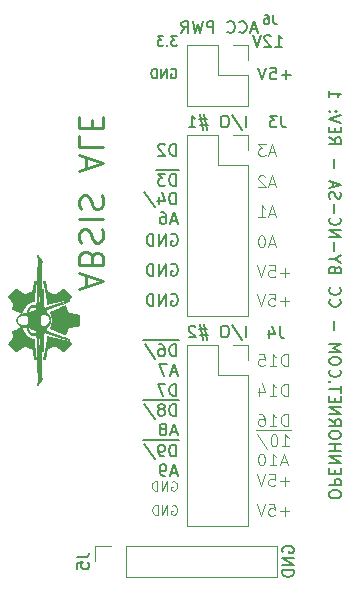
<source format=gbr>
G04 #@! TF.GenerationSoftware,KiCad,Pcbnew,(5.1.9)-1*
G04 #@! TF.CreationDate,2022-07-29T09:29:53-06:00*
G04 #@! TF.ProjectId,ABSIS_ALE,41425349-535f-4414-9c45-2e6b69636164,1*
G04 #@! TF.SameCoordinates,Original*
G04 #@! TF.FileFunction,Legend,Bot*
G04 #@! TF.FilePolarity,Positive*
%FSLAX46Y46*%
G04 Gerber Fmt 4.6, Leading zero omitted, Abs format (unit mm)*
G04 Created by KiCad (PCBNEW (5.1.9)-1) date 2022-07-29 09:29:53*
%MOMM*%
%LPD*%
G01*
G04 APERTURE LIST*
%ADD10C,0.125000*%
%ADD11C,0.150000*%
%ADD12C,0.250000*%
%ADD13C,0.010000*%
%ADD14C,0.120000*%
G04 APERTURE END LIST*
D10*
X143162126Y-104070200D02*
X143238316Y-104032104D01*
X143352602Y-104032104D01*
X143466888Y-104070200D01*
X143543078Y-104146390D01*
X143581173Y-104222580D01*
X143619269Y-104374961D01*
X143619269Y-104489247D01*
X143581173Y-104641628D01*
X143543078Y-104717819D01*
X143466888Y-104794009D01*
X143352602Y-104832104D01*
X143276411Y-104832104D01*
X143162126Y-104794009D01*
X143124030Y-104755914D01*
X143124030Y-104489247D01*
X143276411Y-104489247D01*
X142781173Y-104832104D02*
X142781173Y-104032104D01*
X142324030Y-104832104D01*
X142324030Y-104032104D01*
X141943078Y-104832104D02*
X141943078Y-104032104D01*
X141752602Y-104032104D01*
X141638316Y-104070200D01*
X141562126Y-104146390D01*
X141524030Y-104222580D01*
X141485935Y-104374961D01*
X141485935Y-104489247D01*
X141524030Y-104641628D01*
X141562126Y-104717819D01*
X141638316Y-104794009D01*
X141752602Y-104832104D01*
X141943078Y-104832104D01*
X153093673Y-106573628D02*
X152331769Y-106573628D01*
X152712721Y-106954580D02*
X152712721Y-106192676D01*
X151379388Y-105954580D02*
X151855578Y-105954580D01*
X151903197Y-106430771D01*
X151855578Y-106383152D01*
X151760340Y-106335533D01*
X151522245Y-106335533D01*
X151427007Y-106383152D01*
X151379388Y-106430771D01*
X151331769Y-106526009D01*
X151331769Y-106764104D01*
X151379388Y-106859342D01*
X151427007Y-106906961D01*
X151522245Y-106954580D01*
X151760340Y-106954580D01*
X151855578Y-106906961D01*
X151903197Y-106859342D01*
X151046054Y-105954580D02*
X150712721Y-106954580D01*
X150379388Y-105954580D01*
X153105773Y-88793628D02*
X152343869Y-88793628D01*
X152724821Y-89174580D02*
X152724821Y-88412676D01*
X151391488Y-88174580D02*
X151867678Y-88174580D01*
X151915297Y-88650771D01*
X151867678Y-88603152D01*
X151772440Y-88555533D01*
X151534345Y-88555533D01*
X151439107Y-88603152D01*
X151391488Y-88650771D01*
X151343869Y-88746009D01*
X151343869Y-88984104D01*
X151391488Y-89079342D01*
X151439107Y-89126961D01*
X151534345Y-89174580D01*
X151772440Y-89174580D01*
X151867678Y-89126961D01*
X151915297Y-89079342D01*
X151058154Y-88174580D02*
X150724821Y-89174580D01*
X150391488Y-88174580D01*
D11*
X143120495Y-88222200D02*
X143215733Y-88174580D01*
X143358590Y-88174580D01*
X143501447Y-88222200D01*
X143596685Y-88317438D01*
X143644304Y-88412676D01*
X143691923Y-88603152D01*
X143691923Y-88746009D01*
X143644304Y-88936485D01*
X143596685Y-89031723D01*
X143501447Y-89126961D01*
X143358590Y-89174580D01*
X143263352Y-89174580D01*
X143120495Y-89126961D01*
X143072876Y-89079342D01*
X143072876Y-88746009D01*
X143263352Y-88746009D01*
X142644304Y-89174580D02*
X142644304Y-88174580D01*
X142072876Y-89174580D01*
X142072876Y-88174580D01*
X141596685Y-89174580D02*
X141596685Y-88174580D01*
X141358590Y-88174580D01*
X141215733Y-88222200D01*
X141120495Y-88317438D01*
X141072876Y-88412676D01*
X141025257Y-88603152D01*
X141025257Y-88746009D01*
X141072876Y-88936485D01*
X141120495Y-89031723D01*
X141215733Y-89126961D01*
X141358590Y-89174580D01*
X141596685Y-89174580D01*
X143120495Y-85682200D02*
X143215733Y-85634580D01*
X143358590Y-85634580D01*
X143501447Y-85682200D01*
X143596685Y-85777438D01*
X143644304Y-85872676D01*
X143691923Y-86063152D01*
X143691923Y-86206009D01*
X143644304Y-86396485D01*
X143596685Y-86491723D01*
X143501447Y-86586961D01*
X143358590Y-86634580D01*
X143263352Y-86634580D01*
X143120495Y-86586961D01*
X143072876Y-86539342D01*
X143072876Y-86206009D01*
X143263352Y-86206009D01*
X142644304Y-86634580D02*
X142644304Y-85634580D01*
X142072876Y-86634580D01*
X142072876Y-85634580D01*
X141596685Y-86634580D02*
X141596685Y-85634580D01*
X141358590Y-85634580D01*
X141215733Y-85682200D01*
X141120495Y-85777438D01*
X141072876Y-85872676D01*
X141025257Y-86063152D01*
X141025257Y-86206009D01*
X141072876Y-86396485D01*
X141120495Y-86491723D01*
X141215733Y-86586961D01*
X141358590Y-86634580D01*
X141596685Y-86634580D01*
D10*
X143174226Y-106110000D02*
X143250416Y-106071904D01*
X143364702Y-106071904D01*
X143478988Y-106110000D01*
X143555178Y-106186190D01*
X143593273Y-106262380D01*
X143631369Y-106414761D01*
X143631369Y-106529047D01*
X143593273Y-106681428D01*
X143555178Y-106757619D01*
X143478988Y-106833809D01*
X143364702Y-106871904D01*
X143288511Y-106871904D01*
X143174226Y-106833809D01*
X143136130Y-106795714D01*
X143136130Y-106529047D01*
X143288511Y-106529047D01*
X142793273Y-106871904D02*
X142793273Y-106071904D01*
X142336130Y-106871904D01*
X142336130Y-106071904D01*
X141955178Y-106871904D02*
X141955178Y-106071904D01*
X141764702Y-106071904D01*
X141650416Y-106110000D01*
X141574226Y-106186190D01*
X141536130Y-106262380D01*
X141498035Y-106414761D01*
X141498035Y-106529047D01*
X141536130Y-106681428D01*
X141574226Y-106757619D01*
X141650416Y-106833809D01*
X141764702Y-106871904D01*
X141955178Y-106871904D01*
X153105773Y-104041428D02*
X152343869Y-104041428D01*
X152724821Y-104422380D02*
X152724821Y-103660476D01*
X151391488Y-103422380D02*
X151867678Y-103422380D01*
X151915297Y-103898571D01*
X151867678Y-103850952D01*
X151772440Y-103803333D01*
X151534345Y-103803333D01*
X151439107Y-103850952D01*
X151391488Y-103898571D01*
X151343869Y-103993809D01*
X151343869Y-104231904D01*
X151391488Y-104327142D01*
X151439107Y-104374761D01*
X151534345Y-104422380D01*
X151772440Y-104422380D01*
X151867678Y-104374761D01*
X151915297Y-104327142D01*
X151058154Y-103422380D02*
X150724821Y-104422380D01*
X150391488Y-103422380D01*
D12*
X135911666Y-87538476D02*
X135911666Y-86586095D01*
X135340238Y-87728952D02*
X137340238Y-87062285D01*
X135340238Y-86395619D01*
X136387857Y-85062285D02*
X136292619Y-84776571D01*
X136197380Y-84681333D01*
X136006904Y-84586095D01*
X135721190Y-84586095D01*
X135530714Y-84681333D01*
X135435476Y-84776571D01*
X135340238Y-84967047D01*
X135340238Y-85728952D01*
X137340238Y-85728952D01*
X137340238Y-85062285D01*
X137245000Y-84871809D01*
X137149761Y-84776571D01*
X136959285Y-84681333D01*
X136768809Y-84681333D01*
X136578333Y-84776571D01*
X136483095Y-84871809D01*
X136387857Y-85062285D01*
X136387857Y-85728952D01*
X135435476Y-83824190D02*
X135340238Y-83538476D01*
X135340238Y-83062285D01*
X135435476Y-82871809D01*
X135530714Y-82776571D01*
X135721190Y-82681333D01*
X135911666Y-82681333D01*
X136102142Y-82776571D01*
X136197380Y-82871809D01*
X136292619Y-83062285D01*
X136387857Y-83443238D01*
X136483095Y-83633714D01*
X136578333Y-83728952D01*
X136768809Y-83824190D01*
X136959285Y-83824190D01*
X137149761Y-83728952D01*
X137245000Y-83633714D01*
X137340238Y-83443238D01*
X137340238Y-82967047D01*
X137245000Y-82681333D01*
X135340238Y-81824190D02*
X137340238Y-81824190D01*
X135435476Y-80967047D02*
X135340238Y-80681333D01*
X135340238Y-80205142D01*
X135435476Y-80014666D01*
X135530714Y-79919428D01*
X135721190Y-79824190D01*
X135911666Y-79824190D01*
X136102142Y-79919428D01*
X136197380Y-80014666D01*
X136292619Y-80205142D01*
X136387857Y-80586095D01*
X136483095Y-80776571D01*
X136578333Y-80871809D01*
X136768809Y-80967047D01*
X136959285Y-80967047D01*
X137149761Y-80871809D01*
X137245000Y-80776571D01*
X137340238Y-80586095D01*
X137340238Y-80109904D01*
X137245000Y-79824190D01*
X135911666Y-77538476D02*
X135911666Y-76586095D01*
X135340238Y-77728952D02*
X137340238Y-77062285D01*
X135340238Y-76395619D01*
X135340238Y-74776571D02*
X135340238Y-75728952D01*
X137340238Y-75728952D01*
X136387857Y-74109904D02*
X136387857Y-73443238D01*
X135340238Y-73157523D02*
X135340238Y-74109904D01*
X137340238Y-74109904D01*
X137340238Y-73157523D01*
D11*
X157493619Y-105245809D02*
X157493619Y-105055333D01*
X157446000Y-104960095D01*
X157350761Y-104864857D01*
X157160285Y-104817238D01*
X156826952Y-104817238D01*
X156636476Y-104864857D01*
X156541238Y-104960095D01*
X156493619Y-105055333D01*
X156493619Y-105245809D01*
X156541238Y-105341047D01*
X156636476Y-105436285D01*
X156826952Y-105483904D01*
X157160285Y-105483904D01*
X157350761Y-105436285D01*
X157446000Y-105341047D01*
X157493619Y-105245809D01*
X156493619Y-104388666D02*
X157493619Y-104388666D01*
X157493619Y-104007714D01*
X157446000Y-103912476D01*
X157398380Y-103864857D01*
X157303142Y-103817238D01*
X157160285Y-103817238D01*
X157065047Y-103864857D01*
X157017428Y-103912476D01*
X156969809Y-104007714D01*
X156969809Y-104388666D01*
X157017428Y-103388666D02*
X157017428Y-103055333D01*
X156493619Y-102912476D02*
X156493619Y-103388666D01*
X157493619Y-103388666D01*
X157493619Y-102912476D01*
X156493619Y-102483904D02*
X157493619Y-102483904D01*
X156493619Y-101912476D01*
X157493619Y-101912476D01*
X156493619Y-101436285D02*
X157493619Y-101436285D01*
X157017428Y-101436285D02*
X157017428Y-100864857D01*
X156493619Y-100864857D02*
X157493619Y-100864857D01*
X157493619Y-100198190D02*
X157493619Y-100007714D01*
X157446000Y-99912476D01*
X157350761Y-99817238D01*
X157160285Y-99769619D01*
X156826952Y-99769619D01*
X156636476Y-99817238D01*
X156541238Y-99912476D01*
X156493619Y-100007714D01*
X156493619Y-100198190D01*
X156541238Y-100293428D01*
X156636476Y-100388666D01*
X156826952Y-100436285D01*
X157160285Y-100436285D01*
X157350761Y-100388666D01*
X157446000Y-100293428D01*
X157493619Y-100198190D01*
X156493619Y-98769619D02*
X156969809Y-99102952D01*
X156493619Y-99341047D02*
X157493619Y-99341047D01*
X157493619Y-98960095D01*
X157446000Y-98864857D01*
X157398380Y-98817238D01*
X157303142Y-98769619D01*
X157160285Y-98769619D01*
X157065047Y-98817238D01*
X157017428Y-98864857D01*
X156969809Y-98960095D01*
X156969809Y-99341047D01*
X156493619Y-98341047D02*
X157493619Y-98341047D01*
X156493619Y-97769619D01*
X157493619Y-97769619D01*
X157017428Y-97293428D02*
X157017428Y-96960095D01*
X156493619Y-96817238D02*
X156493619Y-97293428D01*
X157493619Y-97293428D01*
X157493619Y-96817238D01*
X157493619Y-96531523D02*
X157493619Y-95960095D01*
X156493619Y-96245809D02*
X157493619Y-96245809D01*
X156588857Y-95626761D02*
X156541238Y-95579142D01*
X156493619Y-95626761D01*
X156541238Y-95674380D01*
X156588857Y-95626761D01*
X156493619Y-95626761D01*
X156588857Y-94579142D02*
X156541238Y-94626761D01*
X156493619Y-94769619D01*
X156493619Y-94864857D01*
X156541238Y-95007714D01*
X156636476Y-95102952D01*
X156731714Y-95150571D01*
X156922190Y-95198190D01*
X157065047Y-95198190D01*
X157255523Y-95150571D01*
X157350761Y-95102952D01*
X157446000Y-95007714D01*
X157493619Y-94864857D01*
X157493619Y-94769619D01*
X157446000Y-94626761D01*
X157398380Y-94579142D01*
X157493619Y-93960095D02*
X157493619Y-93769619D01*
X157446000Y-93674380D01*
X157350761Y-93579142D01*
X157160285Y-93531523D01*
X156826952Y-93531523D01*
X156636476Y-93579142D01*
X156541238Y-93674380D01*
X156493619Y-93769619D01*
X156493619Y-93960095D01*
X156541238Y-94055333D01*
X156636476Y-94150571D01*
X156826952Y-94198190D01*
X157160285Y-94198190D01*
X157350761Y-94150571D01*
X157446000Y-94055333D01*
X157493619Y-93960095D01*
X156493619Y-93102952D02*
X157493619Y-93102952D01*
X156779333Y-92769619D01*
X157493619Y-92436285D01*
X156493619Y-92436285D01*
X156874571Y-91198190D02*
X156874571Y-90436285D01*
X156588857Y-88626761D02*
X156541238Y-88674380D01*
X156493619Y-88817238D01*
X156493619Y-88912476D01*
X156541238Y-89055333D01*
X156636476Y-89150571D01*
X156731714Y-89198190D01*
X156922190Y-89245809D01*
X157065047Y-89245809D01*
X157255523Y-89198190D01*
X157350761Y-89150571D01*
X157446000Y-89055333D01*
X157493619Y-88912476D01*
X157493619Y-88817238D01*
X157446000Y-88674380D01*
X157398380Y-88626761D01*
X156588857Y-87626761D02*
X156541238Y-87674380D01*
X156493619Y-87817238D01*
X156493619Y-87912476D01*
X156541238Y-88055333D01*
X156636476Y-88150571D01*
X156731714Y-88198190D01*
X156922190Y-88245809D01*
X157065047Y-88245809D01*
X157255523Y-88198190D01*
X157350761Y-88150571D01*
X157446000Y-88055333D01*
X157493619Y-87912476D01*
X157493619Y-87817238D01*
X157446000Y-87674380D01*
X157398380Y-87626761D01*
X157017428Y-86102952D02*
X156969809Y-85960095D01*
X156922190Y-85912476D01*
X156826952Y-85864857D01*
X156684095Y-85864857D01*
X156588857Y-85912476D01*
X156541238Y-85960095D01*
X156493619Y-86055333D01*
X156493619Y-86436285D01*
X157493619Y-86436285D01*
X157493619Y-86102952D01*
X157446000Y-86007714D01*
X157398380Y-85960095D01*
X157303142Y-85912476D01*
X157207904Y-85912476D01*
X157112666Y-85960095D01*
X157065047Y-86007714D01*
X157017428Y-86102952D01*
X157017428Y-86436285D01*
X156969809Y-85245809D02*
X156493619Y-85245809D01*
X157493619Y-85579142D02*
X156969809Y-85245809D01*
X157493619Y-84912476D01*
X156874571Y-84579142D02*
X156874571Y-83817238D01*
X156493619Y-83341047D02*
X157493619Y-83341047D01*
X156493619Y-82769619D01*
X157493619Y-82769619D01*
X156588857Y-81722000D02*
X156541238Y-81769619D01*
X156493619Y-81912476D01*
X156493619Y-82007714D01*
X156541238Y-82150571D01*
X156636476Y-82245809D01*
X156731714Y-82293428D01*
X156922190Y-82341047D01*
X157065047Y-82341047D01*
X157255523Y-82293428D01*
X157350761Y-82245809D01*
X157446000Y-82150571D01*
X157493619Y-82007714D01*
X157493619Y-81912476D01*
X157446000Y-81769619D01*
X157398380Y-81722000D01*
X156874571Y-81293428D02*
X156874571Y-80531523D01*
X156541238Y-80102952D02*
X156493619Y-79960095D01*
X156493619Y-79722000D01*
X156541238Y-79626761D01*
X156588857Y-79579142D01*
X156684095Y-79531523D01*
X156779333Y-79531523D01*
X156874571Y-79579142D01*
X156922190Y-79626761D01*
X156969809Y-79722000D01*
X157017428Y-79912476D01*
X157065047Y-80007714D01*
X157112666Y-80055333D01*
X157207904Y-80102952D01*
X157303142Y-80102952D01*
X157398380Y-80055333D01*
X157446000Y-80007714D01*
X157493619Y-79912476D01*
X157493619Y-79674380D01*
X157446000Y-79531523D01*
X156779333Y-79150571D02*
X156779333Y-78674380D01*
X156493619Y-79245809D02*
X157493619Y-78912476D01*
X156493619Y-78579142D01*
X156874571Y-77483904D02*
X156874571Y-76722000D01*
X156493619Y-74912476D02*
X156969809Y-75245809D01*
X156493619Y-75483904D02*
X157493619Y-75483904D01*
X157493619Y-75102952D01*
X157446000Y-75007714D01*
X157398380Y-74960095D01*
X157303142Y-74912476D01*
X157160285Y-74912476D01*
X157065047Y-74960095D01*
X157017428Y-75007714D01*
X156969809Y-75102952D01*
X156969809Y-75483904D01*
X157017428Y-74483904D02*
X157017428Y-74150571D01*
X156493619Y-74007714D02*
X156493619Y-74483904D01*
X157493619Y-74483904D01*
X157493619Y-74007714D01*
X157493619Y-73722000D02*
X156493619Y-73388666D01*
X157493619Y-73055333D01*
X156588857Y-72722000D02*
X156541238Y-72674380D01*
X156493619Y-72722000D01*
X156541238Y-72769619D01*
X156588857Y-72722000D01*
X156493619Y-72722000D01*
X157112666Y-72722000D02*
X157065047Y-72674380D01*
X157017428Y-72722000D01*
X157065047Y-72769619D01*
X157112666Y-72722000D01*
X157017428Y-72722000D01*
X156493619Y-70960095D02*
X156493619Y-71531523D01*
X156493619Y-71245809D02*
X157493619Y-71245809D01*
X157350761Y-71341047D01*
X157255523Y-71436285D01*
X157207904Y-71531523D01*
X143598214Y-66371904D02*
X143102976Y-66371904D01*
X143369642Y-66676666D01*
X143255357Y-66676666D01*
X143179166Y-66714761D01*
X143141071Y-66752857D01*
X143102976Y-66829047D01*
X143102976Y-67019523D01*
X143141071Y-67095714D01*
X143179166Y-67133809D01*
X143255357Y-67171904D01*
X143483928Y-67171904D01*
X143560119Y-67133809D01*
X143598214Y-67095714D01*
X142760119Y-67095714D02*
X142722023Y-67133809D01*
X142760119Y-67171904D01*
X142798214Y-67133809D01*
X142760119Y-67095714D01*
X142760119Y-67171904D01*
X142455357Y-66371904D02*
X141960119Y-66371904D01*
X142226785Y-66676666D01*
X142112500Y-66676666D01*
X142036309Y-66714761D01*
X141998214Y-66752857D01*
X141960119Y-66829047D01*
X141960119Y-67019523D01*
X141998214Y-67095714D01*
X142036309Y-67133809D01*
X142112500Y-67171904D01*
X142341071Y-67171904D01*
X142417261Y-67133809D01*
X142455357Y-67095714D01*
X143102976Y-69160000D02*
X143179166Y-69121904D01*
X143293452Y-69121904D01*
X143407738Y-69160000D01*
X143483928Y-69236190D01*
X143522023Y-69312380D01*
X143560119Y-69464761D01*
X143560119Y-69579047D01*
X143522023Y-69731428D01*
X143483928Y-69807619D01*
X143407738Y-69883809D01*
X143293452Y-69921904D01*
X143217261Y-69921904D01*
X143102976Y-69883809D01*
X143064880Y-69845714D01*
X143064880Y-69579047D01*
X143217261Y-69579047D01*
X142722023Y-69921904D02*
X142722023Y-69121904D01*
X142264880Y-69921904D01*
X142264880Y-69121904D01*
X141883928Y-69921904D02*
X141883928Y-69121904D01*
X141693452Y-69121904D01*
X141579166Y-69160000D01*
X141502976Y-69236190D01*
X141464880Y-69312380D01*
X141426785Y-69464761D01*
X141426785Y-69579047D01*
X141464880Y-69731428D01*
X141502976Y-69807619D01*
X141579166Y-69883809D01*
X141693452Y-69921904D01*
X141883928Y-69921904D01*
X153217023Y-69631428D02*
X152455119Y-69631428D01*
X152836071Y-70012380D02*
X152836071Y-69250476D01*
X151502738Y-69012380D02*
X151978928Y-69012380D01*
X152026547Y-69488571D01*
X151978928Y-69440952D01*
X151883690Y-69393333D01*
X151645595Y-69393333D01*
X151550357Y-69440952D01*
X151502738Y-69488571D01*
X151455119Y-69583809D01*
X151455119Y-69821904D01*
X151502738Y-69917142D01*
X151550357Y-69964761D01*
X151645595Y-70012380D01*
X151883690Y-70012380D01*
X151978928Y-69964761D01*
X152026547Y-69917142D01*
X151169404Y-69012380D02*
X150836071Y-70012380D01*
X150502738Y-69012380D01*
X151929047Y-67262380D02*
X152500476Y-67262380D01*
X152214761Y-67262380D02*
X152214761Y-66262380D01*
X152310000Y-66405238D01*
X152405238Y-66500476D01*
X152500476Y-66548095D01*
X151548095Y-66357619D02*
X151500476Y-66310000D01*
X151405238Y-66262380D01*
X151167142Y-66262380D01*
X151071904Y-66310000D01*
X151024285Y-66357619D01*
X150976666Y-66452857D01*
X150976666Y-66548095D01*
X151024285Y-66690952D01*
X151595714Y-67262380D01*
X150976666Y-67262380D01*
X150690952Y-66262380D02*
X150357619Y-67262380D01*
X150024285Y-66262380D01*
X143120495Y-83142200D02*
X143215733Y-83094580D01*
X143358590Y-83094580D01*
X143501447Y-83142200D01*
X143596685Y-83237438D01*
X143644304Y-83332676D01*
X143691923Y-83523152D01*
X143691923Y-83666009D01*
X143644304Y-83856485D01*
X143596685Y-83951723D01*
X143501447Y-84046961D01*
X143358590Y-84094580D01*
X143263352Y-84094580D01*
X143120495Y-84046961D01*
X143072876Y-83999342D01*
X143072876Y-83666009D01*
X143263352Y-83666009D01*
X142644304Y-84094580D02*
X142644304Y-83094580D01*
X142072876Y-84094580D01*
X142072876Y-83094580D01*
X141596685Y-84094580D02*
X141596685Y-83094580D01*
X141358590Y-83094580D01*
X141215733Y-83142200D01*
X141120495Y-83237438D01*
X141072876Y-83332676D01*
X141025257Y-83523152D01*
X141025257Y-83666009D01*
X141072876Y-83856485D01*
X141120495Y-83951723D01*
X141215733Y-84046961D01*
X141358590Y-84094580D01*
X141596685Y-84094580D01*
X143755400Y-100571200D02*
X142755400Y-100571200D01*
X143517304Y-101938580D02*
X143517304Y-100938580D01*
X143279209Y-100938580D01*
X143136352Y-100986200D01*
X143041114Y-101081438D01*
X142993495Y-101176676D01*
X142945876Y-101367152D01*
X142945876Y-101510009D01*
X142993495Y-101700485D01*
X143041114Y-101795723D01*
X143136352Y-101890961D01*
X143279209Y-101938580D01*
X143517304Y-101938580D01*
X142755400Y-100571200D02*
X141803019Y-100571200D01*
X142469685Y-101938580D02*
X142279209Y-101938580D01*
X142183971Y-101890961D01*
X142136352Y-101843342D01*
X142041114Y-101700485D01*
X141993495Y-101510009D01*
X141993495Y-101129057D01*
X142041114Y-101033819D01*
X142088733Y-100986200D01*
X142183971Y-100938580D01*
X142374447Y-100938580D01*
X142469685Y-100986200D01*
X142517304Y-101033819D01*
X142564923Y-101129057D01*
X142564923Y-101367152D01*
X142517304Y-101462390D01*
X142469685Y-101510009D01*
X142374447Y-101557628D01*
X142183971Y-101557628D01*
X142088733Y-101510009D01*
X142041114Y-101462390D01*
X141993495Y-101367152D01*
X141803019Y-100571200D02*
X140755400Y-100571200D01*
X140850638Y-100890961D02*
X141707780Y-102176676D01*
X143564923Y-103302866D02*
X143088733Y-103302866D01*
X143660161Y-103588580D02*
X143326828Y-102588580D01*
X142993495Y-103588580D01*
X142612542Y-103588580D02*
X142422066Y-103588580D01*
X142326828Y-103540961D01*
X142279209Y-103493342D01*
X142183971Y-103350485D01*
X142136352Y-103160009D01*
X142136352Y-102779057D01*
X142183971Y-102683819D01*
X142231590Y-102636200D01*
X142326828Y-102588580D01*
X142517304Y-102588580D01*
X142612542Y-102636200D01*
X142660161Y-102683819D01*
X142707780Y-102779057D01*
X142707780Y-103017152D01*
X142660161Y-103112390D01*
X142612542Y-103160009D01*
X142517304Y-103207628D01*
X142326828Y-103207628D01*
X142231590Y-103160009D01*
X142183971Y-103112390D01*
X142136352Y-103017152D01*
X143517304Y-80602580D02*
X143517304Y-79602580D01*
X143279209Y-79602580D01*
X143136352Y-79650200D01*
X143041114Y-79745438D01*
X142993495Y-79840676D01*
X142945876Y-80031152D01*
X142945876Y-80174009D01*
X142993495Y-80364485D01*
X143041114Y-80459723D01*
X143136352Y-80554961D01*
X143279209Y-80602580D01*
X143517304Y-80602580D01*
X142088733Y-79935914D02*
X142088733Y-80602580D01*
X142326828Y-79554961D02*
X142564923Y-80269247D01*
X141945876Y-80269247D01*
X140850638Y-79554961D02*
X141707780Y-80840676D01*
X143564923Y-81966866D02*
X143088733Y-81966866D01*
X143660161Y-82252580D02*
X143326828Y-81252580D01*
X142993495Y-82252580D01*
X142231590Y-81252580D02*
X142422066Y-81252580D01*
X142517304Y-81300200D01*
X142564923Y-81347819D01*
X142660161Y-81490676D01*
X142707780Y-81681152D01*
X142707780Y-82062104D01*
X142660161Y-82157342D01*
X142612542Y-82204961D01*
X142517304Y-82252580D01*
X142326828Y-82252580D01*
X142231590Y-82204961D01*
X142183971Y-82157342D01*
X142136352Y-82062104D01*
X142136352Y-81824009D01*
X142183971Y-81728771D01*
X142231590Y-81681152D01*
X142326828Y-81633533D01*
X142517304Y-81633533D01*
X142612542Y-81681152D01*
X142660161Y-81728771D01*
X142707780Y-81824009D01*
X143755400Y-97142200D02*
X142755400Y-97142200D01*
X143517304Y-98509580D02*
X143517304Y-97509580D01*
X143279209Y-97509580D01*
X143136352Y-97557200D01*
X143041114Y-97652438D01*
X142993495Y-97747676D01*
X142945876Y-97938152D01*
X142945876Y-98081009D01*
X142993495Y-98271485D01*
X143041114Y-98366723D01*
X143136352Y-98461961D01*
X143279209Y-98509580D01*
X143517304Y-98509580D01*
X142755400Y-97142200D02*
X141803019Y-97142200D01*
X142374447Y-97938152D02*
X142469685Y-97890533D01*
X142517304Y-97842914D01*
X142564923Y-97747676D01*
X142564923Y-97700057D01*
X142517304Y-97604819D01*
X142469685Y-97557200D01*
X142374447Y-97509580D01*
X142183971Y-97509580D01*
X142088733Y-97557200D01*
X142041114Y-97604819D01*
X141993495Y-97700057D01*
X141993495Y-97747676D01*
X142041114Y-97842914D01*
X142088733Y-97890533D01*
X142183971Y-97938152D01*
X142374447Y-97938152D01*
X142469685Y-97985771D01*
X142517304Y-98033390D01*
X142564923Y-98128628D01*
X142564923Y-98319104D01*
X142517304Y-98414342D01*
X142469685Y-98461961D01*
X142374447Y-98509580D01*
X142183971Y-98509580D01*
X142088733Y-98461961D01*
X142041114Y-98414342D01*
X141993495Y-98319104D01*
X141993495Y-98128628D01*
X142041114Y-98033390D01*
X142088733Y-97985771D01*
X142183971Y-97938152D01*
X141803019Y-97142200D02*
X140755400Y-97142200D01*
X140850638Y-97461961D02*
X141707780Y-98747676D01*
X143564923Y-99873866D02*
X143088733Y-99873866D01*
X143660161Y-100159580D02*
X143326828Y-99159580D01*
X142993495Y-100159580D01*
X142517304Y-99588152D02*
X142612542Y-99540533D01*
X142660161Y-99492914D01*
X142707780Y-99397676D01*
X142707780Y-99350057D01*
X142660161Y-99254819D01*
X142612542Y-99207200D01*
X142517304Y-99159580D01*
X142326828Y-99159580D01*
X142231590Y-99207200D01*
X142183971Y-99254819D01*
X142136352Y-99350057D01*
X142136352Y-99397676D01*
X142183971Y-99492914D01*
X142231590Y-99540533D01*
X142326828Y-99588152D01*
X142517304Y-99588152D01*
X142612542Y-99635771D01*
X142660161Y-99683390D01*
X142707780Y-99778628D01*
X142707780Y-99969104D01*
X142660161Y-100064342D01*
X142612542Y-100111961D01*
X142517304Y-100159580D01*
X142326828Y-100159580D01*
X142231590Y-100111961D01*
X142183971Y-100064342D01*
X142136352Y-99969104D01*
X142136352Y-99778628D01*
X142183971Y-99683390D01*
X142231590Y-99635771D01*
X142326828Y-99588152D01*
X143755400Y-77647200D02*
X142755400Y-77647200D01*
X143517304Y-79014580D02*
X143517304Y-78014580D01*
X143279209Y-78014580D01*
X143136352Y-78062200D01*
X143041114Y-78157438D01*
X142993495Y-78252676D01*
X142945876Y-78443152D01*
X142945876Y-78586009D01*
X142993495Y-78776485D01*
X143041114Y-78871723D01*
X143136352Y-78966961D01*
X143279209Y-79014580D01*
X143517304Y-79014580D01*
X142755400Y-77647200D02*
X141803019Y-77647200D01*
X142612542Y-78014580D02*
X141993495Y-78014580D01*
X142326828Y-78395533D01*
X142183971Y-78395533D01*
X142088733Y-78443152D01*
X142041114Y-78490771D01*
X141993495Y-78586009D01*
X141993495Y-78824104D01*
X142041114Y-78919342D01*
X142088733Y-78966961D01*
X142183971Y-79014580D01*
X142469685Y-79014580D01*
X142564923Y-78966961D01*
X142612542Y-78919342D01*
X143529404Y-96802380D02*
X143529404Y-95802380D01*
X143291309Y-95802380D01*
X143148452Y-95850000D01*
X143053214Y-95945238D01*
X143005595Y-96040476D01*
X142957976Y-96230952D01*
X142957976Y-96373809D01*
X143005595Y-96564285D01*
X143053214Y-96659523D01*
X143148452Y-96754761D01*
X143291309Y-96802380D01*
X143529404Y-96802380D01*
X142624642Y-95802380D02*
X141957976Y-95802380D01*
X142386547Y-96802380D01*
X143529404Y-76474580D02*
X143529404Y-75474580D01*
X143291309Y-75474580D01*
X143148452Y-75522200D01*
X143053214Y-75617438D01*
X143005595Y-75712676D01*
X142957976Y-75903152D01*
X142957976Y-76046009D01*
X143005595Y-76236485D01*
X143053214Y-76331723D01*
X143148452Y-76426961D01*
X143291309Y-76474580D01*
X143529404Y-76474580D01*
X142577023Y-75569819D02*
X142529404Y-75522200D01*
X142434166Y-75474580D01*
X142196071Y-75474580D01*
X142100833Y-75522200D01*
X142053214Y-75569819D01*
X142005595Y-75665057D01*
X142005595Y-75760295D01*
X142053214Y-75903152D01*
X142624642Y-76474580D01*
X142005595Y-76474580D01*
X143767500Y-92070000D02*
X142767500Y-92070000D01*
X143529404Y-93437380D02*
X143529404Y-92437380D01*
X143291309Y-92437380D01*
X143148452Y-92485000D01*
X143053214Y-92580238D01*
X143005595Y-92675476D01*
X142957976Y-92865952D01*
X142957976Y-93008809D01*
X143005595Y-93199285D01*
X143053214Y-93294523D01*
X143148452Y-93389761D01*
X143291309Y-93437380D01*
X143529404Y-93437380D01*
X142767500Y-92070000D02*
X141815119Y-92070000D01*
X142100833Y-92437380D02*
X142291309Y-92437380D01*
X142386547Y-92485000D01*
X142434166Y-92532619D01*
X142529404Y-92675476D01*
X142577023Y-92865952D01*
X142577023Y-93246904D01*
X142529404Y-93342142D01*
X142481785Y-93389761D01*
X142386547Y-93437380D01*
X142196071Y-93437380D01*
X142100833Y-93389761D01*
X142053214Y-93342142D01*
X142005595Y-93246904D01*
X142005595Y-93008809D01*
X142053214Y-92913571D01*
X142100833Y-92865952D01*
X142196071Y-92818333D01*
X142386547Y-92818333D01*
X142481785Y-92865952D01*
X142529404Y-92913571D01*
X142577023Y-93008809D01*
X141815119Y-92070000D02*
X140767500Y-92070000D01*
X140862738Y-92389761D02*
X141719880Y-93675476D01*
X143577023Y-94801666D02*
X143100833Y-94801666D01*
X143672261Y-95087380D02*
X143338928Y-94087380D01*
X143005595Y-95087380D01*
X142767500Y-94087380D02*
X142100833Y-94087380D01*
X142529404Y-95087380D01*
D10*
X151915297Y-83935866D02*
X151439107Y-83935866D01*
X152010535Y-84221580D02*
X151677202Y-83221580D01*
X151343869Y-84221580D01*
X150820059Y-83221580D02*
X150724821Y-83221580D01*
X150629583Y-83269200D01*
X150581964Y-83316819D01*
X150534345Y-83412057D01*
X150486726Y-83602533D01*
X150486726Y-83840628D01*
X150534345Y-84031104D01*
X150581964Y-84126342D01*
X150629583Y-84173961D01*
X150724821Y-84221580D01*
X150820059Y-84221580D01*
X150915297Y-84173961D01*
X150962916Y-84126342D01*
X151010535Y-84031104D01*
X151058154Y-83840628D01*
X151058154Y-83602533D01*
X151010535Y-83412057D01*
X150962916Y-83316819D01*
X150915297Y-83269200D01*
X150820059Y-83221580D01*
X153248630Y-99735000D02*
X152296250Y-99735000D01*
X152486726Y-101069880D02*
X153058154Y-101069880D01*
X152772440Y-101069880D02*
X152772440Y-100069880D01*
X152867678Y-100212738D01*
X152962916Y-100307976D01*
X153058154Y-100355595D01*
X152296250Y-99735000D02*
X151343869Y-99735000D01*
X151867678Y-100069880D02*
X151772440Y-100069880D01*
X151677202Y-100117500D01*
X151629583Y-100165119D01*
X151581964Y-100260357D01*
X151534345Y-100450833D01*
X151534345Y-100688928D01*
X151581964Y-100879404D01*
X151629583Y-100974642D01*
X151677202Y-101022261D01*
X151772440Y-101069880D01*
X151867678Y-101069880D01*
X151962916Y-101022261D01*
X152010535Y-100974642D01*
X152058154Y-100879404D01*
X152105773Y-100688928D01*
X152105773Y-100450833D01*
X152058154Y-100260357D01*
X152010535Y-100165119D01*
X151962916Y-100117500D01*
X151867678Y-100069880D01*
X151343869Y-99735000D02*
X150296250Y-99735000D01*
X150391488Y-100022261D02*
X151248630Y-101307976D01*
X152867678Y-102409166D02*
X152391488Y-102409166D01*
X152962916Y-102694880D02*
X152629583Y-101694880D01*
X152296250Y-102694880D01*
X151439107Y-102694880D02*
X152010535Y-102694880D01*
X151724821Y-102694880D02*
X151724821Y-101694880D01*
X151820059Y-101837738D01*
X151915297Y-101932976D01*
X152010535Y-101980595D01*
X150820059Y-101694880D02*
X150724821Y-101694880D01*
X150629583Y-101742500D01*
X150581964Y-101790119D01*
X150534345Y-101885357D01*
X150486726Y-102075833D01*
X150486726Y-102313928D01*
X150534345Y-102504404D01*
X150581964Y-102599642D01*
X150629583Y-102647261D01*
X150724821Y-102694880D01*
X150820059Y-102694880D01*
X150915297Y-102647261D01*
X150962916Y-102599642D01*
X151010535Y-102504404D01*
X151058154Y-102313928D01*
X151058154Y-102075833D01*
X151010535Y-101885357D01*
X150962916Y-101790119D01*
X150915297Y-101742500D01*
X150820059Y-101694880D01*
X151915297Y-81395866D02*
X151439107Y-81395866D01*
X152010535Y-81681580D02*
X151677202Y-80681580D01*
X151343869Y-81681580D01*
X150486726Y-81681580D02*
X151058154Y-81681580D01*
X150772440Y-81681580D02*
X150772440Y-80681580D01*
X150867678Y-80824438D01*
X150962916Y-80919676D01*
X151058154Y-80967295D01*
X152962916Y-99342380D02*
X152962916Y-98342380D01*
X152724821Y-98342380D01*
X152581964Y-98390000D01*
X152486726Y-98485238D01*
X152439107Y-98580476D01*
X152391488Y-98770952D01*
X152391488Y-98913809D01*
X152439107Y-99104285D01*
X152486726Y-99199523D01*
X152581964Y-99294761D01*
X152724821Y-99342380D01*
X152962916Y-99342380D01*
X151439107Y-99342380D02*
X152010535Y-99342380D01*
X151724821Y-99342380D02*
X151724821Y-98342380D01*
X151820059Y-98485238D01*
X151915297Y-98580476D01*
X152010535Y-98628095D01*
X150581964Y-98342380D02*
X150772440Y-98342380D01*
X150867678Y-98390000D01*
X150915297Y-98437619D01*
X151010535Y-98580476D01*
X151058154Y-98770952D01*
X151058154Y-99151904D01*
X151010535Y-99247142D01*
X150962916Y-99294761D01*
X150867678Y-99342380D01*
X150677202Y-99342380D01*
X150581964Y-99294761D01*
X150534345Y-99247142D01*
X150486726Y-99151904D01*
X150486726Y-98913809D01*
X150534345Y-98818571D01*
X150581964Y-98770952D01*
X150677202Y-98723333D01*
X150867678Y-98723333D01*
X150962916Y-98770952D01*
X151010535Y-98818571D01*
X151058154Y-98913809D01*
X151915297Y-78855866D02*
X151439107Y-78855866D01*
X152010535Y-79141580D02*
X151677202Y-78141580D01*
X151343869Y-79141580D01*
X151058154Y-78236819D02*
X151010535Y-78189200D01*
X150915297Y-78141580D01*
X150677202Y-78141580D01*
X150581964Y-78189200D01*
X150534345Y-78236819D01*
X150486726Y-78332057D01*
X150486726Y-78427295D01*
X150534345Y-78570152D01*
X151105773Y-79141580D01*
X150486726Y-79141580D01*
X152962916Y-96802380D02*
X152962916Y-95802380D01*
X152724821Y-95802380D01*
X152581964Y-95850000D01*
X152486726Y-95945238D01*
X152439107Y-96040476D01*
X152391488Y-96230952D01*
X152391488Y-96373809D01*
X152439107Y-96564285D01*
X152486726Y-96659523D01*
X152581964Y-96754761D01*
X152724821Y-96802380D01*
X152962916Y-96802380D01*
X151439107Y-96802380D02*
X152010535Y-96802380D01*
X151724821Y-96802380D02*
X151724821Y-95802380D01*
X151820059Y-95945238D01*
X151915297Y-96040476D01*
X152010535Y-96088095D01*
X150581964Y-96135714D02*
X150581964Y-96802380D01*
X150820059Y-95754761D02*
X151058154Y-96469047D01*
X150439107Y-96469047D01*
X151915297Y-76188866D02*
X151439107Y-76188866D01*
X152010535Y-76474580D02*
X151677202Y-75474580D01*
X151343869Y-76474580D01*
X151105773Y-75474580D02*
X150486726Y-75474580D01*
X150820059Y-75855533D01*
X150677202Y-75855533D01*
X150581964Y-75903152D01*
X150534345Y-75950771D01*
X150486726Y-76046009D01*
X150486726Y-76284104D01*
X150534345Y-76379342D01*
X150581964Y-76426961D01*
X150677202Y-76474580D01*
X150962916Y-76474580D01*
X151058154Y-76426961D01*
X151105773Y-76379342D01*
X152962916Y-94262380D02*
X152962916Y-93262380D01*
X152724821Y-93262380D01*
X152581964Y-93310000D01*
X152486726Y-93405238D01*
X152439107Y-93500476D01*
X152391488Y-93690952D01*
X152391488Y-93833809D01*
X152439107Y-94024285D01*
X152486726Y-94119523D01*
X152581964Y-94214761D01*
X152724821Y-94262380D01*
X152962916Y-94262380D01*
X151439107Y-94262380D02*
X152010535Y-94262380D01*
X151724821Y-94262380D02*
X151724821Y-93262380D01*
X151820059Y-93405238D01*
X151915297Y-93500476D01*
X152010535Y-93548095D01*
X150534345Y-93262380D02*
X151010535Y-93262380D01*
X151058154Y-93738571D01*
X151010535Y-93690952D01*
X150915297Y-93643333D01*
X150677202Y-93643333D01*
X150581964Y-93690952D01*
X150534345Y-93738571D01*
X150486726Y-93833809D01*
X150486726Y-94071904D01*
X150534345Y-94167142D01*
X150581964Y-94214761D01*
X150677202Y-94262380D01*
X150915297Y-94262380D01*
X151010535Y-94214761D01*
X151058154Y-94167142D01*
X153105773Y-86380628D02*
X152343869Y-86380628D01*
X152724821Y-86761580D02*
X152724821Y-85999676D01*
X151391488Y-85761580D02*
X151867678Y-85761580D01*
X151915297Y-86237771D01*
X151867678Y-86190152D01*
X151772440Y-86142533D01*
X151534345Y-86142533D01*
X151439107Y-86190152D01*
X151391488Y-86237771D01*
X151343869Y-86333009D01*
X151343869Y-86571104D01*
X151391488Y-86666342D01*
X151439107Y-86713961D01*
X151534345Y-86761580D01*
X151772440Y-86761580D01*
X151867678Y-86713961D01*
X151915297Y-86666342D01*
X151058154Y-85761580D02*
X150724821Y-86761580D01*
X150391488Y-85761580D01*
D13*
G36*
X131650731Y-93672070D02*
G01*
X131649362Y-93659257D01*
X131647147Y-93639026D01*
X131644145Y-93611874D01*
X131640411Y-93578297D01*
X131636001Y-93538794D01*
X131630971Y-93493860D01*
X131625378Y-93443993D01*
X131619278Y-93389691D01*
X131612727Y-93331449D01*
X131605782Y-93269766D01*
X131598498Y-93205138D01*
X131590932Y-93138062D01*
X131583140Y-93069035D01*
X131575179Y-92998555D01*
X131567104Y-92927119D01*
X131558972Y-92855222D01*
X131550839Y-92783364D01*
X131542761Y-92712040D01*
X131534795Y-92641748D01*
X131526996Y-92572984D01*
X131519422Y-92506247D01*
X131512127Y-92442032D01*
X131505169Y-92380837D01*
X131498604Y-92323159D01*
X131492487Y-92269495D01*
X131486876Y-92220342D01*
X131481826Y-92176198D01*
X131477394Y-92137558D01*
X131473635Y-92104921D01*
X131470607Y-92078784D01*
X131468364Y-92059642D01*
X131466965Y-92047994D01*
X131466571Y-92044938D01*
X131464113Y-92033377D01*
X131459750Y-92027589D01*
X131452142Y-92025000D01*
X131445729Y-92022753D01*
X131432502Y-92017362D01*
X131413337Y-92009220D01*
X131389110Y-91998722D01*
X131360700Y-91986262D01*
X131328983Y-91972234D01*
X131294835Y-91957032D01*
X131259134Y-91941050D01*
X131222756Y-91924683D01*
X131186579Y-91908325D01*
X131151478Y-91892371D01*
X131118332Y-91877213D01*
X131088017Y-91863247D01*
X131061410Y-91850867D01*
X131039387Y-91840467D01*
X131022826Y-91832441D01*
X131015068Y-91828507D01*
X130979733Y-91807636D01*
X130941569Y-91781021D01*
X130902230Y-91750099D01*
X130863370Y-91716310D01*
X130826641Y-91681093D01*
X130793698Y-91645885D01*
X130766192Y-91612126D01*
X130765826Y-91611633D01*
X130760754Y-91604015D01*
X130751867Y-91589794D01*
X130739592Y-91569693D01*
X130724355Y-91544438D01*
X130706581Y-91514754D01*
X130686696Y-91481365D01*
X130665125Y-91444997D01*
X130642295Y-91406374D01*
X130618631Y-91366221D01*
X130594559Y-91325263D01*
X130570504Y-91284224D01*
X130546892Y-91243830D01*
X130524150Y-91204806D01*
X130502702Y-91167875D01*
X130482975Y-91133764D01*
X130465394Y-91103196D01*
X130450385Y-91076898D01*
X130438374Y-91055592D01*
X130429786Y-91040006D01*
X130426983Y-91034727D01*
X130417184Y-91015859D01*
X130029834Y-91176148D01*
X129961206Y-91204606D01*
X129898531Y-91230720D01*
X129842011Y-91254401D01*
X129791852Y-91275562D01*
X129748258Y-91294116D01*
X129711433Y-91309974D01*
X129681580Y-91323050D01*
X129658905Y-91333255D01*
X129643611Y-91340502D01*
X129635903Y-91344705D01*
X129635075Y-91345387D01*
X129629358Y-91356267D01*
X129627667Y-91365196D01*
X129629614Y-91371224D01*
X129635171Y-91383840D01*
X129643913Y-91402188D01*
X129655414Y-91425413D01*
X129669248Y-91452658D01*
X129684990Y-91483069D01*
X129702213Y-91515791D01*
X129708100Y-91526857D01*
X129728975Y-91566094D01*
X129746118Y-91598652D01*
X129759839Y-91625290D01*
X129770452Y-91646768D01*
X129778267Y-91663846D01*
X129783594Y-91677284D01*
X129786746Y-91687840D01*
X129788034Y-91696276D01*
X129787769Y-91703350D01*
X129786261Y-91709822D01*
X129784782Y-91714016D01*
X129781886Y-91718860D01*
X129774529Y-91730177D01*
X129763049Y-91747465D01*
X129747787Y-91770224D01*
X129729081Y-91797952D01*
X129707272Y-91830149D01*
X129682699Y-91866313D01*
X129655701Y-91905944D01*
X129626618Y-91948540D01*
X129595790Y-91993600D01*
X129563555Y-92040623D01*
X129556182Y-92051366D01*
X129517637Y-92107522D01*
X129483615Y-92157132D01*
X129453850Y-92200634D01*
X129428079Y-92238464D01*
X129406034Y-92271059D01*
X129387452Y-92298857D01*
X129372067Y-92322294D01*
X129359614Y-92341807D01*
X129349827Y-92357834D01*
X129342442Y-92370810D01*
X129337192Y-92381174D01*
X129333814Y-92389363D01*
X129332041Y-92395812D01*
X129331609Y-92400960D01*
X129332252Y-92405243D01*
X129333705Y-92409098D01*
X129335703Y-92412963D01*
X129336185Y-92413850D01*
X129340002Y-92418389D01*
X129349336Y-92428383D01*
X129363688Y-92443332D01*
X129382560Y-92462738D01*
X129405453Y-92486104D01*
X129431869Y-92512930D01*
X129461310Y-92542719D01*
X129493278Y-92574972D01*
X129527273Y-92609190D01*
X129562799Y-92644875D01*
X129599356Y-92681530D01*
X129636447Y-92718655D01*
X129673572Y-92755753D01*
X129710235Y-92792324D01*
X129745935Y-92827871D01*
X129780176Y-92861895D01*
X129812458Y-92893899D01*
X129842284Y-92923382D01*
X129869155Y-92949848D01*
X129892573Y-92972798D01*
X129912040Y-92991734D01*
X129927056Y-93006156D01*
X129937125Y-93015568D01*
X129941747Y-93019470D01*
X129941782Y-93019489D01*
X129951031Y-93023665D01*
X129959946Y-93025474D01*
X129969697Y-93024485D01*
X129981455Y-93020261D01*
X129996391Y-93012369D01*
X130015675Y-93000374D01*
X130040478Y-92983843D01*
X130043607Y-92981720D01*
X130057752Y-92972083D01*
X130078155Y-92958145D01*
X130104093Y-92940399D01*
X130134845Y-92919340D01*
X130169692Y-92895461D01*
X130207913Y-92869256D01*
X130248785Y-92841221D01*
X130291589Y-92811848D01*
X130335604Y-92781633D01*
X130374850Y-92754679D01*
X130417691Y-92725298D01*
X130458756Y-92697224D01*
X130497473Y-92670842D01*
X130533274Y-92646536D01*
X130565588Y-92624690D01*
X130593844Y-92605689D01*
X130617473Y-92589917D01*
X130635905Y-92577759D01*
X130648569Y-92569599D01*
X130654895Y-92565821D01*
X130655173Y-92565693D01*
X130668264Y-92561591D01*
X130680453Y-92559900D01*
X130686561Y-92561464D01*
X130699775Y-92565964D01*
X130719370Y-92573109D01*
X130744625Y-92582610D01*
X130774816Y-92594177D01*
X130809221Y-92607519D01*
X130847117Y-92622346D01*
X130887780Y-92638370D01*
X130930488Y-92655299D01*
X130974518Y-92672844D01*
X131019147Y-92690715D01*
X131063651Y-92708621D01*
X131107309Y-92726274D01*
X131149397Y-92743382D01*
X131189191Y-92759656D01*
X131225970Y-92774807D01*
X131259010Y-92788543D01*
X131287589Y-92800576D01*
X131310983Y-92810614D01*
X131328469Y-92818369D01*
X131339325Y-92823550D01*
X131342557Y-92825461D01*
X131351805Y-92834222D01*
X131358257Y-92842057D01*
X131358822Y-92843012D01*
X131360115Y-92848097D01*
X131362831Y-92860928D01*
X131366858Y-92880925D01*
X131372086Y-92907506D01*
X131378403Y-92940093D01*
X131385697Y-92978103D01*
X131393858Y-93020957D01*
X131402774Y-93068075D01*
X131412335Y-93118875D01*
X131422428Y-93172778D01*
X131432943Y-93229203D01*
X131437202Y-93252131D01*
X131450838Y-93325405D01*
X131463059Y-93390635D01*
X131473924Y-93448114D01*
X131483492Y-93498134D01*
X131491821Y-93540989D01*
X131498969Y-93576972D01*
X131504995Y-93606375D01*
X131509958Y-93629493D01*
X131513915Y-93646618D01*
X131516925Y-93658043D01*
X131519046Y-93664062D01*
X131519476Y-93664800D01*
X131526579Y-93673100D01*
X131534937Y-93678933D01*
X131546118Y-93682713D01*
X131561688Y-93684854D01*
X131583214Y-93685770D01*
X131599342Y-93685904D01*
X131621020Y-93685863D01*
X131635626Y-93685517D01*
X131644553Y-93684626D01*
X131649194Y-93682951D01*
X131650945Y-93680250D01*
X131651201Y-93676967D01*
X131650731Y-93672070D01*
G37*
X131650731Y-93672070D02*
X131649362Y-93659257D01*
X131647147Y-93639026D01*
X131644145Y-93611874D01*
X131640411Y-93578297D01*
X131636001Y-93538794D01*
X131630971Y-93493860D01*
X131625378Y-93443993D01*
X131619278Y-93389691D01*
X131612727Y-93331449D01*
X131605782Y-93269766D01*
X131598498Y-93205138D01*
X131590932Y-93138062D01*
X131583140Y-93069035D01*
X131575179Y-92998555D01*
X131567104Y-92927119D01*
X131558972Y-92855222D01*
X131550839Y-92783364D01*
X131542761Y-92712040D01*
X131534795Y-92641748D01*
X131526996Y-92572984D01*
X131519422Y-92506247D01*
X131512127Y-92442032D01*
X131505169Y-92380837D01*
X131498604Y-92323159D01*
X131492487Y-92269495D01*
X131486876Y-92220342D01*
X131481826Y-92176198D01*
X131477394Y-92137558D01*
X131473635Y-92104921D01*
X131470607Y-92078784D01*
X131468364Y-92059642D01*
X131466965Y-92047994D01*
X131466571Y-92044938D01*
X131464113Y-92033377D01*
X131459750Y-92027589D01*
X131452142Y-92025000D01*
X131445729Y-92022753D01*
X131432502Y-92017362D01*
X131413337Y-92009220D01*
X131389110Y-91998722D01*
X131360700Y-91986262D01*
X131328983Y-91972234D01*
X131294835Y-91957032D01*
X131259134Y-91941050D01*
X131222756Y-91924683D01*
X131186579Y-91908325D01*
X131151478Y-91892371D01*
X131118332Y-91877213D01*
X131088017Y-91863247D01*
X131061410Y-91850867D01*
X131039387Y-91840467D01*
X131022826Y-91832441D01*
X131015068Y-91828507D01*
X130979733Y-91807636D01*
X130941569Y-91781021D01*
X130902230Y-91750099D01*
X130863370Y-91716310D01*
X130826641Y-91681093D01*
X130793698Y-91645885D01*
X130766192Y-91612126D01*
X130765826Y-91611633D01*
X130760754Y-91604015D01*
X130751867Y-91589794D01*
X130739592Y-91569693D01*
X130724355Y-91544438D01*
X130706581Y-91514754D01*
X130686696Y-91481365D01*
X130665125Y-91444997D01*
X130642295Y-91406374D01*
X130618631Y-91366221D01*
X130594559Y-91325263D01*
X130570504Y-91284224D01*
X130546892Y-91243830D01*
X130524150Y-91204806D01*
X130502702Y-91167875D01*
X130482975Y-91133764D01*
X130465394Y-91103196D01*
X130450385Y-91076898D01*
X130438374Y-91055592D01*
X130429786Y-91040006D01*
X130426983Y-91034727D01*
X130417184Y-91015859D01*
X130029834Y-91176148D01*
X129961206Y-91204606D01*
X129898531Y-91230720D01*
X129842011Y-91254401D01*
X129791852Y-91275562D01*
X129748258Y-91294116D01*
X129711433Y-91309974D01*
X129681580Y-91323050D01*
X129658905Y-91333255D01*
X129643611Y-91340502D01*
X129635903Y-91344705D01*
X129635075Y-91345387D01*
X129629358Y-91356267D01*
X129627667Y-91365196D01*
X129629614Y-91371224D01*
X129635171Y-91383840D01*
X129643913Y-91402188D01*
X129655414Y-91425413D01*
X129669248Y-91452658D01*
X129684990Y-91483069D01*
X129702213Y-91515791D01*
X129708100Y-91526857D01*
X129728975Y-91566094D01*
X129746118Y-91598652D01*
X129759839Y-91625290D01*
X129770452Y-91646768D01*
X129778267Y-91663846D01*
X129783594Y-91677284D01*
X129786746Y-91687840D01*
X129788034Y-91696276D01*
X129787769Y-91703350D01*
X129786261Y-91709822D01*
X129784782Y-91714016D01*
X129781886Y-91718860D01*
X129774529Y-91730177D01*
X129763049Y-91747465D01*
X129747787Y-91770224D01*
X129729081Y-91797952D01*
X129707272Y-91830149D01*
X129682699Y-91866313D01*
X129655701Y-91905944D01*
X129626618Y-91948540D01*
X129595790Y-91993600D01*
X129563555Y-92040623D01*
X129556182Y-92051366D01*
X129517637Y-92107522D01*
X129483615Y-92157132D01*
X129453850Y-92200634D01*
X129428079Y-92238464D01*
X129406034Y-92271059D01*
X129387452Y-92298857D01*
X129372067Y-92322294D01*
X129359614Y-92341807D01*
X129349827Y-92357834D01*
X129342442Y-92370810D01*
X129337192Y-92381174D01*
X129333814Y-92389363D01*
X129332041Y-92395812D01*
X129331609Y-92400960D01*
X129332252Y-92405243D01*
X129333705Y-92409098D01*
X129335703Y-92412963D01*
X129336185Y-92413850D01*
X129340002Y-92418389D01*
X129349336Y-92428383D01*
X129363688Y-92443332D01*
X129382560Y-92462738D01*
X129405453Y-92486104D01*
X129431869Y-92512930D01*
X129461310Y-92542719D01*
X129493278Y-92574972D01*
X129527273Y-92609190D01*
X129562799Y-92644875D01*
X129599356Y-92681530D01*
X129636447Y-92718655D01*
X129673572Y-92755753D01*
X129710235Y-92792324D01*
X129745935Y-92827871D01*
X129780176Y-92861895D01*
X129812458Y-92893899D01*
X129842284Y-92923382D01*
X129869155Y-92949848D01*
X129892573Y-92972798D01*
X129912040Y-92991734D01*
X129927056Y-93006156D01*
X129937125Y-93015568D01*
X129941747Y-93019470D01*
X129941782Y-93019489D01*
X129951031Y-93023665D01*
X129959946Y-93025474D01*
X129969697Y-93024485D01*
X129981455Y-93020261D01*
X129996391Y-93012369D01*
X130015675Y-93000374D01*
X130040478Y-92983843D01*
X130043607Y-92981720D01*
X130057752Y-92972083D01*
X130078155Y-92958145D01*
X130104093Y-92940399D01*
X130134845Y-92919340D01*
X130169692Y-92895461D01*
X130207913Y-92869256D01*
X130248785Y-92841221D01*
X130291589Y-92811848D01*
X130335604Y-92781633D01*
X130374850Y-92754679D01*
X130417691Y-92725298D01*
X130458756Y-92697224D01*
X130497473Y-92670842D01*
X130533274Y-92646536D01*
X130565588Y-92624690D01*
X130593844Y-92605689D01*
X130617473Y-92589917D01*
X130635905Y-92577759D01*
X130648569Y-92569599D01*
X130654895Y-92565821D01*
X130655173Y-92565693D01*
X130668264Y-92561591D01*
X130680453Y-92559900D01*
X130686561Y-92561464D01*
X130699775Y-92565964D01*
X130719370Y-92573109D01*
X130744625Y-92582610D01*
X130774816Y-92594177D01*
X130809221Y-92607519D01*
X130847117Y-92622346D01*
X130887780Y-92638370D01*
X130930488Y-92655299D01*
X130974518Y-92672844D01*
X131019147Y-92690715D01*
X131063651Y-92708621D01*
X131107309Y-92726274D01*
X131149397Y-92743382D01*
X131189191Y-92759656D01*
X131225970Y-92774807D01*
X131259010Y-92788543D01*
X131287589Y-92800576D01*
X131310983Y-92810614D01*
X131328469Y-92818369D01*
X131339325Y-92823550D01*
X131342557Y-92825461D01*
X131351805Y-92834222D01*
X131358257Y-92842057D01*
X131358822Y-92843012D01*
X131360115Y-92848097D01*
X131362831Y-92860928D01*
X131366858Y-92880925D01*
X131372086Y-92907506D01*
X131378403Y-92940093D01*
X131385697Y-92978103D01*
X131393858Y-93020957D01*
X131402774Y-93068075D01*
X131412335Y-93118875D01*
X131422428Y-93172778D01*
X131432943Y-93229203D01*
X131437202Y-93252131D01*
X131450838Y-93325405D01*
X131463059Y-93390635D01*
X131473924Y-93448114D01*
X131483492Y-93498134D01*
X131491821Y-93540989D01*
X131498969Y-93576972D01*
X131504995Y-93606375D01*
X131509958Y-93629493D01*
X131513915Y-93646618D01*
X131516925Y-93658043D01*
X131519046Y-93664062D01*
X131519476Y-93664800D01*
X131526579Y-93673100D01*
X131534937Y-93678933D01*
X131546118Y-93682713D01*
X131561688Y-93684854D01*
X131583214Y-93685770D01*
X131599342Y-93685904D01*
X131621020Y-93685863D01*
X131635626Y-93685517D01*
X131644553Y-93684626D01*
X131649194Y-93682951D01*
X131650945Y-93680250D01*
X131651201Y-93676967D01*
X131650731Y-93672070D01*
G36*
X131650929Y-87091903D02*
G01*
X131649154Y-87089067D01*
X131644437Y-87087373D01*
X131635339Y-87086526D01*
X131620419Y-87086233D01*
X131602381Y-87086200D01*
X131573741Y-87086896D01*
X131552221Y-87089201D01*
X131536574Y-87093441D01*
X131525551Y-87099942D01*
X131518502Y-87108071D01*
X131516788Y-87113660D01*
X131513660Y-87127050D01*
X131509224Y-87147712D01*
X131503582Y-87175119D01*
X131496839Y-87208741D01*
X131489098Y-87248050D01*
X131480465Y-87292517D01*
X131471042Y-87341614D01*
X131460933Y-87394813D01*
X131450243Y-87451585D01*
X131439076Y-87511400D01*
X131437528Y-87519732D01*
X131426874Y-87576965D01*
X131416601Y-87631901D01*
X131406818Y-87683959D01*
X131397638Y-87732560D01*
X131389171Y-87777123D01*
X131381529Y-87817069D01*
X131374823Y-87851817D01*
X131369164Y-87880787D01*
X131364662Y-87903399D01*
X131361430Y-87919073D01*
X131359579Y-87927228D01*
X131359253Y-87928249D01*
X131356625Y-87932539D01*
X131353189Y-87936746D01*
X131348433Y-87941102D01*
X131341848Y-87945838D01*
X131332923Y-87951184D01*
X131321147Y-87957373D01*
X131306009Y-87964634D01*
X131287000Y-87973199D01*
X131263609Y-87983299D01*
X131235324Y-87995165D01*
X131201636Y-88009028D01*
X131162034Y-88025119D01*
X131116007Y-88043669D01*
X131063045Y-88064908D01*
X131013013Y-88084922D01*
X130947135Y-88111190D01*
X130888901Y-88134266D01*
X130838139Y-88154218D01*
X130794677Y-88171110D01*
X130758344Y-88185007D01*
X130728969Y-88195975D01*
X130706378Y-88204079D01*
X130690402Y-88209384D01*
X130680867Y-88211957D01*
X130678580Y-88212240D01*
X130664381Y-88210524D01*
X130651587Y-88206399D01*
X130650996Y-88206100D01*
X130645820Y-88202836D01*
X130634188Y-88195131D01*
X130616621Y-88183338D01*
X130593637Y-88167811D01*
X130565760Y-88148906D01*
X130533509Y-88126975D01*
X130497405Y-88102372D01*
X130457969Y-88075453D01*
X130415721Y-88046571D01*
X130371183Y-88016080D01*
X130329262Y-87987343D01*
X130282839Y-87955501D01*
X130238060Y-87924789D01*
X130195468Y-87895577D01*
X130155602Y-87868237D01*
X130119004Y-87843140D01*
X130086214Y-87820655D01*
X130057773Y-87801155D01*
X130034222Y-87785009D01*
X130016101Y-87772590D01*
X130003952Y-87764266D01*
X129998667Y-87760650D01*
X129979335Y-87750033D01*
X129962716Y-87746600D01*
X129960037Y-87746798D01*
X129957016Y-87747619D01*
X129953297Y-87749404D01*
X129948522Y-87752492D01*
X129942335Y-87757225D01*
X129934377Y-87763941D01*
X129924293Y-87772982D01*
X129911724Y-87784687D01*
X129896313Y-87799398D01*
X129877704Y-87817453D01*
X129855538Y-87839194D01*
X129829459Y-87864961D01*
X129799110Y-87895093D01*
X129764133Y-87929932D01*
X129724170Y-87969817D01*
X129678866Y-88015089D01*
X129639341Y-88054607D01*
X129588385Y-88105502D01*
X129543049Y-88150718D01*
X129503041Y-88190638D01*
X129468070Y-88225646D01*
X129437847Y-88256124D01*
X129412079Y-88282457D01*
X129390477Y-88305027D01*
X129372749Y-88324218D01*
X129358604Y-88340414D01*
X129347752Y-88353996D01*
X129339902Y-88365350D01*
X129334763Y-88374859D01*
X129332045Y-88382905D01*
X129331455Y-88389872D01*
X129332704Y-88396143D01*
X129335501Y-88402102D01*
X129339555Y-88408133D01*
X129344575Y-88414617D01*
X129350270Y-88421940D01*
X129355332Y-88428973D01*
X129361410Y-88437862D01*
X129371873Y-88453140D01*
X129386318Y-88474218D01*
X129404337Y-88500503D01*
X129425527Y-88531406D01*
X129449482Y-88566335D01*
X129475796Y-88604700D01*
X129504065Y-88645909D01*
X129533884Y-88689373D01*
X129564846Y-88734499D01*
X129582516Y-88760249D01*
X129618692Y-88812995D01*
X129650355Y-88859237D01*
X129677804Y-88899434D01*
X129701339Y-88934048D01*
X129721259Y-88963540D01*
X129737863Y-88988369D01*
X129751451Y-89008998D01*
X129762322Y-89025887D01*
X129770774Y-89039497D01*
X129777109Y-89050289D01*
X129781625Y-89058723D01*
X129784621Y-89065261D01*
X129786396Y-89070363D01*
X129787251Y-89074490D01*
X129787375Y-89075632D01*
X129787605Y-89080792D01*
X129787145Y-89086232D01*
X129785639Y-89092719D01*
X129782730Y-89101021D01*
X129778065Y-89111902D01*
X129771286Y-89126131D01*
X129762038Y-89144475D01*
X129749967Y-89167700D01*
X129734716Y-89196572D01*
X129715929Y-89231859D01*
X129708357Y-89246046D01*
X129686446Y-89287394D01*
X129667721Y-89323381D01*
X129652359Y-89353642D01*
X129640540Y-89377816D01*
X129632443Y-89395540D01*
X129628248Y-89406453D01*
X129627667Y-89409350D01*
X129631284Y-89422510D01*
X129637192Y-89430177D01*
X129642163Y-89432794D01*
X129654417Y-89438406D01*
X129673408Y-89446784D01*
X129698590Y-89457699D01*
X129729417Y-89470923D01*
X129765344Y-89486225D01*
X129805825Y-89503378D01*
X129850313Y-89522151D01*
X129898264Y-89542317D01*
X129949132Y-89563645D01*
X130002369Y-89585907D01*
X130057432Y-89608873D01*
X130113773Y-89632315D01*
X130170848Y-89656004D01*
X130228110Y-89679710D01*
X130285013Y-89703204D01*
X130341012Y-89726258D01*
X130395561Y-89748642D01*
X130413626Y-89756037D01*
X130418707Y-89754367D01*
X130420985Y-89750328D01*
X130423859Y-89744349D01*
X130430654Y-89731785D01*
X130440964Y-89713325D01*
X130454384Y-89689663D01*
X130470509Y-89661491D01*
X130488934Y-89629499D01*
X130509254Y-89594380D01*
X130531063Y-89556827D01*
X130553956Y-89517530D01*
X130577529Y-89477181D01*
X130601375Y-89436473D01*
X130625090Y-89396097D01*
X130648269Y-89356746D01*
X130670507Y-89319111D01*
X130691398Y-89283883D01*
X130710537Y-89251756D01*
X130727519Y-89223420D01*
X130741939Y-89199568D01*
X130753391Y-89180891D01*
X130761472Y-89168082D01*
X130765065Y-89162755D01*
X130792122Y-89129094D01*
X130825090Y-89093554D01*
X130862169Y-89057749D01*
X130901557Y-89023293D01*
X130941455Y-88991802D01*
X130980061Y-88964890D01*
X130998335Y-88953644D01*
X131007664Y-88948712D01*
X131023657Y-88940841D01*
X131045411Y-88930441D01*
X131072023Y-88917924D01*
X131102588Y-88903698D01*
X131136203Y-88888175D01*
X131171965Y-88871766D01*
X131208970Y-88854879D01*
X131246313Y-88837927D01*
X131283093Y-88821318D01*
X131318404Y-88805463D01*
X131351344Y-88790774D01*
X131381008Y-88777659D01*
X131406494Y-88766530D01*
X131426897Y-88757797D01*
X131441314Y-88751869D01*
X131448283Y-88749315D01*
X131458611Y-88746122D01*
X131464449Y-88744127D01*
X131464934Y-88743873D01*
X131465405Y-88739688D01*
X131466787Y-88727494D01*
X131469034Y-88707696D01*
X131472101Y-88680698D01*
X131475942Y-88646903D01*
X131480509Y-88606715D01*
X131485759Y-88560538D01*
X131491644Y-88508777D01*
X131498119Y-88451835D01*
X131505137Y-88390117D01*
X131512653Y-88324025D01*
X131520622Y-88253964D01*
X131528996Y-88180339D01*
X131537731Y-88103552D01*
X131546779Y-88024009D01*
X131556096Y-87942112D01*
X131558067Y-87924784D01*
X131567446Y-87842296D01*
X131576565Y-87761989D01*
X131585379Y-87684275D01*
X131593841Y-87609563D01*
X131601906Y-87538263D01*
X131609527Y-87470786D01*
X131616658Y-87407542D01*
X131623253Y-87348941D01*
X131629266Y-87295393D01*
X131634650Y-87247309D01*
X131639361Y-87205099D01*
X131643350Y-87169173D01*
X131646574Y-87139941D01*
X131648985Y-87117814D01*
X131650537Y-87103201D01*
X131651184Y-87096513D01*
X131651201Y-87096175D01*
X131650929Y-87091903D01*
G37*
X131650929Y-87091903D02*
X131649154Y-87089067D01*
X131644437Y-87087373D01*
X131635339Y-87086526D01*
X131620419Y-87086233D01*
X131602381Y-87086200D01*
X131573741Y-87086896D01*
X131552221Y-87089201D01*
X131536574Y-87093441D01*
X131525551Y-87099942D01*
X131518502Y-87108071D01*
X131516788Y-87113660D01*
X131513660Y-87127050D01*
X131509224Y-87147712D01*
X131503582Y-87175119D01*
X131496839Y-87208741D01*
X131489098Y-87248050D01*
X131480465Y-87292517D01*
X131471042Y-87341614D01*
X131460933Y-87394813D01*
X131450243Y-87451585D01*
X131439076Y-87511400D01*
X131437528Y-87519732D01*
X131426874Y-87576965D01*
X131416601Y-87631901D01*
X131406818Y-87683959D01*
X131397638Y-87732560D01*
X131389171Y-87777123D01*
X131381529Y-87817069D01*
X131374823Y-87851817D01*
X131369164Y-87880787D01*
X131364662Y-87903399D01*
X131361430Y-87919073D01*
X131359579Y-87927228D01*
X131359253Y-87928249D01*
X131356625Y-87932539D01*
X131353189Y-87936746D01*
X131348433Y-87941102D01*
X131341848Y-87945838D01*
X131332923Y-87951184D01*
X131321147Y-87957373D01*
X131306009Y-87964634D01*
X131287000Y-87973199D01*
X131263609Y-87983299D01*
X131235324Y-87995165D01*
X131201636Y-88009028D01*
X131162034Y-88025119D01*
X131116007Y-88043669D01*
X131063045Y-88064908D01*
X131013013Y-88084922D01*
X130947135Y-88111190D01*
X130888901Y-88134266D01*
X130838139Y-88154218D01*
X130794677Y-88171110D01*
X130758344Y-88185007D01*
X130728969Y-88195975D01*
X130706378Y-88204079D01*
X130690402Y-88209384D01*
X130680867Y-88211957D01*
X130678580Y-88212240D01*
X130664381Y-88210524D01*
X130651587Y-88206399D01*
X130650996Y-88206100D01*
X130645820Y-88202836D01*
X130634188Y-88195131D01*
X130616621Y-88183338D01*
X130593637Y-88167811D01*
X130565760Y-88148906D01*
X130533509Y-88126975D01*
X130497405Y-88102372D01*
X130457969Y-88075453D01*
X130415721Y-88046571D01*
X130371183Y-88016080D01*
X130329262Y-87987343D01*
X130282839Y-87955501D01*
X130238060Y-87924789D01*
X130195468Y-87895577D01*
X130155602Y-87868237D01*
X130119004Y-87843140D01*
X130086214Y-87820655D01*
X130057773Y-87801155D01*
X130034222Y-87785009D01*
X130016101Y-87772590D01*
X130003952Y-87764266D01*
X129998667Y-87760650D01*
X129979335Y-87750033D01*
X129962716Y-87746600D01*
X129960037Y-87746798D01*
X129957016Y-87747619D01*
X129953297Y-87749404D01*
X129948522Y-87752492D01*
X129942335Y-87757225D01*
X129934377Y-87763941D01*
X129924293Y-87772982D01*
X129911724Y-87784687D01*
X129896313Y-87799398D01*
X129877704Y-87817453D01*
X129855538Y-87839194D01*
X129829459Y-87864961D01*
X129799110Y-87895093D01*
X129764133Y-87929932D01*
X129724170Y-87969817D01*
X129678866Y-88015089D01*
X129639341Y-88054607D01*
X129588385Y-88105502D01*
X129543049Y-88150718D01*
X129503041Y-88190638D01*
X129468070Y-88225646D01*
X129437847Y-88256124D01*
X129412079Y-88282457D01*
X129390477Y-88305027D01*
X129372749Y-88324218D01*
X129358604Y-88340414D01*
X129347752Y-88353996D01*
X129339902Y-88365350D01*
X129334763Y-88374859D01*
X129332045Y-88382905D01*
X129331455Y-88389872D01*
X129332704Y-88396143D01*
X129335501Y-88402102D01*
X129339555Y-88408133D01*
X129344575Y-88414617D01*
X129350270Y-88421940D01*
X129355332Y-88428973D01*
X129361410Y-88437862D01*
X129371873Y-88453140D01*
X129386318Y-88474218D01*
X129404337Y-88500503D01*
X129425527Y-88531406D01*
X129449482Y-88566335D01*
X129475796Y-88604700D01*
X129504065Y-88645909D01*
X129533884Y-88689373D01*
X129564846Y-88734499D01*
X129582516Y-88760249D01*
X129618692Y-88812995D01*
X129650355Y-88859237D01*
X129677804Y-88899434D01*
X129701339Y-88934048D01*
X129721259Y-88963540D01*
X129737863Y-88988369D01*
X129751451Y-89008998D01*
X129762322Y-89025887D01*
X129770774Y-89039497D01*
X129777109Y-89050289D01*
X129781625Y-89058723D01*
X129784621Y-89065261D01*
X129786396Y-89070363D01*
X129787251Y-89074490D01*
X129787375Y-89075632D01*
X129787605Y-89080792D01*
X129787145Y-89086232D01*
X129785639Y-89092719D01*
X129782730Y-89101021D01*
X129778065Y-89111902D01*
X129771286Y-89126131D01*
X129762038Y-89144475D01*
X129749967Y-89167700D01*
X129734716Y-89196572D01*
X129715929Y-89231859D01*
X129708357Y-89246046D01*
X129686446Y-89287394D01*
X129667721Y-89323381D01*
X129652359Y-89353642D01*
X129640540Y-89377816D01*
X129632443Y-89395540D01*
X129628248Y-89406453D01*
X129627667Y-89409350D01*
X129631284Y-89422510D01*
X129637192Y-89430177D01*
X129642163Y-89432794D01*
X129654417Y-89438406D01*
X129673408Y-89446784D01*
X129698590Y-89457699D01*
X129729417Y-89470923D01*
X129765344Y-89486225D01*
X129805825Y-89503378D01*
X129850313Y-89522151D01*
X129898264Y-89542317D01*
X129949132Y-89563645D01*
X130002369Y-89585907D01*
X130057432Y-89608873D01*
X130113773Y-89632315D01*
X130170848Y-89656004D01*
X130228110Y-89679710D01*
X130285013Y-89703204D01*
X130341012Y-89726258D01*
X130395561Y-89748642D01*
X130413626Y-89756037D01*
X130418707Y-89754367D01*
X130420985Y-89750328D01*
X130423859Y-89744349D01*
X130430654Y-89731785D01*
X130440964Y-89713325D01*
X130454384Y-89689663D01*
X130470509Y-89661491D01*
X130488934Y-89629499D01*
X130509254Y-89594380D01*
X130531063Y-89556827D01*
X130553956Y-89517530D01*
X130577529Y-89477181D01*
X130601375Y-89436473D01*
X130625090Y-89396097D01*
X130648269Y-89356746D01*
X130670507Y-89319111D01*
X130691398Y-89283883D01*
X130710537Y-89251756D01*
X130727519Y-89223420D01*
X130741939Y-89199568D01*
X130753391Y-89180891D01*
X130761472Y-89168082D01*
X130765065Y-89162755D01*
X130792122Y-89129094D01*
X130825090Y-89093554D01*
X130862169Y-89057749D01*
X130901557Y-89023293D01*
X130941455Y-88991802D01*
X130980061Y-88964890D01*
X130998335Y-88953644D01*
X131007664Y-88948712D01*
X131023657Y-88940841D01*
X131045411Y-88930441D01*
X131072023Y-88917924D01*
X131102588Y-88903698D01*
X131136203Y-88888175D01*
X131171965Y-88871766D01*
X131208970Y-88854879D01*
X131246313Y-88837927D01*
X131283093Y-88821318D01*
X131318404Y-88805463D01*
X131351344Y-88790774D01*
X131381008Y-88777659D01*
X131406494Y-88766530D01*
X131426897Y-88757797D01*
X131441314Y-88751869D01*
X131448283Y-88749315D01*
X131458611Y-88746122D01*
X131464449Y-88744127D01*
X131464934Y-88743873D01*
X131465405Y-88739688D01*
X131466787Y-88727494D01*
X131469034Y-88707696D01*
X131472101Y-88680698D01*
X131475942Y-88646903D01*
X131480509Y-88606715D01*
X131485759Y-88560538D01*
X131491644Y-88508777D01*
X131498119Y-88451835D01*
X131505137Y-88390117D01*
X131512653Y-88324025D01*
X131520622Y-88253964D01*
X131528996Y-88180339D01*
X131537731Y-88103552D01*
X131546779Y-88024009D01*
X131556096Y-87942112D01*
X131558067Y-87924784D01*
X131567446Y-87842296D01*
X131576565Y-87761989D01*
X131585379Y-87684275D01*
X131593841Y-87609563D01*
X131601906Y-87538263D01*
X131609527Y-87470786D01*
X131616658Y-87407542D01*
X131623253Y-87348941D01*
X131629266Y-87295393D01*
X131634650Y-87247309D01*
X131639361Y-87205099D01*
X131643350Y-87169173D01*
X131646574Y-87139941D01*
X131648985Y-87117814D01*
X131650537Y-87103201D01*
X131651184Y-87096513D01*
X131651201Y-87096175D01*
X131650929Y-87091903D01*
G36*
X134447958Y-91996201D02*
G01*
X134444786Y-91989862D01*
X134437606Y-91986035D01*
X134437029Y-91985826D01*
X134430056Y-91983339D01*
X134415568Y-91978176D01*
X134394027Y-91970502D01*
X134365893Y-91960481D01*
X134331629Y-91948278D01*
X134291696Y-91934057D01*
X134246554Y-91917981D01*
X134196666Y-91900216D01*
X134142493Y-91880925D01*
X134084496Y-91860273D01*
X134023136Y-91838424D01*
X133958875Y-91815542D01*
X133892175Y-91791792D01*
X133823496Y-91767338D01*
X133753300Y-91742344D01*
X133682049Y-91716974D01*
X133610204Y-91691393D01*
X133538226Y-91665766D01*
X133466576Y-91640255D01*
X133395716Y-91615026D01*
X133326108Y-91590243D01*
X133258212Y-91566070D01*
X133192490Y-91542671D01*
X133129404Y-91520211D01*
X133069415Y-91498855D01*
X133012984Y-91478765D01*
X132960572Y-91460106D01*
X132912642Y-91443044D01*
X132869653Y-91427742D01*
X132832069Y-91414363D01*
X132800350Y-91403074D01*
X132793437Y-91400614D01*
X132743351Y-91382782D01*
X132695606Y-91365772D01*
X132650799Y-91349796D01*
X132609525Y-91335066D01*
X132572378Y-91321797D01*
X132539956Y-91310200D01*
X132512852Y-91300489D01*
X132491663Y-91292877D01*
X132476983Y-91287576D01*
X132469409Y-91284799D01*
X132468473Y-91284427D01*
X132469206Y-91280350D01*
X132472424Y-91271426D01*
X132473471Y-91268866D01*
X132479056Y-91251383D01*
X132484432Y-91226815D01*
X132489426Y-91196544D01*
X132493867Y-91161952D01*
X132497583Y-91124420D01*
X132500401Y-91085331D01*
X132502150Y-91046065D01*
X132502396Y-91036582D01*
X132503374Y-90992053D01*
X132537809Y-90971628D01*
X132576125Y-90946996D01*
X132615158Y-90918433D01*
X132653192Y-90887409D01*
X132688507Y-90855398D01*
X132719386Y-90823871D01*
X132742933Y-90795861D01*
X132762483Y-90766686D01*
X132782311Y-90730712D01*
X132801752Y-90689554D01*
X132820139Y-90644827D01*
X132836807Y-90598146D01*
X132851089Y-90551125D01*
X132861867Y-90507493D01*
X132867345Y-90473780D01*
X132870806Y-90434401D01*
X132872249Y-90391914D01*
X132871675Y-90348877D01*
X132869082Y-90307847D01*
X132864472Y-90271381D01*
X132861867Y-90257727D01*
X132848831Y-90205620D01*
X132832468Y-90153575D01*
X132813432Y-90103127D01*
X132792378Y-90055813D01*
X132769960Y-90013169D01*
X132746832Y-89976730D01*
X132735907Y-89962189D01*
X132708927Y-89931543D01*
X132676248Y-89899352D01*
X132639964Y-89867376D01*
X132602171Y-89837377D01*
X132564964Y-89811115D01*
X132533286Y-89791896D01*
X132503420Y-89775505D01*
X132502379Y-89727691D01*
X132499955Y-89672413D01*
X132495251Y-89618436D01*
X132488503Y-89567587D01*
X132479948Y-89521696D01*
X132471338Y-89487637D01*
X132471472Y-89486917D01*
X132472407Y-89485955D01*
X132474388Y-89484660D01*
X132477664Y-89482944D01*
X132482479Y-89480717D01*
X132489082Y-89477891D01*
X132497719Y-89474376D01*
X132508637Y-89470083D01*
X132522082Y-89464923D01*
X132538300Y-89458807D01*
X132557540Y-89451646D01*
X132580047Y-89443350D01*
X132606068Y-89433831D01*
X132635849Y-89422999D01*
X132669639Y-89410765D01*
X132707682Y-89397040D01*
X132750226Y-89381735D01*
X132797518Y-89364760D01*
X132849804Y-89346028D01*
X132907331Y-89325447D01*
X132970346Y-89302930D01*
X133039095Y-89278388D01*
X133113825Y-89251730D01*
X133194783Y-89222868D01*
X133282215Y-89191713D01*
X133376369Y-89158176D01*
X133477490Y-89122167D01*
X133585826Y-89083597D01*
X133701623Y-89042378D01*
X133825128Y-88998420D01*
X133836954Y-88994211D01*
X134446554Y-88777251D01*
X134447804Y-88758582D01*
X134447700Y-88745491D01*
X134444124Y-88736369D01*
X134436497Y-88727881D01*
X134423939Y-88715850D01*
X133377194Y-89025941D01*
X132330448Y-89336032D01*
X132321625Y-89324967D01*
X132317213Y-89318118D01*
X132309641Y-89304933D01*
X132299575Y-89286629D01*
X132287677Y-89264425D01*
X132274612Y-89239537D01*
X132266831Y-89224488D01*
X132220859Y-89135072D01*
X132238461Y-88831741D01*
X132243676Y-88741753D01*
X132248408Y-88659764D01*
X132252679Y-88585323D01*
X132256509Y-88517976D01*
X132259920Y-88457271D01*
X132262932Y-88402756D01*
X132265565Y-88353979D01*
X132267841Y-88310487D01*
X132269781Y-88271827D01*
X132271405Y-88237549D01*
X132272735Y-88207198D01*
X132273790Y-88180323D01*
X132274593Y-88156472D01*
X132275163Y-88135192D01*
X132275522Y-88116030D01*
X132275690Y-88098535D01*
X132275689Y-88082254D01*
X132275539Y-88066734D01*
X132275261Y-88051524D01*
X132274965Y-88039460D01*
X132273014Y-87980159D01*
X132270529Y-87927854D01*
X132267533Y-87882857D01*
X132264049Y-87845484D01*
X132260101Y-87816047D01*
X132257264Y-87801174D01*
X132248846Y-87776391D01*
X132235316Y-87757082D01*
X132215394Y-87741694D01*
X132202605Y-87734972D01*
X132194214Y-87730895D01*
X132187361Y-87727841D01*
X132181749Y-87726524D01*
X132177080Y-87727654D01*
X132173057Y-87731942D01*
X132169382Y-87740101D01*
X132165758Y-87752842D01*
X132161887Y-87770877D01*
X132157471Y-87794916D01*
X132152214Y-87825672D01*
X132145817Y-87863855D01*
X132143875Y-87875419D01*
X132136345Y-87919968D01*
X132130060Y-87956677D01*
X132124917Y-87986066D01*
X132120816Y-88008654D01*
X132117656Y-88024960D01*
X132115336Y-88035503D01*
X132113755Y-88040804D01*
X132112812Y-88041380D01*
X132112406Y-88037753D01*
X132112394Y-88037344D01*
X132112243Y-88032215D01*
X132111844Y-88019091D01*
X132111212Y-87998437D01*
X132110362Y-87970721D01*
X132109309Y-87936408D01*
X132108065Y-87895966D01*
X132106646Y-87849860D01*
X132105067Y-87798558D01*
X132103340Y-87742526D01*
X132101482Y-87682231D01*
X132099506Y-87618138D01*
X132097426Y-87550716D01*
X132095258Y-87480431D01*
X132093015Y-87407748D01*
X132092252Y-87383063D01*
X132072314Y-86737249D01*
X132094307Y-86146929D01*
X132096956Y-86075946D01*
X132099552Y-86006670D01*
X132102073Y-85939638D01*
X132104498Y-85875386D01*
X132106808Y-85814450D01*
X132108981Y-85757367D01*
X132110998Y-85704673D01*
X132112837Y-85656904D01*
X132114478Y-85614597D01*
X132115900Y-85578287D01*
X132117084Y-85548512D01*
X132118008Y-85525807D01*
X132118651Y-85510709D01*
X132118892Y-85505569D01*
X132121484Y-85454528D01*
X132133618Y-85456309D01*
X132149321Y-85455574D01*
X132160054Y-85448634D01*
X132165512Y-85436349D01*
X132165391Y-85419582D01*
X132159385Y-85399191D01*
X132156299Y-85392306D01*
X132152403Y-85385929D01*
X132144022Y-85373417D01*
X132131663Y-85355478D01*
X132115832Y-85332815D01*
X132097035Y-85306136D01*
X132075778Y-85276145D01*
X132052567Y-85243548D01*
X132027907Y-85209050D01*
X132002307Y-85173358D01*
X131976271Y-85137177D01*
X131950305Y-85101212D01*
X131924916Y-85066169D01*
X131900610Y-85032754D01*
X131877892Y-85001672D01*
X131857270Y-84973629D01*
X131839249Y-84949330D01*
X131824335Y-84929481D01*
X131823915Y-84928926D01*
X131804811Y-84907663D01*
X131784518Y-84893408D01*
X131764132Y-84885534D01*
X131748900Y-84883200D01*
X131738635Y-84886371D01*
X131732918Y-84895642D01*
X131731327Y-84911607D01*
X131732778Y-84929866D01*
X131734009Y-84937339D01*
X131736136Y-84944807D01*
X131739735Y-84953249D01*
X131745381Y-84963645D01*
X131753650Y-84976975D01*
X131765116Y-84994218D01*
X131780357Y-85016354D01*
X131799946Y-85044363D01*
X131800497Y-85045147D01*
X131865352Y-85137510D01*
X131857421Y-85222177D01*
X131854289Y-85255768D01*
X131850613Y-85295451D01*
X131846457Y-85340526D01*
X131841884Y-85390294D01*
X131836958Y-85444055D01*
X131831741Y-85501111D01*
X131826298Y-85560762D01*
X131820692Y-85622310D01*
X131814985Y-85685055D01*
X131809242Y-85748299D01*
X131803526Y-85811341D01*
X131797899Y-85873483D01*
X131792426Y-85934026D01*
X131787170Y-85992270D01*
X131782194Y-86047517D01*
X131777562Y-86099068D01*
X131773336Y-86146222D01*
X131769581Y-86188282D01*
X131766359Y-86224548D01*
X131763734Y-86254321D01*
X131761769Y-86276901D01*
X131760744Y-86288977D01*
X131759188Y-86308769D01*
X131757791Y-86329160D01*
X131756534Y-86350816D01*
X131755399Y-86374404D01*
X131754369Y-86400590D01*
X131753425Y-86430039D01*
X131752550Y-86463418D01*
X131751727Y-86501393D01*
X131750937Y-86544630D01*
X131750163Y-86593795D01*
X131749386Y-86649554D01*
X131748590Y-86712574D01*
X131747918Y-86769460D01*
X131747348Y-86818616D01*
X131746795Y-86865867D01*
X131746253Y-86911702D01*
X131745715Y-86956610D01*
X131745173Y-87001082D01*
X131744622Y-87045608D01*
X131744055Y-87090677D01*
X131743466Y-87136779D01*
X131742847Y-87184404D01*
X131742193Y-87234042D01*
X131741496Y-87286182D01*
X131740750Y-87341314D01*
X131739948Y-87399927D01*
X131739084Y-87462513D01*
X131738152Y-87529560D01*
X131737144Y-87601558D01*
X131736054Y-87678997D01*
X131734875Y-87762366D01*
X131733601Y-87852157D01*
X131732226Y-87948857D01*
X131730742Y-88052958D01*
X131729143Y-88164948D01*
X131728849Y-88185510D01*
X131727521Y-88278406D01*
X131726305Y-88363217D01*
X131725191Y-88440328D01*
X131724169Y-88510119D01*
X131723230Y-88572973D01*
X131722365Y-88629272D01*
X131721563Y-88679399D01*
X131720816Y-88723736D01*
X131720113Y-88762664D01*
X131719445Y-88796566D01*
X131718803Y-88825824D01*
X131718176Y-88850821D01*
X131717555Y-88871938D01*
X131716931Y-88889558D01*
X131716294Y-88904064D01*
X131715635Y-88915836D01*
X131714943Y-88925258D01*
X131714210Y-88932711D01*
X131713425Y-88938578D01*
X131712579Y-88943241D01*
X131711663Y-88947082D01*
X131710667Y-88950484D01*
X131709581Y-88953828D01*
X131709570Y-88953860D01*
X131703780Y-88976703D01*
X131699012Y-89006162D01*
X131695463Y-89040428D01*
X131693328Y-89077690D01*
X131692771Y-89108663D01*
X131692673Y-89129701D01*
X131692239Y-89143593D01*
X131691260Y-89151656D01*
X131689524Y-89155209D01*
X131686821Y-89155571D01*
X131685362Y-89155095D01*
X131662077Y-89146638D01*
X131635100Y-89137740D01*
X131606865Y-89129122D01*
X131579802Y-89121504D01*
X131556345Y-89115606D01*
X131542220Y-89112682D01*
X131521550Y-89109903D01*
X131496378Y-89107729D01*
X131470661Y-89106462D01*
X131457638Y-89106260D01*
X131424714Y-89107119D01*
X131394054Y-89109970D01*
X131364531Y-89115224D01*
X131335015Y-89123291D01*
X131304377Y-89134583D01*
X131271486Y-89149510D01*
X131235214Y-89168484D01*
X131194432Y-89191914D01*
X131153095Y-89217055D01*
X131134550Y-89230269D01*
X131112576Y-89248637D01*
X131088813Y-89270531D01*
X131064900Y-89294322D01*
X131042474Y-89318382D01*
X131023175Y-89341081D01*
X131008992Y-89360260D01*
X130976244Y-89415805D01*
X130950284Y-89472921D01*
X130931285Y-89530789D01*
X130919420Y-89588586D01*
X130914866Y-89645492D01*
X130917795Y-89700685D01*
X130926813Y-89747610D01*
X130931060Y-89764126D01*
X130934402Y-89777940D01*
X130936263Y-89786648D01*
X130936439Y-89787827D01*
X130935318Y-89790654D01*
X130930432Y-89792784D01*
X130920543Y-89794444D01*
X130904411Y-89795858D01*
X130886320Y-89796957D01*
X130847709Y-89798938D01*
X130815964Y-89800230D01*
X130789513Y-89800848D01*
X130766785Y-89800808D01*
X130746209Y-89800126D01*
X130726214Y-89798816D01*
X130722934Y-89798546D01*
X130683657Y-89797952D01*
X130638718Y-89802054D01*
X130589308Y-89810580D01*
X130536619Y-89823256D01*
X130481843Y-89839807D01*
X130426172Y-89859961D01*
X130389730Y-89875012D01*
X130338390Y-89899439D01*
X130291955Y-89926386D01*
X130248291Y-89957319D01*
X130205266Y-89993703D01*
X130174854Y-90022735D01*
X130123788Y-90078304D01*
X130081064Y-90135133D01*
X130046642Y-90193284D01*
X130020484Y-90252821D01*
X130009875Y-90285243D01*
X130003262Y-90314626D01*
X129998776Y-90348088D01*
X129996622Y-90382547D01*
X129997001Y-90414920D01*
X129999684Y-90439760D01*
X130011283Y-90486931D01*
X130029715Y-90536430D01*
X130054287Y-90586704D01*
X130084305Y-90636197D01*
X130092561Y-90648240D01*
X130111168Y-90672487D01*
X130134897Y-90699995D01*
X130162036Y-90729027D01*
X130190874Y-90757845D01*
X130219700Y-90784711D01*
X130246801Y-90807888D01*
X130259787Y-90818013D01*
X130296800Y-90842787D01*
X130340655Y-90867176D01*
X130389736Y-90890394D01*
X130442429Y-90911655D01*
X130477804Y-90924038D01*
X130518384Y-90937024D01*
X130553697Y-90947298D01*
X130585571Y-90955109D01*
X130615837Y-90960705D01*
X130621737Y-90961407D01*
X130621737Y-90848060D01*
X130587450Y-90847067D01*
X130553919Y-90843597D01*
X130519190Y-90837278D01*
X130481309Y-90827740D01*
X130438320Y-90814614D01*
X130429120Y-90811587D01*
X130365182Y-90787347D01*
X130308476Y-90759476D01*
X130258461Y-90727703D01*
X130250623Y-90721922D01*
X130203813Y-90683062D01*
X130161761Y-90640905D01*
X130125087Y-90596347D01*
X130094409Y-90550283D01*
X130070345Y-90503610D01*
X130053512Y-90457224D01*
X130046471Y-90426055D01*
X130043320Y-90402555D01*
X130042596Y-90381687D01*
X130044277Y-90359175D01*
X130046078Y-90345518D01*
X130056648Y-90299696D01*
X130074794Y-90253214D01*
X130099770Y-90206979D01*
X130130832Y-90161898D01*
X130167233Y-90118877D01*
X130208230Y-90078824D01*
X130253076Y-90042646D01*
X130301028Y-90011248D01*
X130335987Y-89992628D01*
X130392380Y-89967851D01*
X130448699Y-89947852D01*
X130503955Y-89932808D01*
X130557159Y-89922902D01*
X130607321Y-89918314D01*
X130653453Y-89919223D01*
X130694565Y-89925810D01*
X130697937Y-89926675D01*
X130735024Y-89938774D01*
X130773373Y-89955360D01*
X130811478Y-89975466D01*
X130847828Y-89998125D01*
X130880917Y-90022372D01*
X130909234Y-90047239D01*
X130931272Y-90071759D01*
X130937115Y-90079918D01*
X130960868Y-90121736D01*
X130981118Y-90169742D01*
X130997457Y-90222241D01*
X131009478Y-90277541D01*
X131016772Y-90333948D01*
X131018932Y-90389769D01*
X131018022Y-90415932D01*
X131012751Y-90467594D01*
X131003492Y-90518662D01*
X130990700Y-90567759D01*
X130974830Y-90613508D01*
X130956334Y-90654533D01*
X130935668Y-90689457D01*
X130921735Y-90707712D01*
X130898888Y-90730590D01*
X130869511Y-90754052D01*
X130835373Y-90776999D01*
X130798243Y-90798331D01*
X130759888Y-90816950D01*
X130722317Y-90831674D01*
X130701522Y-90838564D01*
X130685396Y-90843173D01*
X130671087Y-90845965D01*
X130655746Y-90847406D01*
X130636522Y-90847960D01*
X130621737Y-90848060D01*
X130621737Y-90961407D01*
X130646321Y-90964334D01*
X130678853Y-90966246D01*
X130715261Y-90966688D01*
X130757375Y-90965910D01*
X130780487Y-90965163D01*
X130792546Y-90965121D01*
X130809722Y-90965564D01*
X130830391Y-90966395D01*
X130852931Y-90967520D01*
X130875718Y-90968840D01*
X130897130Y-90970260D01*
X130915542Y-90971683D01*
X130929333Y-90973013D01*
X130936878Y-90974153D01*
X130937758Y-90974503D01*
X130937433Y-90979068D01*
X130935089Y-90989834D01*
X130931167Y-91004899D01*
X130928710Y-91013592D01*
X130918093Y-91065014D01*
X130914984Y-91119467D01*
X130919344Y-91176145D01*
X130931134Y-91234242D01*
X130941065Y-91267386D01*
X130965452Y-91328866D01*
X130995919Y-91385027D01*
X131033239Y-91437150D01*
X131066111Y-91474277D01*
X131091699Y-91499916D01*
X131115190Y-91520959D01*
X131139220Y-91539476D01*
X131166427Y-91557536D01*
X131191121Y-91572386D01*
X131230546Y-91594905D01*
X131264452Y-91613064D01*
X131294221Y-91627406D01*
X131321238Y-91638473D01*
X131346886Y-91646807D01*
X131372548Y-91652952D01*
X131382014Y-91654525D01*
X131382014Y-91526510D01*
X131331742Y-91520044D01*
X131282897Y-91505875D01*
X131234854Y-91483956D01*
X131217695Y-91474194D01*
X131190866Y-91455674D01*
X131162381Y-91431772D01*
X131134460Y-91404636D01*
X131109322Y-91376413D01*
X131090290Y-91350928D01*
X131064622Y-91307363D01*
X131043002Y-91260675D01*
X131026446Y-91213378D01*
X131015966Y-91167986D01*
X131015614Y-91165777D01*
X131013412Y-91141950D01*
X131013177Y-91114247D01*
X131014745Y-91085804D01*
X131017952Y-91059755D01*
X131022123Y-91040893D01*
X131026576Y-91027964D01*
X131032759Y-91012405D01*
X131039575Y-90996716D01*
X131045929Y-90983397D01*
X131050723Y-90974947D01*
X131051498Y-90973945D01*
X131054348Y-90975630D01*
X131054348Y-89788330D01*
X131049180Y-89786840D01*
X131044559Y-89780858D01*
X131039139Y-89770893D01*
X131024653Y-89735248D01*
X131016058Y-89694658D01*
X131013430Y-89650331D01*
X131016846Y-89603477D01*
X131025701Y-89557950D01*
X131044002Y-89502460D01*
X131069928Y-89449015D01*
X131102663Y-89399050D01*
X131141388Y-89353997D01*
X131143063Y-89352304D01*
X131185472Y-89315138D01*
X131231914Y-89284495D01*
X131281223Y-89261057D01*
X131322354Y-89247846D01*
X131352495Y-89242583D01*
X131387751Y-89240284D01*
X131425317Y-89240909D01*
X131462392Y-89244420D01*
X131493804Y-89250202D01*
X131514486Y-89255782D01*
X131538068Y-89263196D01*
X131563288Y-89271929D01*
X131588882Y-89281469D01*
X131613589Y-89291301D01*
X131636147Y-89300912D01*
X131655293Y-89309789D01*
X131669765Y-89317417D01*
X131678301Y-89323284D01*
X131680071Y-89325990D01*
X131678696Y-89331518D01*
X131674985Y-89343108D01*
X131669555Y-89358887D01*
X131664966Y-89371692D01*
X131658256Y-89390867D01*
X131650042Y-89415479D01*
X131641200Y-89442842D01*
X131632606Y-89470268D01*
X131629442Y-89480629D01*
X131609022Y-89548082D01*
X131510138Y-89570076D01*
X131462186Y-89580848D01*
X131421594Y-89590248D01*
X131387417Y-89598562D01*
X131358712Y-89606077D01*
X131334536Y-89613080D01*
X131313946Y-89619858D01*
X131295997Y-89626697D01*
X131279747Y-89633884D01*
X131264252Y-89641706D01*
X131251808Y-89648590D01*
X131219061Y-89668444D01*
X131183022Y-89692275D01*
X131146454Y-89718143D01*
X131112118Y-89744105D01*
X131088118Y-89763636D01*
X131072320Y-89776950D01*
X131061562Y-89785107D01*
X131054348Y-89788330D01*
X131054348Y-90975630D01*
X131054980Y-90976004D01*
X131063694Y-90982580D01*
X131076414Y-90992711D01*
X131091917Y-91005438D01*
X131095860Y-91008725D01*
X131127485Y-91033917D01*
X131162662Y-91059812D01*
X131198983Y-91084756D01*
X131234036Y-91107093D01*
X131265204Y-91125055D01*
X131283675Y-91133961D01*
X131306042Y-91142832D01*
X131333066Y-91151893D01*
X131365508Y-91161367D01*
X131404129Y-91171478D01*
X131449692Y-91182451D01*
X131495921Y-91192951D01*
X131523945Y-91199178D01*
X131549594Y-91204877D01*
X131571580Y-91209764D01*
X131588619Y-91213550D01*
X131599425Y-91215953D01*
X131602334Y-91216600D01*
X131609538Y-91221177D01*
X131613825Y-91232042D01*
X131614327Y-91234529D01*
X131616486Y-91243052D01*
X131620925Y-91258232D01*
X131627219Y-91278703D01*
X131634945Y-91303098D01*
X131643679Y-91330051D01*
X131648673Y-91345212D01*
X131657514Y-91371971D01*
X131665391Y-91395957D01*
X131671937Y-91416035D01*
X131676780Y-91431068D01*
X131679553Y-91439921D01*
X131680071Y-91441814D01*
X131676378Y-91444777D01*
X131666283Y-91450200D01*
X131651255Y-91457436D01*
X131632767Y-91465836D01*
X131612290Y-91474753D01*
X131591295Y-91483536D01*
X131571254Y-91491538D01*
X131553638Y-91498111D01*
X131547614Y-91500190D01*
X131489326Y-91516534D01*
X131434334Y-91525324D01*
X131382014Y-91526510D01*
X131382014Y-91654525D01*
X131399607Y-91657450D01*
X131411987Y-91659009D01*
X131462688Y-91661317D01*
X131517106Y-91657159D01*
X131573770Y-91646764D01*
X131631213Y-91630357D01*
X131656810Y-91621118D01*
X131672176Y-91615250D01*
X131684153Y-91610767D01*
X131690850Y-91608375D01*
X131691616Y-91608160D01*
X131692070Y-91612115D01*
X131692440Y-91622869D01*
X131692686Y-91638752D01*
X131692771Y-91657010D01*
X131693622Y-91695096D01*
X131696044Y-91731744D01*
X131699837Y-91765122D01*
X131704801Y-91793395D01*
X131709564Y-91811360D01*
X131710359Y-91813594D01*
X131711103Y-91815468D01*
X131711799Y-91817247D01*
X131712454Y-91819197D01*
X131713072Y-91821581D01*
X131713659Y-91824665D01*
X131714219Y-91828713D01*
X131714760Y-91833990D01*
X131715284Y-91840759D01*
X131715798Y-91849287D01*
X131716307Y-91859838D01*
X131716816Y-91872675D01*
X131717331Y-91888065D01*
X131717856Y-91906272D01*
X131718397Y-91927559D01*
X131718958Y-91952193D01*
X131719547Y-91980437D01*
X131720166Y-92012557D01*
X131720822Y-92048816D01*
X131721520Y-92089480D01*
X131722266Y-92134813D01*
X131723063Y-92185080D01*
X131723919Y-92240546D01*
X131724837Y-92301475D01*
X131725823Y-92368132D01*
X131726882Y-92440781D01*
X131728020Y-92519687D01*
X131729242Y-92605115D01*
X131730553Y-92697330D01*
X131731957Y-92796596D01*
X131733462Y-92903178D01*
X131735071Y-93017340D01*
X131736789Y-93139347D01*
X131738623Y-93269464D01*
X131739284Y-93316310D01*
X131740028Y-93370014D01*
X131740847Y-93430747D01*
X131741722Y-93497072D01*
X131742635Y-93567553D01*
X131743568Y-93640752D01*
X131744502Y-93715232D01*
X131745420Y-93789557D01*
X131746303Y-93862290D01*
X131747133Y-93931993D01*
X131747875Y-93995760D01*
X131748837Y-94074744D01*
X131749816Y-94145581D01*
X131750820Y-94208591D01*
X131751856Y-94264094D01*
X131752933Y-94312410D01*
X131754057Y-94353858D01*
X131755237Y-94388760D01*
X131756479Y-94417434D01*
X131757792Y-94440200D01*
X131758590Y-94450843D01*
X131760817Y-94477156D01*
X131763628Y-94509752D01*
X131766967Y-94548030D01*
X131770780Y-94591389D01*
X131775013Y-94639227D01*
X131779610Y-94690944D01*
X131784518Y-94745937D01*
X131789681Y-94803606D01*
X131795046Y-94863348D01*
X131800557Y-94924563D01*
X131806161Y-94986650D01*
X131811801Y-95049006D01*
X131817425Y-95111030D01*
X131822977Y-95172122D01*
X131828403Y-95231679D01*
X131833648Y-95289101D01*
X131838658Y-95343786D01*
X131843379Y-95395132D01*
X131847754Y-95442538D01*
X131851731Y-95485403D01*
X131855255Y-95523126D01*
X131858270Y-95555104D01*
X131860722Y-95580737D01*
X131862558Y-95599424D01*
X131863722Y-95610562D01*
X131864022Y-95613025D01*
X131864342Y-95617975D01*
X131863522Y-95623343D01*
X131861035Y-95630026D01*
X131856355Y-95638922D01*
X131848956Y-95650928D01*
X131838310Y-95666941D01*
X131823892Y-95687860D01*
X131805175Y-95714581D01*
X131800820Y-95720770D01*
X131780985Y-95749059D01*
X131765530Y-95771450D01*
X131753881Y-95788913D01*
X131745465Y-95802415D01*
X131739710Y-95812927D01*
X131736041Y-95821417D01*
X131733886Y-95828855D01*
X131732707Y-95835921D01*
X131731541Y-95857414D01*
X131734002Y-95872867D01*
X131739934Y-95881486D01*
X131741727Y-95882401D01*
X131749367Y-95882765D01*
X131761492Y-95880906D01*
X131768059Y-95879292D01*
X131782498Y-95873522D01*
X131796561Y-95863678D01*
X131810689Y-95850208D01*
X131817619Y-95842151D01*
X131828738Y-95828137D01*
X131843530Y-95808877D01*
X131861482Y-95785083D01*
X131882079Y-95757464D01*
X131904806Y-95726732D01*
X131929149Y-95693598D01*
X131954594Y-95658773D01*
X131977812Y-95626838D01*
X131977812Y-95336312D01*
X131977368Y-95332031D01*
X131976346Y-95319804D01*
X131974782Y-95300127D01*
X131972714Y-95273499D01*
X131970180Y-95240417D01*
X131967218Y-95201378D01*
X131963864Y-95156880D01*
X131960155Y-95107420D01*
X131956131Y-95053497D01*
X131951827Y-94995607D01*
X131947282Y-94934249D01*
X131942533Y-94869919D01*
X131937618Y-94803115D01*
X131936447Y-94787176D01*
X131896219Y-94239177D01*
X131886102Y-93193543D01*
X131885181Y-93098072D01*
X131884278Y-93003793D01*
X131883397Y-92911136D01*
X131882541Y-92820527D01*
X131881714Y-92732396D01*
X131880921Y-92647170D01*
X131880165Y-92565279D01*
X131879449Y-92487149D01*
X131878778Y-92413210D01*
X131878156Y-92343889D01*
X131877587Y-92279614D01*
X131877073Y-92220815D01*
X131876620Y-92167919D01*
X131876231Y-92121353D01*
X131875910Y-92081548D01*
X131875661Y-92048930D01*
X131875487Y-92023928D01*
X131875394Y-92007152D01*
X131874804Y-91866394D01*
X131915414Y-91866394D01*
X131945867Y-91865000D01*
X131978619Y-91861212D01*
X131998483Y-91857741D01*
X132016214Y-91854256D01*
X132030477Y-91851696D01*
X132039498Y-91850364D01*
X132041746Y-91850332D01*
X132041686Y-91854615D01*
X132041371Y-91867006D01*
X132040811Y-91887152D01*
X132040017Y-91914700D01*
X132039001Y-91949295D01*
X132037773Y-91990583D01*
X132036343Y-92038212D01*
X132034723Y-92091827D01*
X132032923Y-92151074D01*
X132030954Y-92215600D01*
X132028827Y-92285051D01*
X132026552Y-92359073D01*
X132024141Y-92437313D01*
X132021604Y-92519416D01*
X132018952Y-92605029D01*
X132016196Y-92693799D01*
X132013347Y-92785371D01*
X132010414Y-92879391D01*
X132008523Y-92939919D01*
X131974497Y-94028262D01*
X131997987Y-94654419D01*
X132021477Y-95280577D01*
X132000212Y-95309013D01*
X131990426Y-95321808D01*
X131982726Y-95331327D01*
X131978344Y-95336068D01*
X131977812Y-95336312D01*
X131977812Y-95626838D01*
X131980626Y-95622967D01*
X132006731Y-95586892D01*
X132032393Y-95551258D01*
X132057100Y-95516776D01*
X132080335Y-95484157D01*
X132101585Y-95454113D01*
X132120335Y-95427353D01*
X132136071Y-95404590D01*
X132148278Y-95386533D01*
X132156441Y-95373894D01*
X132159975Y-95367571D01*
X132165421Y-95348880D01*
X132166490Y-95332327D01*
X132163182Y-95319970D01*
X132160019Y-95316116D01*
X132151305Y-95312289D01*
X132139026Y-95310435D01*
X132137301Y-95310403D01*
X132121467Y-95310403D01*
X132118877Y-95259506D01*
X132118409Y-95249177D01*
X132117647Y-95230925D01*
X132116613Y-95205285D01*
X132115327Y-95172797D01*
X132113809Y-95133996D01*
X132112081Y-95089421D01*
X132110163Y-95039607D01*
X132108075Y-94985093D01*
X132105839Y-94926416D01*
X132103474Y-94864112D01*
X132101003Y-94798719D01*
X132098444Y-94730774D01*
X132095819Y-94660815D01*
X132094299Y-94620177D01*
X132072311Y-94031744D01*
X132092566Y-93377693D01*
X132094854Y-93303982D01*
X132097082Y-93232595D01*
X132099235Y-93163989D01*
X132101297Y-93098619D01*
X132103255Y-93036944D01*
X132105092Y-92979419D01*
X132106795Y-92926501D01*
X132108349Y-92878647D01*
X132109739Y-92836314D01*
X132110950Y-92799958D01*
X132111967Y-92770035D01*
X132112775Y-92747004D01*
X132113361Y-92731319D01*
X132113708Y-92723438D01*
X132113782Y-92722560D01*
X132114752Y-92726180D01*
X132116893Y-92736908D01*
X132119974Y-92753500D01*
X132123766Y-92774714D01*
X132128038Y-92799308D01*
X132128668Y-92802993D01*
X132137320Y-92853694D01*
X132144656Y-92896682D01*
X132150813Y-92932586D01*
X132155925Y-92962034D01*
X132160130Y-92985654D01*
X132163563Y-93004075D01*
X132166360Y-93017926D01*
X132168658Y-93027835D01*
X132170592Y-93034430D01*
X132172298Y-93038340D01*
X132173913Y-93040193D01*
X132175573Y-93040618D01*
X132177413Y-93040243D01*
X132179570Y-93039696D01*
X132179900Y-93039643D01*
X132197355Y-93034314D01*
X132216122Y-93024235D01*
X132233374Y-93011330D01*
X132246286Y-92997519D01*
X132249560Y-92992256D01*
X132254588Y-92978427D01*
X132259089Y-92957294D01*
X132263086Y-92928641D01*
X132266602Y-92892254D01*
X132269662Y-92847917D01*
X132272287Y-92795416D01*
X132273135Y-92774343D01*
X132274527Y-92734193D01*
X132275393Y-92699044D01*
X132275713Y-92666695D01*
X132275469Y-92634945D01*
X132274642Y-92601595D01*
X132273213Y-92564445D01*
X132271162Y-92521293D01*
X132270899Y-92516110D01*
X132269185Y-92483156D01*
X132267028Y-92442757D01*
X132264486Y-92395916D01*
X132261614Y-92343639D01*
X132258470Y-92286932D01*
X132255110Y-92226800D01*
X132251592Y-92164248D01*
X132247971Y-92100282D01*
X132244304Y-92035907D01*
X132240648Y-91972129D01*
X132237060Y-91909953D01*
X132233597Y-91850384D01*
X132230315Y-91794428D01*
X132227797Y-91751912D01*
X132220855Y-91635313D01*
X132267882Y-91542362D01*
X132281296Y-91516062D01*
X132293847Y-91491853D01*
X132304911Y-91470906D01*
X132313868Y-91454388D01*
X132320093Y-91443470D01*
X132322471Y-91439814D01*
X132330031Y-91430218D01*
X132335841Y-91431939D01*
X132335841Y-90875316D01*
X132298268Y-90874508D01*
X132258132Y-90872517D01*
X132216871Y-90869438D01*
X132175926Y-90865368D01*
X132136735Y-90860403D01*
X132100736Y-90854639D01*
X132069371Y-90848173D01*
X132059343Y-90845652D01*
X132039532Y-90836210D01*
X132023913Y-90820451D01*
X132014655Y-90801377D01*
X132012933Y-90792028D01*
X132011029Y-90775838D01*
X132009091Y-90754426D01*
X132007262Y-90729408D01*
X132005689Y-90702406D01*
X132005573Y-90700110D01*
X132004303Y-90674883D01*
X132002803Y-90645729D01*
X132001140Y-90613851D01*
X131999378Y-90580454D01*
X131997582Y-90546742D01*
X131995817Y-90513919D01*
X131994147Y-90483189D01*
X131992638Y-90455756D01*
X131991354Y-90432824D01*
X131990360Y-90415598D01*
X131989721Y-90405280D01*
X131989614Y-90403777D01*
X131989669Y-90397849D01*
X131990098Y-90384388D01*
X131990860Y-90364317D01*
X131991918Y-90338558D01*
X131993233Y-90308035D01*
X131994767Y-90273671D01*
X131996481Y-90236389D01*
X131997466Y-90215393D01*
X132000081Y-90160936D01*
X132002445Y-90114284D01*
X132004652Y-90074782D01*
X132006791Y-90041776D01*
X132008956Y-90014610D01*
X132011237Y-89992631D01*
X132013728Y-89975184D01*
X132016518Y-89961613D01*
X132019700Y-89951264D01*
X132023366Y-89943483D01*
X132027608Y-89937615D01*
X132032517Y-89933004D01*
X132037103Y-89929728D01*
X132037103Y-88916323D01*
X132026697Y-88914620D01*
X132012304Y-88911364D01*
X132009397Y-88910627D01*
X131992249Y-88907152D01*
X131969831Y-88903935D01*
X131945339Y-88901382D01*
X131926662Y-88900103D01*
X131874804Y-88897540D01*
X131874725Y-88878075D01*
X131874757Y-88872233D01*
X131874866Y-88858274D01*
X131875049Y-88836545D01*
X131875301Y-88807397D01*
X131875621Y-88771177D01*
X131876004Y-88728235D01*
X131876448Y-88678919D01*
X131876949Y-88623578D01*
X131877504Y-88562561D01*
X131878110Y-88496216D01*
X131878765Y-88424892D01*
X131879463Y-88348938D01*
X131880204Y-88268703D01*
X131880982Y-88184535D01*
X131881795Y-88096783D01*
X131882641Y-88005797D01*
X131883515Y-87911924D01*
X131884414Y-87815513D01*
X131885336Y-87716913D01*
X131885586Y-87690210D01*
X131896527Y-86521810D01*
X131936442Y-85978203D01*
X131941378Y-85911153D01*
X131946164Y-85846454D01*
X131950764Y-85784606D01*
X131955139Y-85726110D01*
X131959250Y-85671465D01*
X131963059Y-85621173D01*
X131966528Y-85575733D01*
X131969619Y-85535646D01*
X131972294Y-85501412D01*
X131974514Y-85473532D01*
X131976241Y-85452505D01*
X131977437Y-85438833D01*
X131978063Y-85433015D01*
X131978113Y-85432840D01*
X131981261Y-85435156D01*
X131988148Y-85442845D01*
X131997507Y-85454455D01*
X132001472Y-85459624D01*
X132012070Y-85474003D01*
X132018319Y-85484114D01*
X132021169Y-85492293D01*
X132021570Y-85500873D01*
X132020990Y-85507570D01*
X132020592Y-85514029D01*
X132019908Y-85528455D01*
X132018956Y-85550356D01*
X132017757Y-85579237D01*
X132016328Y-85614604D01*
X132014690Y-85655965D01*
X132012862Y-85702825D01*
X132010862Y-85754691D01*
X132008710Y-85811069D01*
X132006425Y-85871466D01*
X132004026Y-85935387D01*
X132001532Y-86002340D01*
X131998962Y-86071831D01*
X131996714Y-86133061D01*
X131974523Y-86739145D01*
X132008563Y-87826394D01*
X132011543Y-87921748D01*
X132014445Y-88014885D01*
X132017258Y-88105451D01*
X132019970Y-88193091D01*
X132022572Y-88277451D01*
X132025052Y-88358177D01*
X132027400Y-88434913D01*
X132029606Y-88507307D01*
X132031658Y-88575002D01*
X132033545Y-88637645D01*
X132035258Y-88694880D01*
X132036785Y-88746355D01*
X132038116Y-88791714D01*
X132039239Y-88830602D01*
X132040146Y-88862666D01*
X132040823Y-88887551D01*
X132041262Y-88904902D01*
X132041451Y-88914365D01*
X132041438Y-88916115D01*
X132037103Y-88916323D01*
X132037103Y-89929728D01*
X132037528Y-89929424D01*
X132050500Y-89923562D01*
X132070781Y-89917777D01*
X132097217Y-89912221D01*
X132128649Y-89907042D01*
X132163923Y-89902388D01*
X132201881Y-89898411D01*
X132241366Y-89895258D01*
X132281224Y-89893079D01*
X132320297Y-89892023D01*
X132327770Y-89891961D01*
X132356432Y-89891865D01*
X132378206Y-89892009D01*
X132394671Y-89892548D01*
X132407406Y-89893633D01*
X132417990Y-89895419D01*
X132428000Y-89898059D01*
X132439016Y-89901707D01*
X132443204Y-89903181D01*
X132486455Y-89920929D01*
X132532543Y-89944222D01*
X132579302Y-89971778D01*
X132624564Y-90002311D01*
X132666163Y-90034539D01*
X132668951Y-90036884D01*
X132703369Y-90070972D01*
X132735143Y-90112569D01*
X132763832Y-90161004D01*
X132788993Y-90215612D01*
X132791569Y-90222077D01*
X132810184Y-90277503D01*
X132821455Y-90330963D01*
X132825324Y-90383384D01*
X132821731Y-90435695D01*
X132810618Y-90488823D01*
X132791924Y-90543697D01*
X132767736Y-90597010D01*
X132746153Y-90636738D01*
X132723962Y-90670280D01*
X132699334Y-90699831D01*
X132670444Y-90727585D01*
X132635757Y-90755516D01*
X132594014Y-90785046D01*
X132551404Y-90811615D01*
X132509385Y-90834454D01*
X132469415Y-90852798D01*
X132432953Y-90865877D01*
X132418787Y-90869675D01*
X132397540Y-90872995D01*
X132369411Y-90874844D01*
X132335841Y-90875316D01*
X132335841Y-91431939D01*
X133367126Y-91737453D01*
X133458456Y-91764506D01*
X133547722Y-91790939D01*
X133634579Y-91816651D01*
X133718683Y-91841540D01*
X133799689Y-91865505D01*
X133877250Y-91888443D01*
X133951024Y-91910253D01*
X134020664Y-91930832D01*
X134085825Y-91950080D01*
X134146164Y-91967894D01*
X134201334Y-91984172D01*
X134250991Y-91998812D01*
X134294790Y-92011713D01*
X134332386Y-92022773D01*
X134363434Y-92031889D01*
X134387589Y-92038961D01*
X134404507Y-92043886D01*
X134413842Y-92046562D01*
X134415619Y-92047038D01*
X134428057Y-92045745D01*
X134438646Y-92037652D01*
X134445984Y-92024414D01*
X134448671Y-92008006D01*
X134447958Y-91996201D01*
G37*
X134447958Y-91996201D02*
X134444786Y-91989862D01*
X134437606Y-91986035D01*
X134437029Y-91985826D01*
X134430056Y-91983339D01*
X134415568Y-91978176D01*
X134394027Y-91970502D01*
X134365893Y-91960481D01*
X134331629Y-91948278D01*
X134291696Y-91934057D01*
X134246554Y-91917981D01*
X134196666Y-91900216D01*
X134142493Y-91880925D01*
X134084496Y-91860273D01*
X134023136Y-91838424D01*
X133958875Y-91815542D01*
X133892175Y-91791792D01*
X133823496Y-91767338D01*
X133753300Y-91742344D01*
X133682049Y-91716974D01*
X133610204Y-91691393D01*
X133538226Y-91665766D01*
X133466576Y-91640255D01*
X133395716Y-91615026D01*
X133326108Y-91590243D01*
X133258212Y-91566070D01*
X133192490Y-91542671D01*
X133129404Y-91520211D01*
X133069415Y-91498855D01*
X133012984Y-91478765D01*
X132960572Y-91460106D01*
X132912642Y-91443044D01*
X132869653Y-91427742D01*
X132832069Y-91414363D01*
X132800350Y-91403074D01*
X132793437Y-91400614D01*
X132743351Y-91382782D01*
X132695606Y-91365772D01*
X132650799Y-91349796D01*
X132609525Y-91335066D01*
X132572378Y-91321797D01*
X132539956Y-91310200D01*
X132512852Y-91300489D01*
X132491663Y-91292877D01*
X132476983Y-91287576D01*
X132469409Y-91284799D01*
X132468473Y-91284427D01*
X132469206Y-91280350D01*
X132472424Y-91271426D01*
X132473471Y-91268866D01*
X132479056Y-91251383D01*
X132484432Y-91226815D01*
X132489426Y-91196544D01*
X132493867Y-91161952D01*
X132497583Y-91124420D01*
X132500401Y-91085331D01*
X132502150Y-91046065D01*
X132502396Y-91036582D01*
X132503374Y-90992053D01*
X132537809Y-90971628D01*
X132576125Y-90946996D01*
X132615158Y-90918433D01*
X132653192Y-90887409D01*
X132688507Y-90855398D01*
X132719386Y-90823871D01*
X132742933Y-90795861D01*
X132762483Y-90766686D01*
X132782311Y-90730712D01*
X132801752Y-90689554D01*
X132820139Y-90644827D01*
X132836807Y-90598146D01*
X132851089Y-90551125D01*
X132861867Y-90507493D01*
X132867345Y-90473780D01*
X132870806Y-90434401D01*
X132872249Y-90391914D01*
X132871675Y-90348877D01*
X132869082Y-90307847D01*
X132864472Y-90271381D01*
X132861867Y-90257727D01*
X132848831Y-90205620D01*
X132832468Y-90153575D01*
X132813432Y-90103127D01*
X132792378Y-90055813D01*
X132769960Y-90013169D01*
X132746832Y-89976730D01*
X132735907Y-89962189D01*
X132708927Y-89931543D01*
X132676248Y-89899352D01*
X132639964Y-89867376D01*
X132602171Y-89837377D01*
X132564964Y-89811115D01*
X132533286Y-89791896D01*
X132503420Y-89775505D01*
X132502379Y-89727691D01*
X132499955Y-89672413D01*
X132495251Y-89618436D01*
X132488503Y-89567587D01*
X132479948Y-89521696D01*
X132471338Y-89487637D01*
X132471472Y-89486917D01*
X132472407Y-89485955D01*
X132474388Y-89484660D01*
X132477664Y-89482944D01*
X132482479Y-89480717D01*
X132489082Y-89477891D01*
X132497719Y-89474376D01*
X132508637Y-89470083D01*
X132522082Y-89464923D01*
X132538300Y-89458807D01*
X132557540Y-89451646D01*
X132580047Y-89443350D01*
X132606068Y-89433831D01*
X132635849Y-89422999D01*
X132669639Y-89410765D01*
X132707682Y-89397040D01*
X132750226Y-89381735D01*
X132797518Y-89364760D01*
X132849804Y-89346028D01*
X132907331Y-89325447D01*
X132970346Y-89302930D01*
X133039095Y-89278388D01*
X133113825Y-89251730D01*
X133194783Y-89222868D01*
X133282215Y-89191713D01*
X133376369Y-89158176D01*
X133477490Y-89122167D01*
X133585826Y-89083597D01*
X133701623Y-89042378D01*
X133825128Y-88998420D01*
X133836954Y-88994211D01*
X134446554Y-88777251D01*
X134447804Y-88758582D01*
X134447700Y-88745491D01*
X134444124Y-88736369D01*
X134436497Y-88727881D01*
X134423939Y-88715850D01*
X133377194Y-89025941D01*
X132330448Y-89336032D01*
X132321625Y-89324967D01*
X132317213Y-89318118D01*
X132309641Y-89304933D01*
X132299575Y-89286629D01*
X132287677Y-89264425D01*
X132274612Y-89239537D01*
X132266831Y-89224488D01*
X132220859Y-89135072D01*
X132238461Y-88831741D01*
X132243676Y-88741753D01*
X132248408Y-88659764D01*
X132252679Y-88585323D01*
X132256509Y-88517976D01*
X132259920Y-88457271D01*
X132262932Y-88402756D01*
X132265565Y-88353979D01*
X132267841Y-88310487D01*
X132269781Y-88271827D01*
X132271405Y-88237549D01*
X132272735Y-88207198D01*
X132273790Y-88180323D01*
X132274593Y-88156472D01*
X132275163Y-88135192D01*
X132275522Y-88116030D01*
X132275690Y-88098535D01*
X132275689Y-88082254D01*
X132275539Y-88066734D01*
X132275261Y-88051524D01*
X132274965Y-88039460D01*
X132273014Y-87980159D01*
X132270529Y-87927854D01*
X132267533Y-87882857D01*
X132264049Y-87845484D01*
X132260101Y-87816047D01*
X132257264Y-87801174D01*
X132248846Y-87776391D01*
X132235316Y-87757082D01*
X132215394Y-87741694D01*
X132202605Y-87734972D01*
X132194214Y-87730895D01*
X132187361Y-87727841D01*
X132181749Y-87726524D01*
X132177080Y-87727654D01*
X132173057Y-87731942D01*
X132169382Y-87740101D01*
X132165758Y-87752842D01*
X132161887Y-87770877D01*
X132157471Y-87794916D01*
X132152214Y-87825672D01*
X132145817Y-87863855D01*
X132143875Y-87875419D01*
X132136345Y-87919968D01*
X132130060Y-87956677D01*
X132124917Y-87986066D01*
X132120816Y-88008654D01*
X132117656Y-88024960D01*
X132115336Y-88035503D01*
X132113755Y-88040804D01*
X132112812Y-88041380D01*
X132112406Y-88037753D01*
X132112394Y-88037344D01*
X132112243Y-88032215D01*
X132111844Y-88019091D01*
X132111212Y-87998437D01*
X132110362Y-87970721D01*
X132109309Y-87936408D01*
X132108065Y-87895966D01*
X132106646Y-87849860D01*
X132105067Y-87798558D01*
X132103340Y-87742526D01*
X132101482Y-87682231D01*
X132099506Y-87618138D01*
X132097426Y-87550716D01*
X132095258Y-87480431D01*
X132093015Y-87407748D01*
X132092252Y-87383063D01*
X132072314Y-86737249D01*
X132094307Y-86146929D01*
X132096956Y-86075946D01*
X132099552Y-86006670D01*
X132102073Y-85939638D01*
X132104498Y-85875386D01*
X132106808Y-85814450D01*
X132108981Y-85757367D01*
X132110998Y-85704673D01*
X132112837Y-85656904D01*
X132114478Y-85614597D01*
X132115900Y-85578287D01*
X132117084Y-85548512D01*
X132118008Y-85525807D01*
X132118651Y-85510709D01*
X132118892Y-85505569D01*
X132121484Y-85454528D01*
X132133618Y-85456309D01*
X132149321Y-85455574D01*
X132160054Y-85448634D01*
X132165512Y-85436349D01*
X132165391Y-85419582D01*
X132159385Y-85399191D01*
X132156299Y-85392306D01*
X132152403Y-85385929D01*
X132144022Y-85373417D01*
X132131663Y-85355478D01*
X132115832Y-85332815D01*
X132097035Y-85306136D01*
X132075778Y-85276145D01*
X132052567Y-85243548D01*
X132027907Y-85209050D01*
X132002307Y-85173358D01*
X131976271Y-85137177D01*
X131950305Y-85101212D01*
X131924916Y-85066169D01*
X131900610Y-85032754D01*
X131877892Y-85001672D01*
X131857270Y-84973629D01*
X131839249Y-84949330D01*
X131824335Y-84929481D01*
X131823915Y-84928926D01*
X131804811Y-84907663D01*
X131784518Y-84893408D01*
X131764132Y-84885534D01*
X131748900Y-84883200D01*
X131738635Y-84886371D01*
X131732918Y-84895642D01*
X131731327Y-84911607D01*
X131732778Y-84929866D01*
X131734009Y-84937339D01*
X131736136Y-84944807D01*
X131739735Y-84953249D01*
X131745381Y-84963645D01*
X131753650Y-84976975D01*
X131765116Y-84994218D01*
X131780357Y-85016354D01*
X131799946Y-85044363D01*
X131800497Y-85045147D01*
X131865352Y-85137510D01*
X131857421Y-85222177D01*
X131854289Y-85255768D01*
X131850613Y-85295451D01*
X131846457Y-85340526D01*
X131841884Y-85390294D01*
X131836958Y-85444055D01*
X131831741Y-85501111D01*
X131826298Y-85560762D01*
X131820692Y-85622310D01*
X131814985Y-85685055D01*
X131809242Y-85748299D01*
X131803526Y-85811341D01*
X131797899Y-85873483D01*
X131792426Y-85934026D01*
X131787170Y-85992270D01*
X131782194Y-86047517D01*
X131777562Y-86099068D01*
X131773336Y-86146222D01*
X131769581Y-86188282D01*
X131766359Y-86224548D01*
X131763734Y-86254321D01*
X131761769Y-86276901D01*
X131760744Y-86288977D01*
X131759188Y-86308769D01*
X131757791Y-86329160D01*
X131756534Y-86350816D01*
X131755399Y-86374404D01*
X131754369Y-86400590D01*
X131753425Y-86430039D01*
X131752550Y-86463418D01*
X131751727Y-86501393D01*
X131750937Y-86544630D01*
X131750163Y-86593795D01*
X131749386Y-86649554D01*
X131748590Y-86712574D01*
X131747918Y-86769460D01*
X131747348Y-86818616D01*
X131746795Y-86865867D01*
X131746253Y-86911702D01*
X131745715Y-86956610D01*
X131745173Y-87001082D01*
X131744622Y-87045608D01*
X131744055Y-87090677D01*
X131743466Y-87136779D01*
X131742847Y-87184404D01*
X131742193Y-87234042D01*
X131741496Y-87286182D01*
X131740750Y-87341314D01*
X131739948Y-87399927D01*
X131739084Y-87462513D01*
X131738152Y-87529560D01*
X131737144Y-87601558D01*
X131736054Y-87678997D01*
X131734875Y-87762366D01*
X131733601Y-87852157D01*
X131732226Y-87948857D01*
X131730742Y-88052958D01*
X131729143Y-88164948D01*
X131728849Y-88185510D01*
X131727521Y-88278406D01*
X131726305Y-88363217D01*
X131725191Y-88440328D01*
X131724169Y-88510119D01*
X131723230Y-88572973D01*
X131722365Y-88629272D01*
X131721563Y-88679399D01*
X131720816Y-88723736D01*
X131720113Y-88762664D01*
X131719445Y-88796566D01*
X131718803Y-88825824D01*
X131718176Y-88850821D01*
X131717555Y-88871938D01*
X131716931Y-88889558D01*
X131716294Y-88904064D01*
X131715635Y-88915836D01*
X131714943Y-88925258D01*
X131714210Y-88932711D01*
X131713425Y-88938578D01*
X131712579Y-88943241D01*
X131711663Y-88947082D01*
X131710667Y-88950484D01*
X131709581Y-88953828D01*
X131709570Y-88953860D01*
X131703780Y-88976703D01*
X131699012Y-89006162D01*
X131695463Y-89040428D01*
X131693328Y-89077690D01*
X131692771Y-89108663D01*
X131692673Y-89129701D01*
X131692239Y-89143593D01*
X131691260Y-89151656D01*
X131689524Y-89155209D01*
X131686821Y-89155571D01*
X131685362Y-89155095D01*
X131662077Y-89146638D01*
X131635100Y-89137740D01*
X131606865Y-89129122D01*
X131579802Y-89121504D01*
X131556345Y-89115606D01*
X131542220Y-89112682D01*
X131521550Y-89109903D01*
X131496378Y-89107729D01*
X131470661Y-89106462D01*
X131457638Y-89106260D01*
X131424714Y-89107119D01*
X131394054Y-89109970D01*
X131364531Y-89115224D01*
X131335015Y-89123291D01*
X131304377Y-89134583D01*
X131271486Y-89149510D01*
X131235214Y-89168484D01*
X131194432Y-89191914D01*
X131153095Y-89217055D01*
X131134550Y-89230269D01*
X131112576Y-89248637D01*
X131088813Y-89270531D01*
X131064900Y-89294322D01*
X131042474Y-89318382D01*
X131023175Y-89341081D01*
X131008992Y-89360260D01*
X130976244Y-89415805D01*
X130950284Y-89472921D01*
X130931285Y-89530789D01*
X130919420Y-89588586D01*
X130914866Y-89645492D01*
X130917795Y-89700685D01*
X130926813Y-89747610D01*
X130931060Y-89764126D01*
X130934402Y-89777940D01*
X130936263Y-89786648D01*
X130936439Y-89787827D01*
X130935318Y-89790654D01*
X130930432Y-89792784D01*
X130920543Y-89794444D01*
X130904411Y-89795858D01*
X130886320Y-89796957D01*
X130847709Y-89798938D01*
X130815964Y-89800230D01*
X130789513Y-89800848D01*
X130766785Y-89800808D01*
X130746209Y-89800126D01*
X130726214Y-89798816D01*
X130722934Y-89798546D01*
X130683657Y-89797952D01*
X130638718Y-89802054D01*
X130589308Y-89810580D01*
X130536619Y-89823256D01*
X130481843Y-89839807D01*
X130426172Y-89859961D01*
X130389730Y-89875012D01*
X130338390Y-89899439D01*
X130291955Y-89926386D01*
X130248291Y-89957319D01*
X130205266Y-89993703D01*
X130174854Y-90022735D01*
X130123788Y-90078304D01*
X130081064Y-90135133D01*
X130046642Y-90193284D01*
X130020484Y-90252821D01*
X130009875Y-90285243D01*
X130003262Y-90314626D01*
X129998776Y-90348088D01*
X129996622Y-90382547D01*
X129997001Y-90414920D01*
X129999684Y-90439760D01*
X130011283Y-90486931D01*
X130029715Y-90536430D01*
X130054287Y-90586704D01*
X130084305Y-90636197D01*
X130092561Y-90648240D01*
X130111168Y-90672487D01*
X130134897Y-90699995D01*
X130162036Y-90729027D01*
X130190874Y-90757845D01*
X130219700Y-90784711D01*
X130246801Y-90807888D01*
X130259787Y-90818013D01*
X130296800Y-90842787D01*
X130340655Y-90867176D01*
X130389736Y-90890394D01*
X130442429Y-90911655D01*
X130477804Y-90924038D01*
X130518384Y-90937024D01*
X130553697Y-90947298D01*
X130585571Y-90955109D01*
X130615837Y-90960705D01*
X130621737Y-90961407D01*
X130621737Y-90848060D01*
X130587450Y-90847067D01*
X130553919Y-90843597D01*
X130519190Y-90837278D01*
X130481309Y-90827740D01*
X130438320Y-90814614D01*
X130429120Y-90811587D01*
X130365182Y-90787347D01*
X130308476Y-90759476D01*
X130258461Y-90727703D01*
X130250623Y-90721922D01*
X130203813Y-90683062D01*
X130161761Y-90640905D01*
X130125087Y-90596347D01*
X130094409Y-90550283D01*
X130070345Y-90503610D01*
X130053512Y-90457224D01*
X130046471Y-90426055D01*
X130043320Y-90402555D01*
X130042596Y-90381687D01*
X130044277Y-90359175D01*
X130046078Y-90345518D01*
X130056648Y-90299696D01*
X130074794Y-90253214D01*
X130099770Y-90206979D01*
X130130832Y-90161898D01*
X130167233Y-90118877D01*
X130208230Y-90078824D01*
X130253076Y-90042646D01*
X130301028Y-90011248D01*
X130335987Y-89992628D01*
X130392380Y-89967851D01*
X130448699Y-89947852D01*
X130503955Y-89932808D01*
X130557159Y-89922902D01*
X130607321Y-89918314D01*
X130653453Y-89919223D01*
X130694565Y-89925810D01*
X130697937Y-89926675D01*
X130735024Y-89938774D01*
X130773373Y-89955360D01*
X130811478Y-89975466D01*
X130847828Y-89998125D01*
X130880917Y-90022372D01*
X130909234Y-90047239D01*
X130931272Y-90071759D01*
X130937115Y-90079918D01*
X130960868Y-90121736D01*
X130981118Y-90169742D01*
X130997457Y-90222241D01*
X131009478Y-90277541D01*
X131016772Y-90333948D01*
X131018932Y-90389769D01*
X131018022Y-90415932D01*
X131012751Y-90467594D01*
X131003492Y-90518662D01*
X130990700Y-90567759D01*
X130974830Y-90613508D01*
X130956334Y-90654533D01*
X130935668Y-90689457D01*
X130921735Y-90707712D01*
X130898888Y-90730590D01*
X130869511Y-90754052D01*
X130835373Y-90776999D01*
X130798243Y-90798331D01*
X130759888Y-90816950D01*
X130722317Y-90831674D01*
X130701522Y-90838564D01*
X130685396Y-90843173D01*
X130671087Y-90845965D01*
X130655746Y-90847406D01*
X130636522Y-90847960D01*
X130621737Y-90848060D01*
X130621737Y-90961407D01*
X130646321Y-90964334D01*
X130678853Y-90966246D01*
X130715261Y-90966688D01*
X130757375Y-90965910D01*
X130780487Y-90965163D01*
X130792546Y-90965121D01*
X130809722Y-90965564D01*
X130830391Y-90966395D01*
X130852931Y-90967520D01*
X130875718Y-90968840D01*
X130897130Y-90970260D01*
X130915542Y-90971683D01*
X130929333Y-90973013D01*
X130936878Y-90974153D01*
X130937758Y-90974503D01*
X130937433Y-90979068D01*
X130935089Y-90989834D01*
X130931167Y-91004899D01*
X130928710Y-91013592D01*
X130918093Y-91065014D01*
X130914984Y-91119467D01*
X130919344Y-91176145D01*
X130931134Y-91234242D01*
X130941065Y-91267386D01*
X130965452Y-91328866D01*
X130995919Y-91385027D01*
X131033239Y-91437150D01*
X131066111Y-91474277D01*
X131091699Y-91499916D01*
X131115190Y-91520959D01*
X131139220Y-91539476D01*
X131166427Y-91557536D01*
X131191121Y-91572386D01*
X131230546Y-91594905D01*
X131264452Y-91613064D01*
X131294221Y-91627406D01*
X131321238Y-91638473D01*
X131346886Y-91646807D01*
X131372548Y-91652952D01*
X131382014Y-91654525D01*
X131382014Y-91526510D01*
X131331742Y-91520044D01*
X131282897Y-91505875D01*
X131234854Y-91483956D01*
X131217695Y-91474194D01*
X131190866Y-91455674D01*
X131162381Y-91431772D01*
X131134460Y-91404636D01*
X131109322Y-91376413D01*
X131090290Y-91350928D01*
X131064622Y-91307363D01*
X131043002Y-91260675D01*
X131026446Y-91213378D01*
X131015966Y-91167986D01*
X131015614Y-91165777D01*
X131013412Y-91141950D01*
X131013177Y-91114247D01*
X131014745Y-91085804D01*
X131017952Y-91059755D01*
X131022123Y-91040893D01*
X131026576Y-91027964D01*
X131032759Y-91012405D01*
X131039575Y-90996716D01*
X131045929Y-90983397D01*
X131050723Y-90974947D01*
X131051498Y-90973945D01*
X131054348Y-90975630D01*
X131054348Y-89788330D01*
X131049180Y-89786840D01*
X131044559Y-89780858D01*
X131039139Y-89770893D01*
X131024653Y-89735248D01*
X131016058Y-89694658D01*
X131013430Y-89650331D01*
X131016846Y-89603477D01*
X131025701Y-89557950D01*
X131044002Y-89502460D01*
X131069928Y-89449015D01*
X131102663Y-89399050D01*
X131141388Y-89353997D01*
X131143063Y-89352304D01*
X131185472Y-89315138D01*
X131231914Y-89284495D01*
X131281223Y-89261057D01*
X131322354Y-89247846D01*
X131352495Y-89242583D01*
X131387751Y-89240284D01*
X131425317Y-89240909D01*
X131462392Y-89244420D01*
X131493804Y-89250202D01*
X131514486Y-89255782D01*
X131538068Y-89263196D01*
X131563288Y-89271929D01*
X131588882Y-89281469D01*
X131613589Y-89291301D01*
X131636147Y-89300912D01*
X131655293Y-89309789D01*
X131669765Y-89317417D01*
X131678301Y-89323284D01*
X131680071Y-89325990D01*
X131678696Y-89331518D01*
X131674985Y-89343108D01*
X131669555Y-89358887D01*
X131664966Y-89371692D01*
X131658256Y-89390867D01*
X131650042Y-89415479D01*
X131641200Y-89442842D01*
X131632606Y-89470268D01*
X131629442Y-89480629D01*
X131609022Y-89548082D01*
X131510138Y-89570076D01*
X131462186Y-89580848D01*
X131421594Y-89590248D01*
X131387417Y-89598562D01*
X131358712Y-89606077D01*
X131334536Y-89613080D01*
X131313946Y-89619858D01*
X131295997Y-89626697D01*
X131279747Y-89633884D01*
X131264252Y-89641706D01*
X131251808Y-89648590D01*
X131219061Y-89668444D01*
X131183022Y-89692275D01*
X131146454Y-89718143D01*
X131112118Y-89744105D01*
X131088118Y-89763636D01*
X131072320Y-89776950D01*
X131061562Y-89785107D01*
X131054348Y-89788330D01*
X131054348Y-90975630D01*
X131054980Y-90976004D01*
X131063694Y-90982580D01*
X131076414Y-90992711D01*
X131091917Y-91005438D01*
X131095860Y-91008725D01*
X131127485Y-91033917D01*
X131162662Y-91059812D01*
X131198983Y-91084756D01*
X131234036Y-91107093D01*
X131265204Y-91125055D01*
X131283675Y-91133961D01*
X131306042Y-91142832D01*
X131333066Y-91151893D01*
X131365508Y-91161367D01*
X131404129Y-91171478D01*
X131449692Y-91182451D01*
X131495921Y-91192951D01*
X131523945Y-91199178D01*
X131549594Y-91204877D01*
X131571580Y-91209764D01*
X131588619Y-91213550D01*
X131599425Y-91215953D01*
X131602334Y-91216600D01*
X131609538Y-91221177D01*
X131613825Y-91232042D01*
X131614327Y-91234529D01*
X131616486Y-91243052D01*
X131620925Y-91258232D01*
X131627219Y-91278703D01*
X131634945Y-91303098D01*
X131643679Y-91330051D01*
X131648673Y-91345212D01*
X131657514Y-91371971D01*
X131665391Y-91395957D01*
X131671937Y-91416035D01*
X131676780Y-91431068D01*
X131679553Y-91439921D01*
X131680071Y-91441814D01*
X131676378Y-91444777D01*
X131666283Y-91450200D01*
X131651255Y-91457436D01*
X131632767Y-91465836D01*
X131612290Y-91474753D01*
X131591295Y-91483536D01*
X131571254Y-91491538D01*
X131553638Y-91498111D01*
X131547614Y-91500190D01*
X131489326Y-91516534D01*
X131434334Y-91525324D01*
X131382014Y-91526510D01*
X131382014Y-91654525D01*
X131399607Y-91657450D01*
X131411987Y-91659009D01*
X131462688Y-91661317D01*
X131517106Y-91657159D01*
X131573770Y-91646764D01*
X131631213Y-91630357D01*
X131656810Y-91621118D01*
X131672176Y-91615250D01*
X131684153Y-91610767D01*
X131690850Y-91608375D01*
X131691616Y-91608160D01*
X131692070Y-91612115D01*
X131692440Y-91622869D01*
X131692686Y-91638752D01*
X131692771Y-91657010D01*
X131693622Y-91695096D01*
X131696044Y-91731744D01*
X131699837Y-91765122D01*
X131704801Y-91793395D01*
X131709564Y-91811360D01*
X131710359Y-91813594D01*
X131711103Y-91815468D01*
X131711799Y-91817247D01*
X131712454Y-91819197D01*
X131713072Y-91821581D01*
X131713659Y-91824665D01*
X131714219Y-91828713D01*
X131714760Y-91833990D01*
X131715284Y-91840759D01*
X131715798Y-91849287D01*
X131716307Y-91859838D01*
X131716816Y-91872675D01*
X131717331Y-91888065D01*
X131717856Y-91906272D01*
X131718397Y-91927559D01*
X131718958Y-91952193D01*
X131719547Y-91980437D01*
X131720166Y-92012557D01*
X131720822Y-92048816D01*
X131721520Y-92089480D01*
X131722266Y-92134813D01*
X131723063Y-92185080D01*
X131723919Y-92240546D01*
X131724837Y-92301475D01*
X131725823Y-92368132D01*
X131726882Y-92440781D01*
X131728020Y-92519687D01*
X131729242Y-92605115D01*
X131730553Y-92697330D01*
X131731957Y-92796596D01*
X131733462Y-92903178D01*
X131735071Y-93017340D01*
X131736789Y-93139347D01*
X131738623Y-93269464D01*
X131739284Y-93316310D01*
X131740028Y-93370014D01*
X131740847Y-93430747D01*
X131741722Y-93497072D01*
X131742635Y-93567553D01*
X131743568Y-93640752D01*
X131744502Y-93715232D01*
X131745420Y-93789557D01*
X131746303Y-93862290D01*
X131747133Y-93931993D01*
X131747875Y-93995760D01*
X131748837Y-94074744D01*
X131749816Y-94145581D01*
X131750820Y-94208591D01*
X131751856Y-94264094D01*
X131752933Y-94312410D01*
X131754057Y-94353858D01*
X131755237Y-94388760D01*
X131756479Y-94417434D01*
X131757792Y-94440200D01*
X131758590Y-94450843D01*
X131760817Y-94477156D01*
X131763628Y-94509752D01*
X131766967Y-94548030D01*
X131770780Y-94591389D01*
X131775013Y-94639227D01*
X131779610Y-94690944D01*
X131784518Y-94745937D01*
X131789681Y-94803606D01*
X131795046Y-94863348D01*
X131800557Y-94924563D01*
X131806161Y-94986650D01*
X131811801Y-95049006D01*
X131817425Y-95111030D01*
X131822977Y-95172122D01*
X131828403Y-95231679D01*
X131833648Y-95289101D01*
X131838658Y-95343786D01*
X131843379Y-95395132D01*
X131847754Y-95442538D01*
X131851731Y-95485403D01*
X131855255Y-95523126D01*
X131858270Y-95555104D01*
X131860722Y-95580737D01*
X131862558Y-95599424D01*
X131863722Y-95610562D01*
X131864022Y-95613025D01*
X131864342Y-95617975D01*
X131863522Y-95623343D01*
X131861035Y-95630026D01*
X131856355Y-95638922D01*
X131848956Y-95650928D01*
X131838310Y-95666941D01*
X131823892Y-95687860D01*
X131805175Y-95714581D01*
X131800820Y-95720770D01*
X131780985Y-95749059D01*
X131765530Y-95771450D01*
X131753881Y-95788913D01*
X131745465Y-95802415D01*
X131739710Y-95812927D01*
X131736041Y-95821417D01*
X131733886Y-95828855D01*
X131732707Y-95835921D01*
X131731541Y-95857414D01*
X131734002Y-95872867D01*
X131739934Y-95881486D01*
X131741727Y-95882401D01*
X131749367Y-95882765D01*
X131761492Y-95880906D01*
X131768059Y-95879292D01*
X131782498Y-95873522D01*
X131796561Y-95863678D01*
X131810689Y-95850208D01*
X131817619Y-95842151D01*
X131828738Y-95828137D01*
X131843530Y-95808877D01*
X131861482Y-95785083D01*
X131882079Y-95757464D01*
X131904806Y-95726732D01*
X131929149Y-95693598D01*
X131954594Y-95658773D01*
X131977812Y-95626838D01*
X131977812Y-95336312D01*
X131977368Y-95332031D01*
X131976346Y-95319804D01*
X131974782Y-95300127D01*
X131972714Y-95273499D01*
X131970180Y-95240417D01*
X131967218Y-95201378D01*
X131963864Y-95156880D01*
X131960155Y-95107420D01*
X131956131Y-95053497D01*
X131951827Y-94995607D01*
X131947282Y-94934249D01*
X131942533Y-94869919D01*
X131937618Y-94803115D01*
X131936447Y-94787176D01*
X131896219Y-94239177D01*
X131886102Y-93193543D01*
X131885181Y-93098072D01*
X131884278Y-93003793D01*
X131883397Y-92911136D01*
X131882541Y-92820527D01*
X131881714Y-92732396D01*
X131880921Y-92647170D01*
X131880165Y-92565279D01*
X131879449Y-92487149D01*
X131878778Y-92413210D01*
X131878156Y-92343889D01*
X131877587Y-92279614D01*
X131877073Y-92220815D01*
X131876620Y-92167919D01*
X131876231Y-92121353D01*
X131875910Y-92081548D01*
X131875661Y-92048930D01*
X131875487Y-92023928D01*
X131875394Y-92007152D01*
X131874804Y-91866394D01*
X131915414Y-91866394D01*
X131945867Y-91865000D01*
X131978619Y-91861212D01*
X131998483Y-91857741D01*
X132016214Y-91854256D01*
X132030477Y-91851696D01*
X132039498Y-91850364D01*
X132041746Y-91850332D01*
X132041686Y-91854615D01*
X132041371Y-91867006D01*
X132040811Y-91887152D01*
X132040017Y-91914700D01*
X132039001Y-91949295D01*
X132037773Y-91990583D01*
X132036343Y-92038212D01*
X132034723Y-92091827D01*
X132032923Y-92151074D01*
X132030954Y-92215600D01*
X132028827Y-92285051D01*
X132026552Y-92359073D01*
X132024141Y-92437313D01*
X132021604Y-92519416D01*
X132018952Y-92605029D01*
X132016196Y-92693799D01*
X132013347Y-92785371D01*
X132010414Y-92879391D01*
X132008523Y-92939919D01*
X131974497Y-94028262D01*
X131997987Y-94654419D01*
X132021477Y-95280577D01*
X132000212Y-95309013D01*
X131990426Y-95321808D01*
X131982726Y-95331327D01*
X131978344Y-95336068D01*
X131977812Y-95336312D01*
X131977812Y-95626838D01*
X131980626Y-95622967D01*
X132006731Y-95586892D01*
X132032393Y-95551258D01*
X132057100Y-95516776D01*
X132080335Y-95484157D01*
X132101585Y-95454113D01*
X132120335Y-95427353D01*
X132136071Y-95404590D01*
X132148278Y-95386533D01*
X132156441Y-95373894D01*
X132159975Y-95367571D01*
X132165421Y-95348880D01*
X132166490Y-95332327D01*
X132163182Y-95319970D01*
X132160019Y-95316116D01*
X132151305Y-95312289D01*
X132139026Y-95310435D01*
X132137301Y-95310403D01*
X132121467Y-95310403D01*
X132118877Y-95259506D01*
X132118409Y-95249177D01*
X132117647Y-95230925D01*
X132116613Y-95205285D01*
X132115327Y-95172797D01*
X132113809Y-95133996D01*
X132112081Y-95089421D01*
X132110163Y-95039607D01*
X132108075Y-94985093D01*
X132105839Y-94926416D01*
X132103474Y-94864112D01*
X132101003Y-94798719D01*
X132098444Y-94730774D01*
X132095819Y-94660815D01*
X132094299Y-94620177D01*
X132072311Y-94031744D01*
X132092566Y-93377693D01*
X132094854Y-93303982D01*
X132097082Y-93232595D01*
X132099235Y-93163989D01*
X132101297Y-93098619D01*
X132103255Y-93036944D01*
X132105092Y-92979419D01*
X132106795Y-92926501D01*
X132108349Y-92878647D01*
X132109739Y-92836314D01*
X132110950Y-92799958D01*
X132111967Y-92770035D01*
X132112775Y-92747004D01*
X132113361Y-92731319D01*
X132113708Y-92723438D01*
X132113782Y-92722560D01*
X132114752Y-92726180D01*
X132116893Y-92736908D01*
X132119974Y-92753500D01*
X132123766Y-92774714D01*
X132128038Y-92799308D01*
X132128668Y-92802993D01*
X132137320Y-92853694D01*
X132144656Y-92896682D01*
X132150813Y-92932586D01*
X132155925Y-92962034D01*
X132160130Y-92985654D01*
X132163563Y-93004075D01*
X132166360Y-93017926D01*
X132168658Y-93027835D01*
X132170592Y-93034430D01*
X132172298Y-93038340D01*
X132173913Y-93040193D01*
X132175573Y-93040618D01*
X132177413Y-93040243D01*
X132179570Y-93039696D01*
X132179900Y-93039643D01*
X132197355Y-93034314D01*
X132216122Y-93024235D01*
X132233374Y-93011330D01*
X132246286Y-92997519D01*
X132249560Y-92992256D01*
X132254588Y-92978427D01*
X132259089Y-92957294D01*
X132263086Y-92928641D01*
X132266602Y-92892254D01*
X132269662Y-92847917D01*
X132272287Y-92795416D01*
X132273135Y-92774343D01*
X132274527Y-92734193D01*
X132275393Y-92699044D01*
X132275713Y-92666695D01*
X132275469Y-92634945D01*
X132274642Y-92601595D01*
X132273213Y-92564445D01*
X132271162Y-92521293D01*
X132270899Y-92516110D01*
X132269185Y-92483156D01*
X132267028Y-92442757D01*
X132264486Y-92395916D01*
X132261614Y-92343639D01*
X132258470Y-92286932D01*
X132255110Y-92226800D01*
X132251592Y-92164248D01*
X132247971Y-92100282D01*
X132244304Y-92035907D01*
X132240648Y-91972129D01*
X132237060Y-91909953D01*
X132233597Y-91850384D01*
X132230315Y-91794428D01*
X132227797Y-91751912D01*
X132220855Y-91635313D01*
X132267882Y-91542362D01*
X132281296Y-91516062D01*
X132293847Y-91491853D01*
X132304911Y-91470906D01*
X132313868Y-91454388D01*
X132320093Y-91443470D01*
X132322471Y-91439814D01*
X132330031Y-91430218D01*
X132335841Y-91431939D01*
X132335841Y-90875316D01*
X132298268Y-90874508D01*
X132258132Y-90872517D01*
X132216871Y-90869438D01*
X132175926Y-90865368D01*
X132136735Y-90860403D01*
X132100736Y-90854639D01*
X132069371Y-90848173D01*
X132059343Y-90845652D01*
X132039532Y-90836210D01*
X132023913Y-90820451D01*
X132014655Y-90801377D01*
X132012933Y-90792028D01*
X132011029Y-90775838D01*
X132009091Y-90754426D01*
X132007262Y-90729408D01*
X132005689Y-90702406D01*
X132005573Y-90700110D01*
X132004303Y-90674883D01*
X132002803Y-90645729D01*
X132001140Y-90613851D01*
X131999378Y-90580454D01*
X131997582Y-90546742D01*
X131995817Y-90513919D01*
X131994147Y-90483189D01*
X131992638Y-90455756D01*
X131991354Y-90432824D01*
X131990360Y-90415598D01*
X131989721Y-90405280D01*
X131989614Y-90403777D01*
X131989669Y-90397849D01*
X131990098Y-90384388D01*
X131990860Y-90364317D01*
X131991918Y-90338558D01*
X131993233Y-90308035D01*
X131994767Y-90273671D01*
X131996481Y-90236389D01*
X131997466Y-90215393D01*
X132000081Y-90160936D01*
X132002445Y-90114284D01*
X132004652Y-90074782D01*
X132006791Y-90041776D01*
X132008956Y-90014610D01*
X132011237Y-89992631D01*
X132013728Y-89975184D01*
X132016518Y-89961613D01*
X132019700Y-89951264D01*
X132023366Y-89943483D01*
X132027608Y-89937615D01*
X132032517Y-89933004D01*
X132037103Y-89929728D01*
X132037103Y-88916323D01*
X132026697Y-88914620D01*
X132012304Y-88911364D01*
X132009397Y-88910627D01*
X131992249Y-88907152D01*
X131969831Y-88903935D01*
X131945339Y-88901382D01*
X131926662Y-88900103D01*
X131874804Y-88897540D01*
X131874725Y-88878075D01*
X131874757Y-88872233D01*
X131874866Y-88858274D01*
X131875049Y-88836545D01*
X131875301Y-88807397D01*
X131875621Y-88771177D01*
X131876004Y-88728235D01*
X131876448Y-88678919D01*
X131876949Y-88623578D01*
X131877504Y-88562561D01*
X131878110Y-88496216D01*
X131878765Y-88424892D01*
X131879463Y-88348938D01*
X131880204Y-88268703D01*
X131880982Y-88184535D01*
X131881795Y-88096783D01*
X131882641Y-88005797D01*
X131883515Y-87911924D01*
X131884414Y-87815513D01*
X131885336Y-87716913D01*
X131885586Y-87690210D01*
X131896527Y-86521810D01*
X131936442Y-85978203D01*
X131941378Y-85911153D01*
X131946164Y-85846454D01*
X131950764Y-85784606D01*
X131955139Y-85726110D01*
X131959250Y-85671465D01*
X131963059Y-85621173D01*
X131966528Y-85575733D01*
X131969619Y-85535646D01*
X131972294Y-85501412D01*
X131974514Y-85473532D01*
X131976241Y-85452505D01*
X131977437Y-85438833D01*
X131978063Y-85433015D01*
X131978113Y-85432840D01*
X131981261Y-85435156D01*
X131988148Y-85442845D01*
X131997507Y-85454455D01*
X132001472Y-85459624D01*
X132012070Y-85474003D01*
X132018319Y-85484114D01*
X132021169Y-85492293D01*
X132021570Y-85500873D01*
X132020990Y-85507570D01*
X132020592Y-85514029D01*
X132019908Y-85528455D01*
X132018956Y-85550356D01*
X132017757Y-85579237D01*
X132016328Y-85614604D01*
X132014690Y-85655965D01*
X132012862Y-85702825D01*
X132010862Y-85754691D01*
X132008710Y-85811069D01*
X132006425Y-85871466D01*
X132004026Y-85935387D01*
X132001532Y-86002340D01*
X131998962Y-86071831D01*
X131996714Y-86133061D01*
X131974523Y-86739145D01*
X132008563Y-87826394D01*
X132011543Y-87921748D01*
X132014445Y-88014885D01*
X132017258Y-88105451D01*
X132019970Y-88193091D01*
X132022572Y-88277451D01*
X132025052Y-88358177D01*
X132027400Y-88434913D01*
X132029606Y-88507307D01*
X132031658Y-88575002D01*
X132033545Y-88637645D01*
X132035258Y-88694880D01*
X132036785Y-88746355D01*
X132038116Y-88791714D01*
X132039239Y-88830602D01*
X132040146Y-88862666D01*
X132040823Y-88887551D01*
X132041262Y-88904902D01*
X132041451Y-88914365D01*
X132041438Y-88916115D01*
X132037103Y-88916323D01*
X132037103Y-89929728D01*
X132037528Y-89929424D01*
X132050500Y-89923562D01*
X132070781Y-89917777D01*
X132097217Y-89912221D01*
X132128649Y-89907042D01*
X132163923Y-89902388D01*
X132201881Y-89898411D01*
X132241366Y-89895258D01*
X132281224Y-89893079D01*
X132320297Y-89892023D01*
X132327770Y-89891961D01*
X132356432Y-89891865D01*
X132378206Y-89892009D01*
X132394671Y-89892548D01*
X132407406Y-89893633D01*
X132417990Y-89895419D01*
X132428000Y-89898059D01*
X132439016Y-89901707D01*
X132443204Y-89903181D01*
X132486455Y-89920929D01*
X132532543Y-89944222D01*
X132579302Y-89971778D01*
X132624564Y-90002311D01*
X132666163Y-90034539D01*
X132668951Y-90036884D01*
X132703369Y-90070972D01*
X132735143Y-90112569D01*
X132763832Y-90161004D01*
X132788993Y-90215612D01*
X132791569Y-90222077D01*
X132810184Y-90277503D01*
X132821455Y-90330963D01*
X132825324Y-90383384D01*
X132821731Y-90435695D01*
X132810618Y-90488823D01*
X132791924Y-90543697D01*
X132767736Y-90597010D01*
X132746153Y-90636738D01*
X132723962Y-90670280D01*
X132699334Y-90699831D01*
X132670444Y-90727585D01*
X132635757Y-90755516D01*
X132594014Y-90785046D01*
X132551404Y-90811615D01*
X132509385Y-90834454D01*
X132469415Y-90852798D01*
X132432953Y-90865877D01*
X132418787Y-90869675D01*
X132397540Y-90872995D01*
X132369411Y-90874844D01*
X132335841Y-90875316D01*
X132335841Y-91431939D01*
X133367126Y-91737453D01*
X133458456Y-91764506D01*
X133547722Y-91790939D01*
X133634579Y-91816651D01*
X133718683Y-91841540D01*
X133799689Y-91865505D01*
X133877250Y-91888443D01*
X133951024Y-91910253D01*
X134020664Y-91930832D01*
X134085825Y-91950080D01*
X134146164Y-91967894D01*
X134201334Y-91984172D01*
X134250991Y-91998812D01*
X134294790Y-92011713D01*
X134332386Y-92022773D01*
X134363434Y-92031889D01*
X134387589Y-92038961D01*
X134404507Y-92043886D01*
X134413842Y-92046562D01*
X134415619Y-92047038D01*
X134428057Y-92045745D01*
X134438646Y-92037652D01*
X134445984Y-92024414D01*
X134448671Y-92008006D01*
X134447958Y-91996201D01*
G36*
X134610157Y-92394731D02*
G01*
X134609808Y-92388723D01*
X134608504Y-92382522D01*
X134605723Y-92375226D01*
X134600938Y-92365933D01*
X134593627Y-92353741D01*
X134583264Y-92337747D01*
X134569325Y-92317049D01*
X134551286Y-92290745D01*
X134541365Y-92276368D01*
X134472717Y-92176985D01*
X133586010Y-91985777D01*
X133500609Y-91967352D01*
X133417231Y-91949346D01*
X133336266Y-91931844D01*
X133258107Y-91914931D01*
X133183146Y-91898693D01*
X133111775Y-91883215D01*
X133044387Y-91868583D01*
X132981372Y-91854881D01*
X132923123Y-91842195D01*
X132870033Y-91830611D01*
X132822492Y-91820214D01*
X132780894Y-91811089D01*
X132745629Y-91803322D01*
X132717091Y-91796998D01*
X132695671Y-91792202D01*
X132681761Y-91789020D01*
X132675844Y-91787565D01*
X132661705Y-91783309D01*
X132650149Y-91779768D01*
X132645347Y-91778251D01*
X132641060Y-91778635D01*
X132637045Y-91783778D01*
X132632482Y-91795037D01*
X132629260Y-91804912D01*
X132627380Y-91812856D01*
X132624217Y-91828590D01*
X132619872Y-91851549D01*
X132614443Y-91881169D01*
X132608029Y-91916885D01*
X132600730Y-91958135D01*
X132592644Y-92004354D01*
X132583869Y-92054977D01*
X132574507Y-92109442D01*
X132564654Y-92167182D01*
X132554411Y-92227636D01*
X132543875Y-92290238D01*
X132539834Y-92314367D01*
X132525678Y-92398970D01*
X132512784Y-92475904D01*
X132501015Y-92545850D01*
X132490235Y-92609490D01*
X132480309Y-92667505D01*
X132471101Y-92720576D01*
X132462474Y-92769384D01*
X132454293Y-92814612D01*
X132446422Y-92856940D01*
X132438725Y-92897049D01*
X132431066Y-92935622D01*
X132423309Y-92973339D01*
X132415318Y-93010882D01*
X132406957Y-93048931D01*
X132398090Y-93088170D01*
X132388582Y-93129278D01*
X132378296Y-93172937D01*
X132367096Y-93219829D01*
X132354847Y-93270635D01*
X132341412Y-93326036D01*
X132326656Y-93386714D01*
X132322419Y-93404125D01*
X132311115Y-93450659D01*
X132300425Y-93494830D01*
X132290514Y-93535942D01*
X132281549Y-93573296D01*
X132273696Y-93606195D01*
X132267121Y-93633941D01*
X132261991Y-93655838D01*
X132258471Y-93671187D01*
X132256729Y-93679290D01*
X132256567Y-93680350D01*
X132258264Y-93682509D01*
X132264026Y-93684068D01*
X132274864Y-93685106D01*
X132291788Y-93685707D01*
X132315807Y-93685950D01*
X132326218Y-93685966D01*
X132355788Y-93685750D01*
X132378154Y-93684929D01*
X132394574Y-93683253D01*
X132406303Y-93680465D01*
X132414598Y-93676314D01*
X132420715Y-93670545D01*
X132423825Y-93666259D01*
X132425620Y-93660551D01*
X132428832Y-93646941D01*
X132433377Y-93625863D01*
X132439170Y-93597749D01*
X132446126Y-93563029D01*
X132454159Y-93522136D01*
X132463185Y-93475502D01*
X132473120Y-93423559D01*
X132483878Y-93366738D01*
X132495374Y-93305471D01*
X132506699Y-93244637D01*
X132519349Y-93176501D01*
X132530574Y-93116195D01*
X132540477Y-93063219D01*
X132549161Y-93017077D01*
X132556727Y-92977269D01*
X132563277Y-92943298D01*
X132568915Y-92914664D01*
X132573741Y-92890869D01*
X132577859Y-92871416D01*
X132581370Y-92855805D01*
X132584377Y-92843538D01*
X132586981Y-92834118D01*
X132589285Y-92827045D01*
X132591392Y-92821821D01*
X132593403Y-92817948D01*
X132594569Y-92816120D01*
X132596888Y-92812936D01*
X132599675Y-92809838D01*
X132603457Y-92806577D01*
X132608766Y-92802907D01*
X132616129Y-92798580D01*
X132626075Y-92793349D01*
X132639135Y-92786966D01*
X132655836Y-92779184D01*
X132676709Y-92769756D01*
X132702282Y-92758434D01*
X132733084Y-92744971D01*
X132769644Y-92729120D01*
X132812493Y-92710632D01*
X132862158Y-92689262D01*
X132908629Y-92669289D01*
X132966261Y-92644537D01*
X133016653Y-92622947D01*
X133060341Y-92604328D01*
X133097861Y-92588490D01*
X133129747Y-92575242D01*
X133156537Y-92564395D01*
X133178764Y-92555759D01*
X133196965Y-92549143D01*
X133211675Y-92544357D01*
X133223430Y-92541212D01*
X133232766Y-92539516D01*
X133240217Y-92539081D01*
X133246320Y-92539715D01*
X133251609Y-92541229D01*
X133256621Y-92543432D01*
X133259312Y-92544796D01*
X133264409Y-92548014D01*
X133275987Y-92555693D01*
X133293551Y-92567498D01*
X133316608Y-92583091D01*
X133344662Y-92602135D01*
X133377218Y-92624294D01*
X133413784Y-92649231D01*
X133453863Y-92676609D01*
X133496961Y-92706092D01*
X133542584Y-92737342D01*
X133590238Y-92770023D01*
X133611526Y-92784636D01*
X133659878Y-92817801D01*
X133706400Y-92849648D01*
X133750600Y-92879842D01*
X133791985Y-92908051D01*
X133830062Y-92933940D01*
X133864340Y-92957176D01*
X133894325Y-92977425D01*
X133919525Y-92994354D01*
X133939447Y-93007629D01*
X133953598Y-93016916D01*
X133961487Y-93021882D01*
X133962850Y-93022613D01*
X133967289Y-93024351D01*
X133971427Y-93025696D01*
X133975630Y-93026325D01*
X133980263Y-93025912D01*
X133985693Y-93024133D01*
X133992283Y-93020664D01*
X134000401Y-93015180D01*
X134010412Y-93007357D01*
X134022681Y-92996870D01*
X134037573Y-92983395D01*
X134055455Y-92966608D01*
X134076692Y-92946183D01*
X134101649Y-92921797D01*
X134130692Y-92893125D01*
X134164187Y-92859843D01*
X134202499Y-92821626D01*
X134245994Y-92778149D01*
X134295037Y-92729089D01*
X134306600Y-92717522D01*
X134610300Y-92413712D01*
X134610157Y-92394731D01*
G37*
X134610157Y-92394731D02*
X134609808Y-92388723D01*
X134608504Y-92382522D01*
X134605723Y-92375226D01*
X134600938Y-92365933D01*
X134593627Y-92353741D01*
X134583264Y-92337747D01*
X134569325Y-92317049D01*
X134551286Y-92290745D01*
X134541365Y-92276368D01*
X134472717Y-92176985D01*
X133586010Y-91985777D01*
X133500609Y-91967352D01*
X133417231Y-91949346D01*
X133336266Y-91931844D01*
X133258107Y-91914931D01*
X133183146Y-91898693D01*
X133111775Y-91883215D01*
X133044387Y-91868583D01*
X132981372Y-91854881D01*
X132923123Y-91842195D01*
X132870033Y-91830611D01*
X132822492Y-91820214D01*
X132780894Y-91811089D01*
X132745629Y-91803322D01*
X132717091Y-91796998D01*
X132695671Y-91792202D01*
X132681761Y-91789020D01*
X132675844Y-91787565D01*
X132661705Y-91783309D01*
X132650149Y-91779768D01*
X132645347Y-91778251D01*
X132641060Y-91778635D01*
X132637045Y-91783778D01*
X132632482Y-91795037D01*
X132629260Y-91804912D01*
X132627380Y-91812856D01*
X132624217Y-91828590D01*
X132619872Y-91851549D01*
X132614443Y-91881169D01*
X132608029Y-91916885D01*
X132600730Y-91958135D01*
X132592644Y-92004354D01*
X132583869Y-92054977D01*
X132574507Y-92109442D01*
X132564654Y-92167182D01*
X132554411Y-92227636D01*
X132543875Y-92290238D01*
X132539834Y-92314367D01*
X132525678Y-92398970D01*
X132512784Y-92475904D01*
X132501015Y-92545850D01*
X132490235Y-92609490D01*
X132480309Y-92667505D01*
X132471101Y-92720576D01*
X132462474Y-92769384D01*
X132454293Y-92814612D01*
X132446422Y-92856940D01*
X132438725Y-92897049D01*
X132431066Y-92935622D01*
X132423309Y-92973339D01*
X132415318Y-93010882D01*
X132406957Y-93048931D01*
X132398090Y-93088170D01*
X132388582Y-93129278D01*
X132378296Y-93172937D01*
X132367096Y-93219829D01*
X132354847Y-93270635D01*
X132341412Y-93326036D01*
X132326656Y-93386714D01*
X132322419Y-93404125D01*
X132311115Y-93450659D01*
X132300425Y-93494830D01*
X132290514Y-93535942D01*
X132281549Y-93573296D01*
X132273696Y-93606195D01*
X132267121Y-93633941D01*
X132261991Y-93655838D01*
X132258471Y-93671187D01*
X132256729Y-93679290D01*
X132256567Y-93680350D01*
X132258264Y-93682509D01*
X132264026Y-93684068D01*
X132274864Y-93685106D01*
X132291788Y-93685707D01*
X132315807Y-93685950D01*
X132326218Y-93685966D01*
X132355788Y-93685750D01*
X132378154Y-93684929D01*
X132394574Y-93683253D01*
X132406303Y-93680465D01*
X132414598Y-93676314D01*
X132420715Y-93670545D01*
X132423825Y-93666259D01*
X132425620Y-93660551D01*
X132428832Y-93646941D01*
X132433377Y-93625863D01*
X132439170Y-93597749D01*
X132446126Y-93563029D01*
X132454159Y-93522136D01*
X132463185Y-93475502D01*
X132473120Y-93423559D01*
X132483878Y-93366738D01*
X132495374Y-93305471D01*
X132506699Y-93244637D01*
X132519349Y-93176501D01*
X132530574Y-93116195D01*
X132540477Y-93063219D01*
X132549161Y-93017077D01*
X132556727Y-92977269D01*
X132563277Y-92943298D01*
X132568915Y-92914664D01*
X132573741Y-92890869D01*
X132577859Y-92871416D01*
X132581370Y-92855805D01*
X132584377Y-92843538D01*
X132586981Y-92834118D01*
X132589285Y-92827045D01*
X132591392Y-92821821D01*
X132593403Y-92817948D01*
X132594569Y-92816120D01*
X132596888Y-92812936D01*
X132599675Y-92809838D01*
X132603457Y-92806577D01*
X132608766Y-92802907D01*
X132616129Y-92798580D01*
X132626075Y-92793349D01*
X132639135Y-92786966D01*
X132655836Y-92779184D01*
X132676709Y-92769756D01*
X132702282Y-92758434D01*
X132733084Y-92744971D01*
X132769644Y-92729120D01*
X132812493Y-92710632D01*
X132862158Y-92689262D01*
X132908629Y-92669289D01*
X132966261Y-92644537D01*
X133016653Y-92622947D01*
X133060341Y-92604328D01*
X133097861Y-92588490D01*
X133129747Y-92575242D01*
X133156537Y-92564395D01*
X133178764Y-92555759D01*
X133196965Y-92549143D01*
X133211675Y-92544357D01*
X133223430Y-92541212D01*
X133232766Y-92539516D01*
X133240217Y-92539081D01*
X133246320Y-92539715D01*
X133251609Y-92541229D01*
X133256621Y-92543432D01*
X133259312Y-92544796D01*
X133264409Y-92548014D01*
X133275987Y-92555693D01*
X133293551Y-92567498D01*
X133316608Y-92583091D01*
X133344662Y-92602135D01*
X133377218Y-92624294D01*
X133413784Y-92649231D01*
X133453863Y-92676609D01*
X133496961Y-92706092D01*
X133542584Y-92737342D01*
X133590238Y-92770023D01*
X133611526Y-92784636D01*
X133659878Y-92817801D01*
X133706400Y-92849648D01*
X133750600Y-92879842D01*
X133791985Y-92908051D01*
X133830062Y-92933940D01*
X133864340Y-92957176D01*
X133894325Y-92977425D01*
X133919525Y-92994354D01*
X133939447Y-93007629D01*
X133953598Y-93016916D01*
X133961487Y-93021882D01*
X133962850Y-93022613D01*
X133967289Y-93024351D01*
X133971427Y-93025696D01*
X133975630Y-93026325D01*
X133980263Y-93025912D01*
X133985693Y-93024133D01*
X133992283Y-93020664D01*
X134000401Y-93015180D01*
X134010412Y-93007357D01*
X134022681Y-92996870D01*
X134037573Y-92983395D01*
X134055455Y-92966608D01*
X134076692Y-92946183D01*
X134101649Y-92921797D01*
X134130692Y-92893125D01*
X134164187Y-92859843D01*
X134202499Y-92821626D01*
X134245994Y-92778149D01*
X134295037Y-92729089D01*
X134306600Y-92717522D01*
X134610300Y-92413712D01*
X134610157Y-92394731D01*
G36*
X134608264Y-88365213D02*
G01*
X134604953Y-88360736D01*
X134596117Y-88350798D01*
X134582246Y-88335895D01*
X134563833Y-88316521D01*
X134541370Y-88293171D01*
X134515349Y-88266340D01*
X134486261Y-88236523D01*
X134454598Y-88204216D01*
X134420853Y-88169912D01*
X134385518Y-88134108D01*
X134349084Y-88097297D01*
X134312043Y-88059975D01*
X134274887Y-88022637D01*
X134238109Y-87985777D01*
X134202199Y-87949891D01*
X134167651Y-87915474D01*
X134134955Y-87883020D01*
X134104605Y-87853025D01*
X134077091Y-87825983D01*
X134052906Y-87802389D01*
X134032541Y-87782739D01*
X134016490Y-87767526D01*
X134005243Y-87757247D01*
X133999292Y-87752396D01*
X133998987Y-87752218D01*
X133982988Y-87747679D01*
X133972864Y-87747948D01*
X133966683Y-87750827D01*
X133953640Y-87758553D01*
X133933789Y-87771088D01*
X133907185Y-87788398D01*
X133873883Y-87810445D01*
X133833937Y-87837193D01*
X133787403Y-87868606D01*
X133734334Y-87904647D01*
X133674785Y-87945280D01*
X133609209Y-87990197D01*
X133551797Y-88029517D01*
X133498302Y-88066019D01*
X133449034Y-88099494D01*
X133404304Y-88129737D01*
X133364421Y-88156539D01*
X133329697Y-88179694D01*
X133300441Y-88198994D01*
X133276964Y-88214233D01*
X133259576Y-88225203D01*
X133248588Y-88231696D01*
X133244705Y-88233511D01*
X133231872Y-88235218D01*
X133220970Y-88234805D01*
X133220607Y-88234729D01*
X133214314Y-88232530D01*
X133201062Y-88227287D01*
X133181587Y-88219314D01*
X133156626Y-88208930D01*
X133126914Y-88196450D01*
X133093186Y-88182191D01*
X133056179Y-88166470D01*
X133016629Y-88149604D01*
X132975270Y-88131909D01*
X132932839Y-88113701D01*
X132890072Y-88095298D01*
X132847704Y-88077016D01*
X132806471Y-88059172D01*
X132767109Y-88042082D01*
X132730354Y-88026062D01*
X132696942Y-88011431D01*
X132667607Y-87998503D01*
X132643087Y-87987596D01*
X132624116Y-87979027D01*
X132611431Y-87973112D01*
X132605767Y-87970167D01*
X132605679Y-87970101D01*
X132595845Y-87960129D01*
X132589191Y-87950394D01*
X132587604Y-87944702D01*
X132584597Y-87931264D01*
X132580285Y-87910660D01*
X132574781Y-87883471D01*
X132568197Y-87850278D01*
X132560647Y-87811661D01*
X132552244Y-87768201D01*
X132543101Y-87720478D01*
X132533332Y-87669073D01*
X132523049Y-87614567D01*
X132512365Y-87557540D01*
X132506558Y-87526376D01*
X132493958Y-87458658D01*
X132482800Y-87398766D01*
X132472979Y-87346203D01*
X132464391Y-87300471D01*
X132456931Y-87261073D01*
X132450494Y-87227511D01*
X132444976Y-87199286D01*
X132440272Y-87175903D01*
X132436278Y-87156862D01*
X132432889Y-87141666D01*
X132430001Y-87129818D01*
X132427510Y-87120819D01*
X132425309Y-87114173D01*
X132423296Y-87109381D01*
X132421365Y-87105946D01*
X132419412Y-87103369D01*
X132417332Y-87101155D01*
X132417195Y-87101016D01*
X132404593Y-87088316D01*
X132256567Y-87085654D01*
X132256999Y-87095452D01*
X132258065Y-87101237D01*
X132260986Y-87114495D01*
X132265585Y-87134479D01*
X132271683Y-87160442D01*
X132279103Y-87191638D01*
X132287668Y-87227319D01*
X132297200Y-87266740D01*
X132307522Y-87309154D01*
X132318230Y-87352900D01*
X132341158Y-87446819D01*
X132361908Y-87532938D01*
X132380561Y-87611614D01*
X132397198Y-87683207D01*
X132411903Y-87748074D01*
X132424757Y-87806574D01*
X132435842Y-87859066D01*
X132445239Y-87905908D01*
X132448781Y-87924400D01*
X132451473Y-87939151D01*
X132455445Y-87961603D01*
X132460588Y-87991105D01*
X132466791Y-88027007D01*
X132473941Y-88068657D01*
X132481929Y-88115406D01*
X132490643Y-88166602D01*
X132499973Y-88221595D01*
X132509808Y-88279735D01*
X132520036Y-88340370D01*
X132530546Y-88402850D01*
X132541229Y-88466524D01*
X132542249Y-88472617D01*
X132552759Y-88535138D01*
X132563011Y-88595694D01*
X132572907Y-88653717D01*
X132582345Y-88708638D01*
X132591227Y-88759891D01*
X132599451Y-88806906D01*
X132606918Y-88849116D01*
X132613528Y-88885953D01*
X132619181Y-88916849D01*
X132623777Y-88941235D01*
X132627215Y-88958543D01*
X132629397Y-88968206D01*
X132629729Y-88969346D01*
X132634734Y-88983666D01*
X132638657Y-88991397D01*
X132642661Y-88994112D01*
X132647561Y-88993491D01*
X132654311Y-88991573D01*
X132662877Y-88989299D01*
X132673580Y-88986600D01*
X132686744Y-88983404D01*
X132702691Y-88979640D01*
X132721743Y-88975237D01*
X132744225Y-88970125D01*
X132770457Y-88964232D01*
X132800764Y-88957488D01*
X132835468Y-88949822D01*
X132874890Y-88941163D01*
X132919355Y-88931440D01*
X132969185Y-88920582D01*
X133024703Y-88908518D01*
X133086231Y-88895177D01*
X133154091Y-88880489D01*
X133228608Y-88864383D01*
X133310103Y-88846788D01*
X133398899Y-88827632D01*
X133495319Y-88806846D01*
X133599686Y-88784357D01*
X133602798Y-88783687D01*
X134472779Y-88596267D01*
X134540481Y-88497856D01*
X134558170Y-88471815D01*
X134574230Y-88447538D01*
X134588028Y-88426037D01*
X134598929Y-88408321D01*
X134606298Y-88395398D01*
X134609502Y-88388281D01*
X134609573Y-88387894D01*
X134609624Y-88374478D01*
X134608264Y-88365213D01*
G37*
X134608264Y-88365213D02*
X134604953Y-88360736D01*
X134596117Y-88350798D01*
X134582246Y-88335895D01*
X134563833Y-88316521D01*
X134541370Y-88293171D01*
X134515349Y-88266340D01*
X134486261Y-88236523D01*
X134454598Y-88204216D01*
X134420853Y-88169912D01*
X134385518Y-88134108D01*
X134349084Y-88097297D01*
X134312043Y-88059975D01*
X134274887Y-88022637D01*
X134238109Y-87985777D01*
X134202199Y-87949891D01*
X134167651Y-87915474D01*
X134134955Y-87883020D01*
X134104605Y-87853025D01*
X134077091Y-87825983D01*
X134052906Y-87802389D01*
X134032541Y-87782739D01*
X134016490Y-87767526D01*
X134005243Y-87757247D01*
X133999292Y-87752396D01*
X133998987Y-87752218D01*
X133982988Y-87747679D01*
X133972864Y-87747948D01*
X133966683Y-87750827D01*
X133953640Y-87758553D01*
X133933789Y-87771088D01*
X133907185Y-87788398D01*
X133873883Y-87810445D01*
X133833937Y-87837193D01*
X133787403Y-87868606D01*
X133734334Y-87904647D01*
X133674785Y-87945280D01*
X133609209Y-87990197D01*
X133551797Y-88029517D01*
X133498302Y-88066019D01*
X133449034Y-88099494D01*
X133404304Y-88129737D01*
X133364421Y-88156539D01*
X133329697Y-88179694D01*
X133300441Y-88198994D01*
X133276964Y-88214233D01*
X133259576Y-88225203D01*
X133248588Y-88231696D01*
X133244705Y-88233511D01*
X133231872Y-88235218D01*
X133220970Y-88234805D01*
X133220607Y-88234729D01*
X133214314Y-88232530D01*
X133201062Y-88227287D01*
X133181587Y-88219314D01*
X133156626Y-88208930D01*
X133126914Y-88196450D01*
X133093186Y-88182191D01*
X133056179Y-88166470D01*
X133016629Y-88149604D01*
X132975270Y-88131909D01*
X132932839Y-88113701D01*
X132890072Y-88095298D01*
X132847704Y-88077016D01*
X132806471Y-88059172D01*
X132767109Y-88042082D01*
X132730354Y-88026062D01*
X132696942Y-88011431D01*
X132667607Y-87998503D01*
X132643087Y-87987596D01*
X132624116Y-87979027D01*
X132611431Y-87973112D01*
X132605767Y-87970167D01*
X132605679Y-87970101D01*
X132595845Y-87960129D01*
X132589191Y-87950394D01*
X132587604Y-87944702D01*
X132584597Y-87931264D01*
X132580285Y-87910660D01*
X132574781Y-87883471D01*
X132568197Y-87850278D01*
X132560647Y-87811661D01*
X132552244Y-87768201D01*
X132543101Y-87720478D01*
X132533332Y-87669073D01*
X132523049Y-87614567D01*
X132512365Y-87557540D01*
X132506558Y-87526376D01*
X132493958Y-87458658D01*
X132482800Y-87398766D01*
X132472979Y-87346203D01*
X132464391Y-87300471D01*
X132456931Y-87261073D01*
X132450494Y-87227511D01*
X132444976Y-87199286D01*
X132440272Y-87175903D01*
X132436278Y-87156862D01*
X132432889Y-87141666D01*
X132430001Y-87129818D01*
X132427510Y-87120819D01*
X132425309Y-87114173D01*
X132423296Y-87109381D01*
X132421365Y-87105946D01*
X132419412Y-87103369D01*
X132417332Y-87101155D01*
X132417195Y-87101016D01*
X132404593Y-87088316D01*
X132256567Y-87085654D01*
X132256999Y-87095452D01*
X132258065Y-87101237D01*
X132260986Y-87114495D01*
X132265585Y-87134479D01*
X132271683Y-87160442D01*
X132279103Y-87191638D01*
X132287668Y-87227319D01*
X132297200Y-87266740D01*
X132307522Y-87309154D01*
X132318230Y-87352900D01*
X132341158Y-87446819D01*
X132361908Y-87532938D01*
X132380561Y-87611614D01*
X132397198Y-87683207D01*
X132411903Y-87748074D01*
X132424757Y-87806574D01*
X132435842Y-87859066D01*
X132445239Y-87905908D01*
X132448781Y-87924400D01*
X132451473Y-87939151D01*
X132455445Y-87961603D01*
X132460588Y-87991105D01*
X132466791Y-88027007D01*
X132473941Y-88068657D01*
X132481929Y-88115406D01*
X132490643Y-88166602D01*
X132499973Y-88221595D01*
X132509808Y-88279735D01*
X132520036Y-88340370D01*
X132530546Y-88402850D01*
X132541229Y-88466524D01*
X132542249Y-88472617D01*
X132552759Y-88535138D01*
X132563011Y-88595694D01*
X132572907Y-88653717D01*
X132582345Y-88708638D01*
X132591227Y-88759891D01*
X132599451Y-88806906D01*
X132606918Y-88849116D01*
X132613528Y-88885953D01*
X132619181Y-88916849D01*
X132623777Y-88941235D01*
X132627215Y-88958543D01*
X132629397Y-88968206D01*
X132629729Y-88969346D01*
X132634734Y-88983666D01*
X132638657Y-88991397D01*
X132642661Y-88994112D01*
X132647561Y-88993491D01*
X132654311Y-88991573D01*
X132662877Y-88989299D01*
X132673580Y-88986600D01*
X132686744Y-88983404D01*
X132702691Y-88979640D01*
X132721743Y-88975237D01*
X132744225Y-88970125D01*
X132770457Y-88964232D01*
X132800764Y-88957488D01*
X132835468Y-88949822D01*
X132874890Y-88941163D01*
X132919355Y-88931440D01*
X132969185Y-88920582D01*
X133024703Y-88908518D01*
X133086231Y-88895177D01*
X133154091Y-88880489D01*
X133228608Y-88864383D01*
X133310103Y-88846788D01*
X133398899Y-88827632D01*
X133495319Y-88806846D01*
X133599686Y-88784357D01*
X133602798Y-88783687D01*
X134472779Y-88596267D01*
X134540481Y-88497856D01*
X134558170Y-88471815D01*
X134574230Y-88447538D01*
X134588028Y-88426037D01*
X134598929Y-88408321D01*
X134606298Y-88395398D01*
X134609502Y-88388281D01*
X134609573Y-88387894D01*
X134609624Y-88374478D01*
X134608264Y-88365213D01*
G36*
X135270700Y-90406569D02*
G01*
X135270700Y-90385888D01*
X135270692Y-90316055D01*
X135270661Y-90254193D01*
X135270600Y-90199806D01*
X135270501Y-90152399D01*
X135270355Y-90111476D01*
X135270155Y-90076542D01*
X135269893Y-90047100D01*
X135269560Y-90022655D01*
X135269150Y-90002711D01*
X135268653Y-89986773D01*
X135268062Y-89974345D01*
X135267369Y-89964932D01*
X135266566Y-89958037D01*
X135265645Y-89953165D01*
X135264598Y-89949820D01*
X135263651Y-89947889D01*
X135255523Y-89937910D01*
X135246653Y-89931422D01*
X135241177Y-89930030D01*
X135227948Y-89927210D01*
X135207535Y-89923071D01*
X135180511Y-89917724D01*
X135147446Y-89911279D01*
X135108913Y-89903846D01*
X135065483Y-89895534D01*
X135017726Y-89886453D01*
X134966215Y-89876714D01*
X134911521Y-89866426D01*
X134854216Y-89855699D01*
X134815162Y-89848418D01*
X134756408Y-89837444D01*
X134699865Y-89826813D01*
X134646108Y-89816634D01*
X134595710Y-89807022D01*
X134549244Y-89798087D01*
X134507286Y-89789941D01*
X134470409Y-89782696D01*
X134439186Y-89776464D01*
X134414192Y-89771356D01*
X134395999Y-89767485D01*
X134385183Y-89764962D01*
X134382369Y-89764093D01*
X134370926Y-89756392D01*
X134362033Y-89748310D01*
X134359375Y-89743299D01*
X134353834Y-89731196D01*
X134345721Y-89712750D01*
X134335347Y-89688713D01*
X134323023Y-89659833D01*
X134309060Y-89626859D01*
X134293768Y-89590542D01*
X134277459Y-89551630D01*
X134260444Y-89510874D01*
X134243033Y-89469023D01*
X134225538Y-89426827D01*
X134208270Y-89385035D01*
X134191538Y-89344396D01*
X134175656Y-89305661D01*
X134160932Y-89269579D01*
X134147679Y-89236899D01*
X134136207Y-89208372D01*
X134126827Y-89184746D01*
X134119850Y-89166771D01*
X134115587Y-89155197D01*
X134114390Y-89151334D01*
X134112952Y-89150929D01*
X134108854Y-89151808D01*
X134101785Y-89154105D01*
X134091431Y-89157957D01*
X134077482Y-89163500D01*
X134059624Y-89170868D01*
X134037545Y-89180199D01*
X134010932Y-89191628D01*
X133979475Y-89205289D01*
X133942859Y-89221321D01*
X133900773Y-89239857D01*
X133852905Y-89261034D01*
X133798942Y-89284987D01*
X133738572Y-89311853D01*
X133671482Y-89341767D01*
X133597361Y-89374864D01*
X133515895Y-89411281D01*
X133499051Y-89418816D01*
X133430697Y-89449396D01*
X133364405Y-89479067D01*
X133300589Y-89507641D01*
X133239666Y-89534933D01*
X133182053Y-89560754D01*
X133128164Y-89584919D01*
X133078416Y-89607240D01*
X133033225Y-89627531D01*
X132993008Y-89645605D01*
X132958179Y-89661275D01*
X132929155Y-89674355D01*
X132906353Y-89684657D01*
X132890187Y-89691996D01*
X132881075Y-89696183D01*
X132879145Y-89697118D01*
X132877109Y-89699748D01*
X132876694Y-89705024D01*
X132878125Y-89714143D01*
X132881628Y-89728301D01*
X132887428Y-89748695D01*
X132891364Y-89761953D01*
X132908803Y-89822796D01*
X132926092Y-89887992D01*
X132942737Y-89955418D01*
X132958247Y-90022951D01*
X132972130Y-90088466D01*
X132983896Y-90149841D01*
X132991284Y-90193466D01*
X132994389Y-90218875D01*
X132996929Y-90251041D01*
X132998882Y-90288273D01*
X133000229Y-90328880D01*
X133000949Y-90371171D01*
X133001021Y-90413453D01*
X133000424Y-90454037D01*
X132999138Y-90491229D01*
X132997142Y-90523340D01*
X132995521Y-90540109D01*
X132988937Y-90588618D01*
X132979771Y-90643419D01*
X132968382Y-90702865D01*
X132955132Y-90765309D01*
X132940382Y-90829105D01*
X132924493Y-90892605D01*
X132907826Y-90954164D01*
X132895381Y-90996909D01*
X132888553Y-91019795D01*
X132882685Y-91039829D01*
X132878177Y-91055618D01*
X132875425Y-91065772D01*
X132874756Y-91068876D01*
X132878582Y-91070874D01*
X132889759Y-91076070D01*
X132907874Y-91084281D01*
X132932514Y-91095325D01*
X132963267Y-91109020D01*
X132999719Y-91125184D01*
X133041459Y-91143636D01*
X133088074Y-91164192D01*
X133139151Y-91186672D01*
X133194278Y-91210892D01*
X133253042Y-91236672D01*
X133315030Y-91263829D01*
X133379829Y-91292180D01*
X133447028Y-91321545D01*
X133490908Y-91340700D01*
X133559493Y-91370622D01*
X133625999Y-91399623D01*
X133690008Y-91427523D01*
X133751104Y-91454140D01*
X133808870Y-91479293D01*
X133862890Y-91502801D01*
X133912745Y-91524483D01*
X133958021Y-91544158D01*
X133998300Y-91561644D01*
X134033165Y-91576761D01*
X134062199Y-91589327D01*
X134084987Y-91599162D01*
X134101111Y-91606084D01*
X134110154Y-91609912D01*
X134112027Y-91610653D01*
X134114578Y-91607007D01*
X134120102Y-91595862D01*
X134128441Y-91577586D01*
X134139437Y-91552546D01*
X134152933Y-91521112D01*
X134168771Y-91483649D01*
X134186793Y-91440528D01*
X134206843Y-91392114D01*
X134228761Y-91338776D01*
X134233513Y-91327165D01*
X134252728Y-91280289D01*
X134271188Y-91235470D01*
X134288619Y-91193362D01*
X134304745Y-91154620D01*
X134319291Y-91119897D01*
X134331983Y-91089847D01*
X134342545Y-91065124D01*
X134350704Y-91046383D01*
X134356184Y-91034276D01*
X134358527Y-91029695D01*
X134368434Y-91018857D01*
X134380872Y-91009864D01*
X134381832Y-91009358D01*
X134388357Y-91007385D01*
X134402820Y-91003995D01*
X134424824Y-90999265D01*
X134453973Y-90993272D01*
X134489871Y-90986094D01*
X134532121Y-90977809D01*
X134580327Y-90968495D01*
X134634094Y-90958230D01*
X134693024Y-90947090D01*
X134756722Y-90935154D01*
X134819277Y-90923522D01*
X134878036Y-90912606D01*
X134934527Y-90902060D01*
X134988182Y-90891991D01*
X135038434Y-90882509D01*
X135084717Y-90873722D01*
X135126464Y-90865739D01*
X135163106Y-90858669D01*
X135194077Y-90852621D01*
X135218810Y-90847702D01*
X135236738Y-90844023D01*
X135247294Y-90841692D01*
X135249975Y-90840930D01*
X135253287Y-90839201D01*
X135256226Y-90837439D01*
X135258815Y-90835157D01*
X135261075Y-90831866D01*
X135263029Y-90827079D01*
X135264700Y-90820307D01*
X135266109Y-90811063D01*
X135267279Y-90798857D01*
X135268231Y-90783203D01*
X135268989Y-90763611D01*
X135269573Y-90739594D01*
X135270008Y-90710664D01*
X135270314Y-90676333D01*
X135270515Y-90636111D01*
X135270631Y-90589513D01*
X135270686Y-90536048D01*
X135270701Y-90475230D01*
X135270700Y-90406569D01*
G37*
X135270700Y-90406569D02*
X135270700Y-90385888D01*
X135270692Y-90316055D01*
X135270661Y-90254193D01*
X135270600Y-90199806D01*
X135270501Y-90152399D01*
X135270355Y-90111476D01*
X135270155Y-90076542D01*
X135269893Y-90047100D01*
X135269560Y-90022655D01*
X135269150Y-90002711D01*
X135268653Y-89986773D01*
X135268062Y-89974345D01*
X135267369Y-89964932D01*
X135266566Y-89958037D01*
X135265645Y-89953165D01*
X135264598Y-89949820D01*
X135263651Y-89947889D01*
X135255523Y-89937910D01*
X135246653Y-89931422D01*
X135241177Y-89930030D01*
X135227948Y-89927210D01*
X135207535Y-89923071D01*
X135180511Y-89917724D01*
X135147446Y-89911279D01*
X135108913Y-89903846D01*
X135065483Y-89895534D01*
X135017726Y-89886453D01*
X134966215Y-89876714D01*
X134911521Y-89866426D01*
X134854216Y-89855699D01*
X134815162Y-89848418D01*
X134756408Y-89837444D01*
X134699865Y-89826813D01*
X134646108Y-89816634D01*
X134595710Y-89807022D01*
X134549244Y-89798087D01*
X134507286Y-89789941D01*
X134470409Y-89782696D01*
X134439186Y-89776464D01*
X134414192Y-89771356D01*
X134395999Y-89767485D01*
X134385183Y-89764962D01*
X134382369Y-89764093D01*
X134370926Y-89756392D01*
X134362033Y-89748310D01*
X134359375Y-89743299D01*
X134353834Y-89731196D01*
X134345721Y-89712750D01*
X134335347Y-89688713D01*
X134323023Y-89659833D01*
X134309060Y-89626859D01*
X134293768Y-89590542D01*
X134277459Y-89551630D01*
X134260444Y-89510874D01*
X134243033Y-89469023D01*
X134225538Y-89426827D01*
X134208270Y-89385035D01*
X134191538Y-89344396D01*
X134175656Y-89305661D01*
X134160932Y-89269579D01*
X134147679Y-89236899D01*
X134136207Y-89208372D01*
X134126827Y-89184746D01*
X134119850Y-89166771D01*
X134115587Y-89155197D01*
X134114390Y-89151334D01*
X134112952Y-89150929D01*
X134108854Y-89151808D01*
X134101785Y-89154105D01*
X134091431Y-89157957D01*
X134077482Y-89163500D01*
X134059624Y-89170868D01*
X134037545Y-89180199D01*
X134010932Y-89191628D01*
X133979475Y-89205289D01*
X133942859Y-89221321D01*
X133900773Y-89239857D01*
X133852905Y-89261034D01*
X133798942Y-89284987D01*
X133738572Y-89311853D01*
X133671482Y-89341767D01*
X133597361Y-89374864D01*
X133515895Y-89411281D01*
X133499051Y-89418816D01*
X133430697Y-89449396D01*
X133364405Y-89479067D01*
X133300589Y-89507641D01*
X133239666Y-89534933D01*
X133182053Y-89560754D01*
X133128164Y-89584919D01*
X133078416Y-89607240D01*
X133033225Y-89627531D01*
X132993008Y-89645605D01*
X132958179Y-89661275D01*
X132929155Y-89674355D01*
X132906353Y-89684657D01*
X132890187Y-89691996D01*
X132881075Y-89696183D01*
X132879145Y-89697118D01*
X132877109Y-89699748D01*
X132876694Y-89705024D01*
X132878125Y-89714143D01*
X132881628Y-89728301D01*
X132887428Y-89748695D01*
X132891364Y-89761953D01*
X132908803Y-89822796D01*
X132926092Y-89887992D01*
X132942737Y-89955418D01*
X132958247Y-90022951D01*
X132972130Y-90088466D01*
X132983896Y-90149841D01*
X132991284Y-90193466D01*
X132994389Y-90218875D01*
X132996929Y-90251041D01*
X132998882Y-90288273D01*
X133000229Y-90328880D01*
X133000949Y-90371171D01*
X133001021Y-90413453D01*
X133000424Y-90454037D01*
X132999138Y-90491229D01*
X132997142Y-90523340D01*
X132995521Y-90540109D01*
X132988937Y-90588618D01*
X132979771Y-90643419D01*
X132968382Y-90702865D01*
X132955132Y-90765309D01*
X132940382Y-90829105D01*
X132924493Y-90892605D01*
X132907826Y-90954164D01*
X132895381Y-90996909D01*
X132888553Y-91019795D01*
X132882685Y-91039829D01*
X132878177Y-91055618D01*
X132875425Y-91065772D01*
X132874756Y-91068876D01*
X132878582Y-91070874D01*
X132889759Y-91076070D01*
X132907874Y-91084281D01*
X132932514Y-91095325D01*
X132963267Y-91109020D01*
X132999719Y-91125184D01*
X133041459Y-91143636D01*
X133088074Y-91164192D01*
X133139151Y-91186672D01*
X133194278Y-91210892D01*
X133253042Y-91236672D01*
X133315030Y-91263829D01*
X133379829Y-91292180D01*
X133447028Y-91321545D01*
X133490908Y-91340700D01*
X133559493Y-91370622D01*
X133625999Y-91399623D01*
X133690008Y-91427523D01*
X133751104Y-91454140D01*
X133808870Y-91479293D01*
X133862890Y-91502801D01*
X133912745Y-91524483D01*
X133958021Y-91544158D01*
X133998300Y-91561644D01*
X134033165Y-91576761D01*
X134062199Y-91589327D01*
X134084987Y-91599162D01*
X134101111Y-91606084D01*
X134110154Y-91609912D01*
X134112027Y-91610653D01*
X134114578Y-91607007D01*
X134120102Y-91595862D01*
X134128441Y-91577586D01*
X134139437Y-91552546D01*
X134152933Y-91521112D01*
X134168771Y-91483649D01*
X134186793Y-91440528D01*
X134206843Y-91392114D01*
X134228761Y-91338776D01*
X134233513Y-91327165D01*
X134252728Y-91280289D01*
X134271188Y-91235470D01*
X134288619Y-91193362D01*
X134304745Y-91154620D01*
X134319291Y-91119897D01*
X134331983Y-91089847D01*
X134342545Y-91065124D01*
X134350704Y-91046383D01*
X134356184Y-91034276D01*
X134358527Y-91029695D01*
X134368434Y-91018857D01*
X134380872Y-91009864D01*
X134381832Y-91009358D01*
X134388357Y-91007385D01*
X134402820Y-91003995D01*
X134424824Y-90999265D01*
X134453973Y-90993272D01*
X134489871Y-90986094D01*
X134532121Y-90977809D01*
X134580327Y-90968495D01*
X134634094Y-90958230D01*
X134693024Y-90947090D01*
X134756722Y-90935154D01*
X134819277Y-90923522D01*
X134878036Y-90912606D01*
X134934527Y-90902060D01*
X134988182Y-90891991D01*
X135038434Y-90882509D01*
X135084717Y-90873722D01*
X135126464Y-90865739D01*
X135163106Y-90858669D01*
X135194077Y-90852621D01*
X135218810Y-90847702D01*
X135236738Y-90844023D01*
X135247294Y-90841692D01*
X135249975Y-90840930D01*
X135253287Y-90839201D01*
X135256226Y-90837439D01*
X135258815Y-90835157D01*
X135261075Y-90831866D01*
X135263029Y-90827079D01*
X135264700Y-90820307D01*
X135266109Y-90811063D01*
X135267279Y-90798857D01*
X135268231Y-90783203D01*
X135268989Y-90763611D01*
X135269573Y-90739594D01*
X135270008Y-90710664D01*
X135270314Y-90676333D01*
X135270515Y-90636111D01*
X135270631Y-90589513D01*
X135270686Y-90536048D01*
X135270701Y-90475230D01*
X135270700Y-90406569D01*
D14*
X149640000Y-67080000D02*
X148310000Y-67080000D01*
X149640000Y-68410000D02*
X149640000Y-67080000D01*
X147040000Y-67080000D02*
X144440000Y-67080000D01*
X147040000Y-69680000D02*
X147040000Y-67080000D01*
X149640000Y-69680000D02*
X147040000Y-69680000D01*
X144440000Y-67080000D02*
X144440000Y-72280000D01*
X149640000Y-69680000D02*
X149640000Y-72280000D01*
X149640000Y-72280000D02*
X144440000Y-72280000D01*
X152040000Y-109480000D02*
X152040000Y-112140000D01*
X139280000Y-109480000D02*
X152040000Y-109480000D01*
X139280000Y-112140000D02*
X152040000Y-112140000D01*
X139280000Y-109480000D02*
X139280000Y-112140000D01*
X138010000Y-109480000D02*
X136680000Y-109480000D01*
X136680000Y-109480000D02*
X136680000Y-110810000D01*
X149640000Y-107840000D02*
X144440000Y-107840000D01*
X149640000Y-95080000D02*
X149640000Y-107840000D01*
X144440000Y-92480000D02*
X144440000Y-107840000D01*
X149640000Y-95080000D02*
X147040000Y-95080000D01*
X147040000Y-95080000D02*
X147040000Y-92480000D01*
X147040000Y-92480000D02*
X144440000Y-92480000D01*
X149640000Y-93810000D02*
X149640000Y-92480000D01*
X149640000Y-92480000D02*
X148310000Y-92480000D01*
X149640000Y-90060000D02*
X144440000Y-90060000D01*
X149640000Y-77300000D02*
X149640000Y-90060000D01*
X144440000Y-74700000D02*
X144440000Y-90060000D01*
X149640000Y-77300000D02*
X147040000Y-77300000D01*
X147040000Y-77300000D02*
X147040000Y-74700000D01*
X147040000Y-74700000D02*
X144440000Y-74700000D01*
X149640000Y-76030000D02*
X149640000Y-74700000D01*
X149640000Y-74700000D02*
X148310000Y-74700000D01*
D11*
X151751666Y-64542904D02*
X151751666Y-65114333D01*
X151789761Y-65228619D01*
X151865952Y-65304809D01*
X151980238Y-65342904D01*
X152056428Y-65342904D01*
X151027857Y-64542904D02*
X151180238Y-64542904D01*
X151256428Y-64581000D01*
X151294523Y-64619095D01*
X151370714Y-64733380D01*
X151408809Y-64885761D01*
X151408809Y-65190523D01*
X151370714Y-65266714D01*
X151332619Y-65304809D01*
X151256428Y-65342904D01*
X151104047Y-65342904D01*
X151027857Y-65304809D01*
X150989761Y-65266714D01*
X150951666Y-65190523D01*
X150951666Y-65000047D01*
X150989761Y-64923857D01*
X151027857Y-64885761D01*
X151104047Y-64847666D01*
X151256428Y-64847666D01*
X151332619Y-64885761D01*
X151370714Y-64923857D01*
X151408809Y-65000047D01*
X150357476Y-65782666D02*
X149881285Y-65782666D01*
X150452714Y-66068380D02*
X150119380Y-65068380D01*
X149786047Y-66068380D01*
X148881285Y-65973142D02*
X148928904Y-66020761D01*
X149071761Y-66068380D01*
X149167000Y-66068380D01*
X149309857Y-66020761D01*
X149405095Y-65925523D01*
X149452714Y-65830285D01*
X149500333Y-65639809D01*
X149500333Y-65496952D01*
X149452714Y-65306476D01*
X149405095Y-65211238D01*
X149309857Y-65116000D01*
X149167000Y-65068380D01*
X149071761Y-65068380D01*
X148928904Y-65116000D01*
X148881285Y-65163619D01*
X147881285Y-65973142D02*
X147928904Y-66020761D01*
X148071761Y-66068380D01*
X148167000Y-66068380D01*
X148309857Y-66020761D01*
X148405095Y-65925523D01*
X148452714Y-65830285D01*
X148500333Y-65639809D01*
X148500333Y-65496952D01*
X148452714Y-65306476D01*
X148405095Y-65211238D01*
X148309857Y-65116000D01*
X148167000Y-65068380D01*
X148071761Y-65068380D01*
X147928904Y-65116000D01*
X147881285Y-65163619D01*
X146690809Y-66068380D02*
X146690809Y-65068380D01*
X146309857Y-65068380D01*
X146214619Y-65116000D01*
X146167000Y-65163619D01*
X146119380Y-65258857D01*
X146119380Y-65401714D01*
X146167000Y-65496952D01*
X146214619Y-65544571D01*
X146309857Y-65592190D01*
X146690809Y-65592190D01*
X145786047Y-65068380D02*
X145547952Y-66068380D01*
X145357476Y-65354095D01*
X145167000Y-66068380D01*
X144928904Y-65068380D01*
X143976523Y-66068380D02*
X144309857Y-65592190D01*
X144547952Y-66068380D02*
X144547952Y-65068380D01*
X144167000Y-65068380D01*
X144071761Y-65116000D01*
X144024142Y-65163619D01*
X143976523Y-65258857D01*
X143976523Y-65401714D01*
X144024142Y-65496952D01*
X144071761Y-65544571D01*
X144167000Y-65592190D01*
X144547952Y-65592190D01*
X135132380Y-110476666D02*
X135846666Y-110476666D01*
X135989523Y-110429047D01*
X136084761Y-110333809D01*
X136132380Y-110190952D01*
X136132380Y-110095714D01*
X135132380Y-111429047D02*
X135132380Y-110952857D01*
X135608571Y-110905238D01*
X135560952Y-110952857D01*
X135513333Y-111048095D01*
X135513333Y-111286190D01*
X135560952Y-111381428D01*
X135608571Y-111429047D01*
X135703809Y-111476666D01*
X135941904Y-111476666D01*
X136037142Y-111429047D01*
X136084761Y-111381428D01*
X136132380Y-111286190D01*
X136132380Y-111048095D01*
X136084761Y-110952857D01*
X136037142Y-110905238D01*
X152540000Y-110048095D02*
X152492380Y-109952857D01*
X152492380Y-109810000D01*
X152540000Y-109667142D01*
X152635238Y-109571904D01*
X152730476Y-109524285D01*
X152920952Y-109476666D01*
X153063809Y-109476666D01*
X153254285Y-109524285D01*
X153349523Y-109571904D01*
X153444761Y-109667142D01*
X153492380Y-109810000D01*
X153492380Y-109905238D01*
X153444761Y-110048095D01*
X153397142Y-110095714D01*
X153063809Y-110095714D01*
X153063809Y-109905238D01*
X153492380Y-110524285D02*
X152492380Y-110524285D01*
X153492380Y-111095714D01*
X152492380Y-111095714D01*
X153492380Y-111571904D02*
X152492380Y-111571904D01*
X152492380Y-111810000D01*
X152540000Y-111952857D01*
X152635238Y-112048095D01*
X152730476Y-112095714D01*
X152920952Y-112143333D01*
X153063809Y-112143333D01*
X153254285Y-112095714D01*
X153349523Y-112048095D01*
X153444761Y-111952857D01*
X153492380Y-111810000D01*
X153492380Y-111571904D01*
X152326333Y-90932380D02*
X152326333Y-91646666D01*
X152373952Y-91789523D01*
X152469190Y-91884761D01*
X152612047Y-91932380D01*
X152707285Y-91932380D01*
X151421571Y-91265714D02*
X151421571Y-91932380D01*
X151659666Y-90884761D02*
X151897761Y-91599047D01*
X151278714Y-91599047D01*
X149444761Y-91849380D02*
X149444761Y-90849380D01*
X148254285Y-90801761D02*
X149111428Y-92087476D01*
X147730476Y-90849380D02*
X147540000Y-90849380D01*
X147444761Y-90897000D01*
X147349523Y-90992238D01*
X147301904Y-91182714D01*
X147301904Y-91516047D01*
X147349523Y-91706523D01*
X147444761Y-91801761D01*
X147540000Y-91849380D01*
X147730476Y-91849380D01*
X147825714Y-91801761D01*
X147920952Y-91706523D01*
X147968571Y-91516047D01*
X147968571Y-91182714D01*
X147920952Y-90992238D01*
X147825714Y-90897000D01*
X147730476Y-90849380D01*
X146159047Y-91182714D02*
X145444761Y-91182714D01*
X145873333Y-90754142D02*
X146159047Y-92039857D01*
X145540000Y-91611285D02*
X146254285Y-91611285D01*
X145825714Y-92039857D02*
X145540000Y-90754142D01*
X145159047Y-90944619D02*
X145111428Y-90897000D01*
X145016190Y-90849380D01*
X144778095Y-90849380D01*
X144682857Y-90897000D01*
X144635238Y-90944619D01*
X144587619Y-91039857D01*
X144587619Y-91135095D01*
X144635238Y-91277952D01*
X145206666Y-91849380D01*
X144587619Y-91849380D01*
X152453333Y-73069380D02*
X152453333Y-73783666D01*
X152500952Y-73926523D01*
X152596190Y-74021761D01*
X152739047Y-74069380D01*
X152834285Y-74069380D01*
X152072380Y-73069380D02*
X151453333Y-73069380D01*
X151786666Y-73450333D01*
X151643809Y-73450333D01*
X151548571Y-73497952D01*
X151500952Y-73545571D01*
X151453333Y-73640809D01*
X151453333Y-73878904D01*
X151500952Y-73974142D01*
X151548571Y-74021761D01*
X151643809Y-74069380D01*
X151929523Y-74069380D01*
X152024761Y-74021761D01*
X152072380Y-73974142D01*
X149444761Y-74069380D02*
X149444761Y-73069380D01*
X148254285Y-73021761D02*
X149111428Y-74307476D01*
X147730476Y-73069380D02*
X147540000Y-73069380D01*
X147444761Y-73117000D01*
X147349523Y-73212238D01*
X147301904Y-73402714D01*
X147301904Y-73736047D01*
X147349523Y-73926523D01*
X147444761Y-74021761D01*
X147540000Y-74069380D01*
X147730476Y-74069380D01*
X147825714Y-74021761D01*
X147920952Y-73926523D01*
X147968571Y-73736047D01*
X147968571Y-73402714D01*
X147920952Y-73212238D01*
X147825714Y-73117000D01*
X147730476Y-73069380D01*
X146159047Y-73402714D02*
X145444761Y-73402714D01*
X145873333Y-72974142D02*
X146159047Y-74259857D01*
X145540000Y-73831285D02*
X146254285Y-73831285D01*
X145825714Y-74259857D02*
X145540000Y-72974142D01*
X144587619Y-74069380D02*
X145159047Y-74069380D01*
X144873333Y-74069380D02*
X144873333Y-73069380D01*
X144968571Y-73212238D01*
X145063809Y-73307476D01*
X145159047Y-73355095D01*
M02*

</source>
